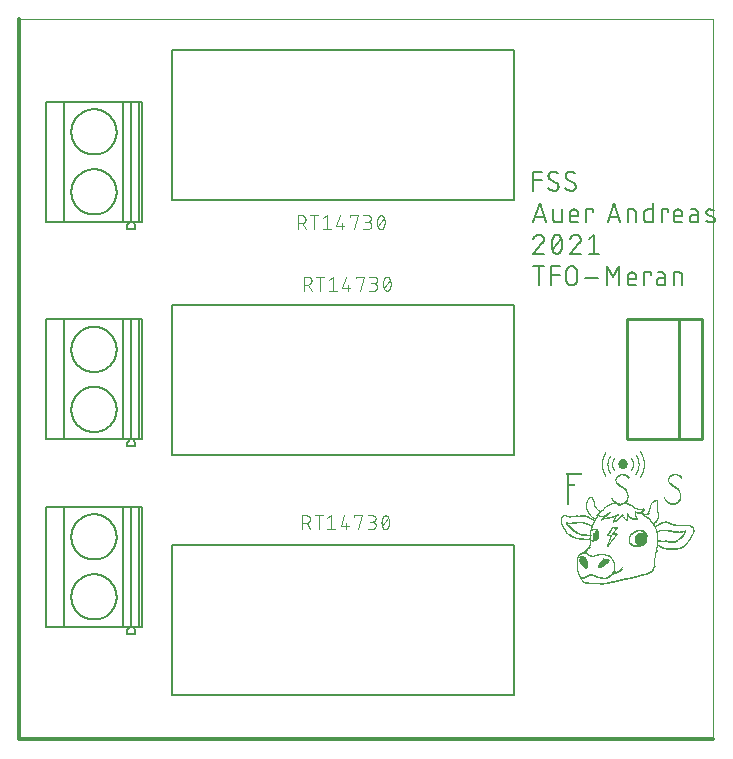
<source format=gto>
G04 EAGLE Gerber RS-274X export*
G75*
%MOMM*%
%FSLAX34Y34*%
%LPD*%
%INSilkscreen Top*%
%IPPOS*%
%AMOC8*
5,1,8,0,0,1.08239X$1,22.5*%
G01*
%ADD10C,0.304800*%
%ADD11C,0.000000*%
%ADD12C,0.152400*%
%ADD13R,0.303694X0.013800*%
%ADD14R,0.745431X0.013806*%
%ADD15R,1.049131X0.013800*%
%ADD16R,1.642719X0.013800*%
%ADD17R,1.863581X0.013806*%
%ADD18R,0.952500X0.013800*%
%ADD19R,0.386519X0.013800*%
%ADD20R,0.773044X0.013800*%
%ADD21R,0.345106X0.013800*%
%ADD22R,0.262281X0.013806*%
%ADD23R,0.317500X0.013806*%
%ADD24R,0.179456X0.013800*%
%ADD25R,0.289888X0.013800*%
%ADD26R,0.151844X0.013806*%
%ADD27R,0.276087X0.013806*%
%ADD28R,0.124238X0.013800*%
%ADD29R,0.248475X0.013800*%
%ADD30R,0.110431X0.013800*%
%ADD31R,0.262281X0.013800*%
%ADD32R,0.069019X0.013806*%
%ADD33R,0.055213X0.013800*%
%ADD34R,0.276087X0.013800*%
%ADD35R,0.041413X0.013806*%
%ADD36R,0.289888X0.013806*%
%ADD37R,0.055219X0.013800*%
%ADD38R,0.317500X0.013800*%
%ADD39R,0.331306X0.013800*%
%ADD40R,0.055219X0.013806*%
%ADD41R,0.345113X0.013806*%
%ADD42R,0.069019X0.013800*%
%ADD43R,0.345113X0.013800*%
%ADD44R,0.055213X0.013806*%
%ADD45R,0.303694X0.013806*%
%ADD46R,0.289894X0.013800*%
%ADD47R,0.041413X0.013800*%
%ADD48R,0.041406X0.013800*%
%ADD49R,0.331300X0.013800*%
%ADD50R,0.041406X0.013806*%
%ADD51R,0.358913X0.013806*%
%ADD52R,0.207063X0.013800*%
%ADD53R,0.358913X0.013800*%
%ADD54R,0.441738X0.013806*%
%ADD55R,0.593581X0.013800*%
%ADD56R,0.331300X0.013806*%
%ADD57R,0.386519X0.013806*%
%ADD58R,0.372719X0.013800*%
%ADD59R,0.220869X0.013800*%
%ADD60R,0.427931X0.013800*%
%ADD61R,0.441738X0.013800*%
%ADD62R,0.193256X0.013800*%
%ADD63R,0.455544X0.013806*%
%ADD64R,0.372719X0.013806*%
%ADD65R,0.179456X0.013806*%
%ADD66R,0.151850X0.013800*%
%ADD67R,0.138044X0.013800*%
%ADD68R,0.096631X0.013800*%
%ADD69R,0.234675X0.013800*%
%ADD70R,0.082825X0.013806*%
%ADD71R,0.138044X0.013806*%
%ADD72R,0.110431X0.013806*%
%ADD73R,0.013806X0.013800*%
%ADD74R,0.124238X0.013806*%
%ADD75R,0.096631X0.013806*%
%ADD76R,0.138038X0.013800*%
%ADD77R,0.096625X0.013800*%
%ADD78R,0.096625X0.013806*%
%ADD79R,0.248475X0.013806*%
%ADD80R,0.234669X0.013800*%
%ADD81R,0.234675X0.013806*%
%ADD82R,0.151844X0.013800*%
%ADD83R,0.082825X0.013800*%
%ADD84R,0.165650X0.013800*%
%ADD85R,0.234669X0.013806*%
%ADD86R,0.496956X0.013800*%
%ADD87R,0.303700X0.013800*%
%ADD88R,0.082819X0.013806*%
%ADD89R,0.276081X0.013806*%
%ADD90R,0.220863X0.013800*%
%ADD91R,0.207063X0.013806*%
%ADD92R,0.179450X0.013806*%
%ADD93R,0.165650X0.013806*%
%ADD94R,0.193263X0.013800*%
%ADD95R,0.193263X0.013806*%
%ADD96R,0.193256X0.013806*%
%ADD97R,0.110438X0.013800*%
%ADD98R,0.151850X0.013806*%
%ADD99R,0.165656X0.013800*%
%ADD100R,0.027606X0.013800*%
%ADD101R,0.124244X0.013806*%
%ADD102R,0.069025X0.013806*%
%ADD103R,0.082819X0.013800*%
%ADD104R,0.027613X0.013800*%
%ADD105R,0.220869X0.013806*%
%ADD106R,0.027606X0.013806*%
%ADD107R,0.013800X0.013800*%
%ADD108R,0.276081X0.013800*%
%ADD109R,0.289894X0.013806*%
%ADD110R,0.331306X0.013806*%
%ADD111R,0.372713X0.013800*%
%ADD112R,0.400325X0.013806*%
%ADD113R,0.427938X0.013800*%
%ADD114R,0.414131X0.013800*%
%ADD115R,0.469350X0.013800*%
%ADD116R,0.469344X0.013800*%
%ADD117R,0.483150X0.013806*%
%ADD118R,0.455544X0.013800*%
%ADD119R,0.496950X0.013800*%
%ADD120R,0.496956X0.013806*%
%ADD121R,0.510763X0.013800*%
%ADD122R,0.510756X0.013806*%
%ADD123R,0.483150X0.013800*%
%ADD124R,0.510756X0.013800*%
%ADD125R,0.524569X0.013806*%
%ADD126R,0.524563X0.013800*%
%ADD127R,0.538369X0.013800*%
%ADD128R,0.538369X0.013806*%
%ADD129R,0.565975X0.013806*%
%ADD130R,0.552175X0.013800*%
%ADD131R,0.565975X0.013800*%
%ADD132R,0.552175X0.013806*%
%ADD133R,0.579781X0.013806*%
%ADD134R,0.579781X0.013800*%
%ADD135R,0.607388X0.013800*%
%ADD136R,0.607394X0.013806*%
%ADD137R,0.593588X0.013800*%
%ADD138R,0.621194X0.013800*%
%ADD139R,0.593588X0.013806*%
%ADD140R,0.621194X0.013806*%
%ADD141R,0.607394X0.013800*%
%ADD142R,0.635000X0.013800*%
%ADD143R,0.648806X0.013800*%
%ADD144R,0.662606X0.013806*%
%ADD145R,0.676406X0.013800*%
%ADD146R,0.690219X0.013800*%
%ADD147R,0.648800X0.013806*%
%ADD148R,0.690213X0.013806*%
%ADD149R,0.648800X0.013800*%
%ADD150R,0.690219X0.013806*%
%ADD151R,0.690213X0.013800*%
%ADD152R,0.648806X0.013806*%
%ADD153R,0.676413X0.013806*%
%ADD154R,0.662613X0.013800*%
%ADD155R,0.662606X0.013800*%
%ADD156R,0.635000X0.013806*%
%ADD157R,0.621200X0.013806*%
%ADD158R,0.510763X0.013806*%
%ADD159R,0.069025X0.013800*%
%ADD160R,0.427931X0.013806*%
%ADD161R,0.400325X0.013800*%
%ADD162R,0.220863X0.013806*%
%ADD163R,0.911088X0.013800*%
%ADD164R,1.076738X0.013806*%
%ADD165R,1.200975X0.013800*%
%ADD166R,1.311406X0.013806*%
%ADD167R,0.124244X0.013800*%
%ADD168R,0.110438X0.013806*%
%ADD169R,0.165656X0.013806*%
%ADD170R,0.717825X0.013800*%
%ADD171R,0.745438X0.013800*%
%ADD172R,0.786844X0.013806*%
%ADD173R,0.800650X0.013800*%
%ADD174R,0.828256X0.013800*%
%ADD175R,0.855869X0.013806*%
%ADD176R,0.869669X0.013800*%
%ADD177R,0.897281X0.013806*%
%ADD178R,0.924888X0.013806*%
%ADD179R,0.938694X0.013800*%
%ADD180R,0.966306X0.013806*%
%ADD181R,0.607388X0.013806*%
%ADD182R,0.966306X0.013800*%
%ADD183R,0.704019X0.013800*%
%ADD184R,0.980106X0.013800*%
%ADD185R,0.993906X0.013806*%
%ADD186R,0.993906X0.013800*%
%ADD187R,0.842063X0.013800*%
%ADD188R,1.007713X0.013806*%
%ADD189R,0.883475X0.013806*%
%ADD190R,1.007713X0.013800*%
%ADD191R,0.786844X0.013800*%
%ADD192R,1.021519X0.013806*%
%ADD193R,1.035325X0.013800*%
%ADD194R,1.035325X0.013806*%
%ADD195R,0.524563X0.013806*%
%ADD196R,0.345106X0.013806*%
%ADD197R,0.745431X0.013800*%
%ADD198R,0.842063X0.013806*%
%ADD199R,0.386525X0.013806*%
%ADD200R,1.021519X0.013800*%
%ADD201R,0.372713X0.013806*%
%ADD202R,0.469350X0.013806*%
%ADD203R,1.007719X0.013806*%
%ADD204R,1.007719X0.013800*%
%ADD205R,0.013800X0.013806*%
%ADD206R,0.980106X0.013806*%
%ADD207R,0.013806X0.013806*%
%ADD208R,0.538363X0.013806*%
%ADD209R,0.938694X0.013806*%
%ADD210R,0.538363X0.013800*%
%ADD211R,0.924888X0.013800*%
%ADD212R,0.704019X0.013806*%
%ADD213R,0.138038X0.013806*%
%ADD214R,0.911088X0.013806*%
%ADD215R,0.786850X0.013800*%
%ADD216R,0.897281X0.013800*%
%ADD217R,0.842069X0.013806*%
%ADD218R,0.869675X0.013800*%
%ADD219R,0.731631X0.013800*%
%ADD220R,0.179450X0.013800*%
%ADD221R,0.469344X0.013806*%
%ADD222R,0.455538X0.013800*%
%ADD223R,0.455538X0.013806*%
%ADD224R,0.414131X0.013806*%
%ADD225R,0.414125X0.013800*%
%ADD226R,0.869675X0.013806*%
%ADD227R,0.027613X0.013806*%
%ADD228R,0.717819X0.013806*%
%ADD229R,1.228588X0.013806*%
%ADD230R,1.270000X0.013800*%
%ADD231R,1.283800X0.013800*%
%ADD232R,1.242394X0.013806*%
%ADD233R,0.207069X0.013800*%
%ADD234R,0.828256X0.013806*%
%ADD235R,0.676413X0.013800*%
%ADD236R,1.131956X0.013800*%
%ADD237R,0.980113X0.013806*%
%ADD238R,1.214781X0.013800*%
%ADD239R,0.427938X0.013806*%
%ADD240R,0.759244X0.013800*%
%ADD241R,0.759244X0.013806*%
%ADD242R,0.552169X0.013800*%
%ADD243R,1.311413X0.013800*%
%ADD244R,1.311413X0.013806*%
%ADD245R,0.593581X0.013806*%
%ADD246R,0.731625X0.013806*%
%ADD247R,0.731625X0.013800*%
%ADD248R,0.759238X0.013800*%
%ADD249R,0.759238X0.013806*%
%ADD250R,0.773044X0.013806*%
%ADD251R,0.786850X0.013806*%
%ADD252R,0.717819X0.013800*%
%ADD253C,0.200000*%
%ADD254C,0.101600*%
%ADD255C,0.254000*%
%ADD256C,0.203200*%


D10*
X0Y0D02*
X587250Y0D01*
D11*
X587250Y609500D01*
X0Y609500D01*
D10*
X0Y0D01*
D12*
X435102Y464312D02*
X435102Y480568D01*
X442327Y480568D01*
X442327Y473343D02*
X435102Y473343D01*
X452996Y464312D02*
X453114Y464314D01*
X453232Y464320D01*
X453350Y464329D01*
X453467Y464343D01*
X453584Y464360D01*
X453701Y464381D01*
X453816Y464406D01*
X453931Y464435D01*
X454045Y464468D01*
X454157Y464504D01*
X454268Y464544D01*
X454378Y464587D01*
X454487Y464634D01*
X454594Y464684D01*
X454699Y464739D01*
X454802Y464796D01*
X454903Y464857D01*
X455003Y464921D01*
X455100Y464988D01*
X455195Y465058D01*
X455287Y465132D01*
X455378Y465208D01*
X455465Y465288D01*
X455550Y465370D01*
X455632Y465455D01*
X455712Y465542D01*
X455788Y465633D01*
X455862Y465725D01*
X455932Y465820D01*
X455999Y465917D01*
X456063Y466017D01*
X456124Y466118D01*
X456181Y466221D01*
X456236Y466326D01*
X456286Y466433D01*
X456333Y466542D01*
X456376Y466652D01*
X456416Y466763D01*
X456452Y466875D01*
X456485Y466989D01*
X456514Y467104D01*
X456539Y467219D01*
X456560Y467336D01*
X456577Y467453D01*
X456591Y467570D01*
X456600Y467688D01*
X456606Y467806D01*
X456608Y467924D01*
X452996Y464312D02*
X452813Y464314D01*
X452631Y464321D01*
X452449Y464332D01*
X452267Y464347D01*
X452085Y464367D01*
X451904Y464390D01*
X451724Y464419D01*
X451544Y464451D01*
X451365Y464488D01*
X451188Y464529D01*
X451011Y464575D01*
X450835Y464624D01*
X450661Y464678D01*
X450487Y464736D01*
X450316Y464798D01*
X450146Y464864D01*
X449977Y464935D01*
X449810Y465009D01*
X449645Y465087D01*
X449482Y465169D01*
X449321Y465255D01*
X449162Y465345D01*
X449005Y465439D01*
X448851Y465536D01*
X448699Y465637D01*
X448549Y465742D01*
X448402Y465850D01*
X448258Y465961D01*
X448116Y466076D01*
X447977Y466195D01*
X447841Y466317D01*
X447708Y466442D01*
X447578Y466570D01*
X448029Y476956D02*
X448031Y477074D01*
X448037Y477192D01*
X448046Y477310D01*
X448060Y477427D01*
X448077Y477544D01*
X448098Y477661D01*
X448123Y477776D01*
X448152Y477891D01*
X448185Y478005D01*
X448221Y478117D01*
X448261Y478228D01*
X448304Y478338D01*
X448351Y478447D01*
X448401Y478554D01*
X448456Y478659D01*
X448513Y478762D01*
X448574Y478863D01*
X448638Y478963D01*
X448705Y479060D01*
X448775Y479155D01*
X448849Y479247D01*
X448925Y479338D01*
X449005Y479425D01*
X449087Y479510D01*
X449172Y479592D01*
X449259Y479672D01*
X449350Y479748D01*
X449442Y479822D01*
X449537Y479892D01*
X449634Y479959D01*
X449734Y480023D01*
X449835Y480084D01*
X449938Y480142D01*
X450043Y480196D01*
X450150Y480246D01*
X450259Y480293D01*
X450369Y480337D01*
X450480Y480376D01*
X450593Y480412D01*
X450706Y480445D01*
X450821Y480474D01*
X450936Y480499D01*
X451053Y480520D01*
X451170Y480537D01*
X451287Y480551D01*
X451405Y480560D01*
X451523Y480566D01*
X451641Y480568D01*
X451802Y480566D01*
X451964Y480560D01*
X452125Y480551D01*
X452286Y480537D01*
X452446Y480520D01*
X452606Y480499D01*
X452766Y480474D01*
X452925Y480445D01*
X453083Y480413D01*
X453240Y480377D01*
X453396Y480337D01*
X453552Y480293D01*
X453706Y480245D01*
X453859Y480194D01*
X454011Y480140D01*
X454162Y480081D01*
X454311Y480020D01*
X454458Y479954D01*
X454604Y479885D01*
X454749Y479813D01*
X454891Y479737D01*
X455032Y479658D01*
X455171Y479576D01*
X455307Y479490D01*
X455442Y479401D01*
X455575Y479309D01*
X455705Y479213D01*
X449835Y473795D02*
X449734Y473857D01*
X449634Y473922D01*
X449537Y473991D01*
X449442Y474063D01*
X449349Y474137D01*
X449259Y474215D01*
X449171Y474296D01*
X449086Y474379D01*
X449004Y474465D01*
X448925Y474554D01*
X448848Y474645D01*
X448775Y474739D01*
X448704Y474835D01*
X448637Y474933D01*
X448573Y475033D01*
X448512Y475136D01*
X448455Y475240D01*
X448401Y475346D01*
X448351Y475454D01*
X448304Y475563D01*
X448260Y475674D01*
X448220Y475786D01*
X448184Y475900D01*
X448152Y476014D01*
X448123Y476130D01*
X448098Y476246D01*
X448077Y476363D01*
X448060Y476481D01*
X448046Y476599D01*
X448037Y476718D01*
X448031Y476837D01*
X448029Y476956D01*
X454802Y471085D02*
X454903Y471023D01*
X455003Y470958D01*
X455100Y470889D01*
X455195Y470817D01*
X455288Y470743D01*
X455378Y470665D01*
X455466Y470584D01*
X455551Y470501D01*
X455633Y470415D01*
X455712Y470326D01*
X455789Y470235D01*
X455862Y470141D01*
X455933Y470045D01*
X456000Y469947D01*
X456064Y469847D01*
X456125Y469744D01*
X456182Y469640D01*
X456236Y469534D01*
X456286Y469426D01*
X456333Y469317D01*
X456377Y469206D01*
X456417Y469094D01*
X456453Y468980D01*
X456485Y468866D01*
X456514Y468750D01*
X456539Y468634D01*
X456560Y468517D01*
X456577Y468399D01*
X456591Y468281D01*
X456600Y468162D01*
X456606Y468043D01*
X456608Y467924D01*
X454802Y471085D02*
X449835Y473795D01*
X467585Y464312D02*
X467703Y464314D01*
X467821Y464320D01*
X467939Y464329D01*
X468056Y464343D01*
X468173Y464360D01*
X468290Y464381D01*
X468405Y464406D01*
X468520Y464435D01*
X468634Y464468D01*
X468746Y464504D01*
X468857Y464544D01*
X468967Y464587D01*
X469076Y464634D01*
X469183Y464684D01*
X469288Y464739D01*
X469391Y464796D01*
X469492Y464857D01*
X469592Y464921D01*
X469689Y464988D01*
X469784Y465058D01*
X469876Y465132D01*
X469967Y465208D01*
X470054Y465288D01*
X470139Y465370D01*
X470221Y465455D01*
X470301Y465542D01*
X470377Y465633D01*
X470451Y465725D01*
X470521Y465820D01*
X470588Y465917D01*
X470652Y466017D01*
X470713Y466118D01*
X470770Y466221D01*
X470825Y466326D01*
X470875Y466433D01*
X470922Y466542D01*
X470965Y466652D01*
X471005Y466763D01*
X471041Y466875D01*
X471074Y466989D01*
X471103Y467104D01*
X471128Y467219D01*
X471149Y467336D01*
X471166Y467453D01*
X471180Y467570D01*
X471189Y467688D01*
X471195Y467806D01*
X471197Y467924D01*
X467585Y464312D02*
X467402Y464314D01*
X467220Y464321D01*
X467038Y464332D01*
X466856Y464347D01*
X466674Y464367D01*
X466493Y464390D01*
X466313Y464419D01*
X466133Y464451D01*
X465954Y464488D01*
X465777Y464529D01*
X465600Y464575D01*
X465424Y464624D01*
X465250Y464678D01*
X465076Y464736D01*
X464905Y464798D01*
X464735Y464864D01*
X464566Y464935D01*
X464399Y465009D01*
X464234Y465087D01*
X464071Y465169D01*
X463910Y465255D01*
X463751Y465345D01*
X463594Y465439D01*
X463440Y465536D01*
X463288Y465637D01*
X463138Y465742D01*
X462991Y465850D01*
X462847Y465961D01*
X462705Y466076D01*
X462566Y466195D01*
X462430Y466317D01*
X462297Y466442D01*
X462167Y466570D01*
X462618Y476956D02*
X462620Y477074D01*
X462626Y477192D01*
X462635Y477310D01*
X462649Y477427D01*
X462666Y477544D01*
X462687Y477661D01*
X462712Y477776D01*
X462741Y477891D01*
X462774Y478005D01*
X462810Y478117D01*
X462850Y478228D01*
X462893Y478338D01*
X462940Y478447D01*
X462990Y478554D01*
X463045Y478659D01*
X463102Y478762D01*
X463163Y478863D01*
X463227Y478963D01*
X463294Y479060D01*
X463364Y479155D01*
X463438Y479247D01*
X463514Y479338D01*
X463594Y479425D01*
X463676Y479510D01*
X463761Y479592D01*
X463848Y479672D01*
X463939Y479748D01*
X464031Y479822D01*
X464126Y479892D01*
X464223Y479959D01*
X464323Y480023D01*
X464424Y480084D01*
X464527Y480142D01*
X464632Y480196D01*
X464739Y480246D01*
X464848Y480293D01*
X464958Y480337D01*
X465069Y480376D01*
X465182Y480412D01*
X465295Y480445D01*
X465410Y480474D01*
X465525Y480499D01*
X465642Y480520D01*
X465759Y480537D01*
X465876Y480551D01*
X465994Y480560D01*
X466112Y480566D01*
X466230Y480568D01*
X466391Y480566D01*
X466553Y480560D01*
X466714Y480551D01*
X466875Y480537D01*
X467035Y480520D01*
X467195Y480499D01*
X467355Y480474D01*
X467514Y480445D01*
X467672Y480413D01*
X467829Y480377D01*
X467985Y480337D01*
X468141Y480293D01*
X468295Y480245D01*
X468448Y480194D01*
X468600Y480140D01*
X468751Y480081D01*
X468900Y480020D01*
X469047Y479954D01*
X469193Y479885D01*
X469338Y479813D01*
X469480Y479737D01*
X469621Y479658D01*
X469760Y479576D01*
X469896Y479490D01*
X470031Y479401D01*
X470164Y479309D01*
X470294Y479213D01*
X464424Y473795D02*
X464323Y473857D01*
X464223Y473922D01*
X464126Y473991D01*
X464031Y474063D01*
X463938Y474137D01*
X463848Y474215D01*
X463760Y474296D01*
X463675Y474379D01*
X463593Y474465D01*
X463514Y474554D01*
X463437Y474645D01*
X463364Y474739D01*
X463293Y474835D01*
X463226Y474933D01*
X463162Y475033D01*
X463101Y475136D01*
X463044Y475240D01*
X462990Y475346D01*
X462940Y475454D01*
X462893Y475563D01*
X462849Y475674D01*
X462809Y475786D01*
X462773Y475900D01*
X462741Y476014D01*
X462712Y476130D01*
X462687Y476246D01*
X462666Y476363D01*
X462649Y476481D01*
X462635Y476599D01*
X462626Y476718D01*
X462620Y476837D01*
X462618Y476956D01*
X469392Y471085D02*
X469493Y471023D01*
X469593Y470958D01*
X469690Y470889D01*
X469785Y470817D01*
X469878Y470743D01*
X469968Y470665D01*
X470056Y470584D01*
X470141Y470501D01*
X470223Y470415D01*
X470302Y470326D01*
X470379Y470235D01*
X470452Y470141D01*
X470523Y470045D01*
X470590Y469947D01*
X470654Y469847D01*
X470715Y469744D01*
X470772Y469640D01*
X470826Y469534D01*
X470876Y469426D01*
X470923Y469317D01*
X470967Y469206D01*
X471007Y469094D01*
X471043Y468980D01*
X471075Y468866D01*
X471104Y468750D01*
X471129Y468634D01*
X471150Y468517D01*
X471167Y468399D01*
X471181Y468281D01*
X471190Y468162D01*
X471196Y468043D01*
X471198Y467924D01*
X469391Y471085D02*
X464424Y473795D01*
X440521Y453898D02*
X435102Y437642D01*
X445939Y437642D02*
X440521Y453898D01*
X444585Y441706D02*
X436457Y441706D01*
X452018Y440351D02*
X452018Y448479D01*
X452019Y440351D02*
X452021Y440250D01*
X452027Y440149D01*
X452036Y440048D01*
X452049Y439947D01*
X452066Y439847D01*
X452087Y439748D01*
X452111Y439650D01*
X452139Y439553D01*
X452171Y439456D01*
X452206Y439361D01*
X452245Y439268D01*
X452287Y439176D01*
X452333Y439085D01*
X452382Y438997D01*
X452434Y438910D01*
X452490Y438825D01*
X452548Y438742D01*
X452610Y438662D01*
X452675Y438584D01*
X452742Y438508D01*
X452812Y438435D01*
X452885Y438365D01*
X452961Y438298D01*
X453039Y438233D01*
X453119Y438171D01*
X453202Y438113D01*
X453287Y438057D01*
X453374Y438005D01*
X453462Y437956D01*
X453553Y437910D01*
X453645Y437868D01*
X453738Y437829D01*
X453833Y437794D01*
X453930Y437762D01*
X454027Y437734D01*
X454125Y437710D01*
X454224Y437689D01*
X454324Y437672D01*
X454425Y437659D01*
X454526Y437650D01*
X454627Y437644D01*
X454728Y437642D01*
X459243Y437642D01*
X459243Y448479D01*
X468796Y437642D02*
X473311Y437642D01*
X468796Y437642D02*
X468695Y437644D01*
X468594Y437650D01*
X468493Y437659D01*
X468392Y437672D01*
X468292Y437689D01*
X468193Y437710D01*
X468095Y437734D01*
X467998Y437762D01*
X467901Y437794D01*
X467806Y437829D01*
X467713Y437868D01*
X467621Y437910D01*
X467530Y437956D01*
X467442Y438005D01*
X467355Y438057D01*
X467270Y438113D01*
X467187Y438171D01*
X467107Y438233D01*
X467029Y438298D01*
X466953Y438365D01*
X466880Y438435D01*
X466810Y438508D01*
X466743Y438584D01*
X466678Y438662D01*
X466616Y438742D01*
X466558Y438825D01*
X466502Y438910D01*
X466450Y438997D01*
X466401Y439085D01*
X466355Y439176D01*
X466313Y439268D01*
X466274Y439361D01*
X466239Y439456D01*
X466207Y439553D01*
X466179Y439650D01*
X466155Y439748D01*
X466134Y439847D01*
X466117Y439947D01*
X466104Y440048D01*
X466095Y440149D01*
X466089Y440250D01*
X466087Y440351D01*
X466087Y444867D01*
X466089Y444986D01*
X466095Y445106D01*
X466105Y445225D01*
X466119Y445343D01*
X466136Y445462D01*
X466158Y445579D01*
X466183Y445696D01*
X466213Y445811D01*
X466246Y445926D01*
X466283Y446040D01*
X466323Y446152D01*
X466368Y446263D01*
X466416Y446372D01*
X466467Y446480D01*
X466522Y446586D01*
X466581Y446690D01*
X466643Y446792D01*
X466708Y446892D01*
X466777Y446990D01*
X466849Y447086D01*
X466924Y447179D01*
X467001Y447269D01*
X467082Y447357D01*
X467166Y447442D01*
X467253Y447524D01*
X467342Y447604D01*
X467434Y447680D01*
X467528Y447754D01*
X467625Y447824D01*
X467723Y447891D01*
X467824Y447955D01*
X467928Y448015D01*
X468033Y448072D01*
X468140Y448125D01*
X468248Y448175D01*
X468358Y448221D01*
X468470Y448263D01*
X468583Y448302D01*
X468697Y448337D01*
X468812Y448368D01*
X468929Y448396D01*
X469046Y448419D01*
X469163Y448439D01*
X469282Y448455D01*
X469401Y448467D01*
X469520Y448475D01*
X469639Y448479D01*
X469759Y448479D01*
X469878Y448475D01*
X469997Y448467D01*
X470116Y448455D01*
X470235Y448439D01*
X470352Y448419D01*
X470469Y448396D01*
X470586Y448368D01*
X470701Y448337D01*
X470815Y448302D01*
X470928Y448263D01*
X471040Y448221D01*
X471150Y448175D01*
X471258Y448125D01*
X471365Y448072D01*
X471470Y448015D01*
X471574Y447955D01*
X471675Y447891D01*
X471773Y447824D01*
X471870Y447754D01*
X471964Y447680D01*
X472056Y447604D01*
X472145Y447524D01*
X472232Y447442D01*
X472316Y447357D01*
X472397Y447269D01*
X472474Y447179D01*
X472549Y447086D01*
X472621Y446990D01*
X472690Y446892D01*
X472755Y446792D01*
X472817Y446690D01*
X472876Y446586D01*
X472931Y446480D01*
X472982Y446372D01*
X473030Y446263D01*
X473075Y446152D01*
X473115Y446040D01*
X473152Y445926D01*
X473185Y445811D01*
X473215Y445696D01*
X473240Y445579D01*
X473262Y445462D01*
X473279Y445343D01*
X473293Y445225D01*
X473303Y445106D01*
X473309Y444986D01*
X473311Y444867D01*
X473311Y443061D01*
X466087Y443061D01*
X480239Y448479D02*
X480239Y437642D01*
X480239Y448479D02*
X485658Y448479D01*
X485658Y446673D01*
X498148Y437642D02*
X503567Y453898D01*
X508985Y437642D01*
X507631Y441706D02*
X499503Y441706D01*
X515064Y437642D02*
X515064Y448479D01*
X519580Y448479D01*
X519684Y448477D01*
X519787Y448471D01*
X519891Y448461D01*
X519994Y448447D01*
X520096Y448429D01*
X520197Y448408D01*
X520298Y448382D01*
X520397Y448353D01*
X520496Y448320D01*
X520593Y448283D01*
X520688Y448242D01*
X520782Y448198D01*
X520874Y448150D01*
X520964Y448099D01*
X521053Y448044D01*
X521139Y447986D01*
X521222Y447924D01*
X521304Y447860D01*
X521382Y447792D01*
X521458Y447722D01*
X521532Y447649D01*
X521602Y447572D01*
X521670Y447494D01*
X521734Y447412D01*
X521796Y447329D01*
X521854Y447243D01*
X521909Y447154D01*
X521960Y447064D01*
X522008Y446972D01*
X522052Y446878D01*
X522093Y446783D01*
X522130Y446686D01*
X522163Y446587D01*
X522192Y446488D01*
X522218Y446387D01*
X522239Y446286D01*
X522257Y446184D01*
X522271Y446081D01*
X522281Y445977D01*
X522287Y445874D01*
X522289Y445770D01*
X522289Y437642D01*
X536284Y437642D02*
X536284Y453898D01*
X536284Y437642D02*
X531768Y437642D01*
X531667Y437644D01*
X531566Y437650D01*
X531465Y437659D01*
X531364Y437672D01*
X531264Y437689D01*
X531165Y437710D01*
X531067Y437734D01*
X530970Y437762D01*
X530873Y437794D01*
X530778Y437829D01*
X530685Y437868D01*
X530593Y437910D01*
X530502Y437956D01*
X530414Y438005D01*
X530327Y438057D01*
X530242Y438113D01*
X530159Y438171D01*
X530079Y438233D01*
X530001Y438298D01*
X529925Y438365D01*
X529852Y438435D01*
X529782Y438508D01*
X529715Y438584D01*
X529650Y438662D01*
X529588Y438742D01*
X529530Y438825D01*
X529474Y438910D01*
X529422Y438997D01*
X529373Y439085D01*
X529327Y439176D01*
X529285Y439268D01*
X529246Y439361D01*
X529211Y439456D01*
X529179Y439553D01*
X529151Y439650D01*
X529127Y439748D01*
X529106Y439847D01*
X529089Y439947D01*
X529076Y440048D01*
X529067Y440149D01*
X529061Y440250D01*
X529059Y440351D01*
X529059Y445770D01*
X529061Y445871D01*
X529067Y445972D01*
X529076Y446073D01*
X529089Y446174D01*
X529106Y446274D01*
X529127Y446373D01*
X529151Y446471D01*
X529179Y446568D01*
X529211Y446665D01*
X529246Y446760D01*
X529285Y446853D01*
X529327Y446945D01*
X529373Y447036D01*
X529422Y447125D01*
X529474Y447211D01*
X529530Y447296D01*
X529588Y447379D01*
X529650Y447459D01*
X529715Y447537D01*
X529782Y447613D01*
X529852Y447686D01*
X529925Y447756D01*
X530001Y447823D01*
X530079Y447888D01*
X530159Y447950D01*
X530242Y448008D01*
X530327Y448064D01*
X530414Y448116D01*
X530502Y448165D01*
X530593Y448211D01*
X530685Y448253D01*
X530778Y448292D01*
X530873Y448327D01*
X530970Y448359D01*
X531067Y448387D01*
X531165Y448411D01*
X531264Y448432D01*
X531364Y448449D01*
X531465Y448462D01*
X531566Y448471D01*
X531667Y448477D01*
X531768Y448479D01*
X536284Y448479D01*
X543806Y448479D02*
X543806Y437642D01*
X543806Y448479D02*
X549225Y448479D01*
X549225Y446673D01*
X556852Y437642D02*
X561367Y437642D01*
X556852Y437642D02*
X556751Y437644D01*
X556650Y437650D01*
X556549Y437659D01*
X556448Y437672D01*
X556348Y437689D01*
X556249Y437710D01*
X556151Y437734D01*
X556054Y437762D01*
X555957Y437794D01*
X555862Y437829D01*
X555769Y437868D01*
X555677Y437910D01*
X555586Y437956D01*
X555498Y438005D01*
X555411Y438057D01*
X555326Y438113D01*
X555243Y438171D01*
X555163Y438233D01*
X555085Y438298D01*
X555009Y438365D01*
X554936Y438435D01*
X554866Y438508D01*
X554799Y438584D01*
X554734Y438662D01*
X554672Y438742D01*
X554614Y438825D01*
X554558Y438910D01*
X554506Y438997D01*
X554457Y439085D01*
X554411Y439176D01*
X554369Y439268D01*
X554330Y439361D01*
X554295Y439456D01*
X554263Y439553D01*
X554235Y439650D01*
X554211Y439748D01*
X554190Y439847D01*
X554173Y439947D01*
X554160Y440048D01*
X554151Y440149D01*
X554145Y440250D01*
X554143Y440351D01*
X554142Y440351D02*
X554142Y444867D01*
X554143Y444867D02*
X554145Y444986D01*
X554151Y445106D01*
X554161Y445225D01*
X554175Y445343D01*
X554192Y445462D01*
X554214Y445579D01*
X554239Y445696D01*
X554269Y445811D01*
X554302Y445926D01*
X554339Y446040D01*
X554379Y446152D01*
X554424Y446263D01*
X554472Y446372D01*
X554523Y446480D01*
X554578Y446586D01*
X554637Y446690D01*
X554699Y446792D01*
X554764Y446892D01*
X554833Y446990D01*
X554905Y447086D01*
X554980Y447179D01*
X555057Y447269D01*
X555138Y447357D01*
X555222Y447442D01*
X555309Y447524D01*
X555398Y447604D01*
X555490Y447680D01*
X555584Y447754D01*
X555681Y447824D01*
X555779Y447891D01*
X555880Y447955D01*
X555984Y448015D01*
X556089Y448072D01*
X556196Y448125D01*
X556304Y448175D01*
X556414Y448221D01*
X556526Y448263D01*
X556639Y448302D01*
X556753Y448337D01*
X556868Y448368D01*
X556985Y448396D01*
X557102Y448419D01*
X557219Y448439D01*
X557338Y448455D01*
X557457Y448467D01*
X557576Y448475D01*
X557695Y448479D01*
X557815Y448479D01*
X557934Y448475D01*
X558053Y448467D01*
X558172Y448455D01*
X558291Y448439D01*
X558408Y448419D01*
X558525Y448396D01*
X558642Y448368D01*
X558757Y448337D01*
X558871Y448302D01*
X558984Y448263D01*
X559096Y448221D01*
X559206Y448175D01*
X559314Y448125D01*
X559421Y448072D01*
X559526Y448015D01*
X559630Y447955D01*
X559731Y447891D01*
X559829Y447824D01*
X559926Y447754D01*
X560020Y447680D01*
X560112Y447604D01*
X560201Y447524D01*
X560288Y447442D01*
X560372Y447357D01*
X560453Y447269D01*
X560530Y447179D01*
X560605Y447086D01*
X560677Y446990D01*
X560746Y446892D01*
X560811Y446792D01*
X560873Y446690D01*
X560932Y446586D01*
X560987Y446480D01*
X561038Y446372D01*
X561086Y446263D01*
X561131Y446152D01*
X561171Y446040D01*
X561208Y445926D01*
X561241Y445811D01*
X561271Y445696D01*
X561296Y445579D01*
X561318Y445462D01*
X561335Y445343D01*
X561349Y445225D01*
X561359Y445106D01*
X561365Y444986D01*
X561367Y444867D01*
X561367Y443061D01*
X554142Y443061D01*
X570777Y443964D02*
X574841Y443964D01*
X570777Y443964D02*
X570665Y443962D01*
X570554Y443956D01*
X570443Y443946D01*
X570332Y443933D01*
X570222Y443915D01*
X570113Y443893D01*
X570004Y443868D01*
X569896Y443839D01*
X569790Y443806D01*
X569684Y443769D01*
X569580Y443729D01*
X569478Y443685D01*
X569377Y443637D01*
X569278Y443586D01*
X569180Y443531D01*
X569085Y443473D01*
X568992Y443412D01*
X568901Y443347D01*
X568812Y443279D01*
X568726Y443208D01*
X568643Y443135D01*
X568562Y443058D01*
X568483Y442978D01*
X568408Y442896D01*
X568336Y442811D01*
X568266Y442724D01*
X568200Y442634D01*
X568137Y442542D01*
X568077Y442447D01*
X568021Y442351D01*
X567968Y442253D01*
X567919Y442153D01*
X567873Y442051D01*
X567831Y441948D01*
X567792Y441843D01*
X567757Y441737D01*
X567726Y441630D01*
X567699Y441522D01*
X567675Y441413D01*
X567656Y441303D01*
X567640Y441193D01*
X567628Y441082D01*
X567620Y440970D01*
X567616Y440859D01*
X567616Y440747D01*
X567620Y440636D01*
X567628Y440524D01*
X567640Y440413D01*
X567656Y440303D01*
X567675Y440193D01*
X567699Y440084D01*
X567726Y439976D01*
X567757Y439869D01*
X567792Y439763D01*
X567831Y439658D01*
X567873Y439555D01*
X567919Y439453D01*
X567968Y439353D01*
X568021Y439255D01*
X568077Y439159D01*
X568137Y439064D01*
X568200Y438972D01*
X568266Y438882D01*
X568336Y438795D01*
X568408Y438710D01*
X568483Y438628D01*
X568562Y438548D01*
X568643Y438471D01*
X568726Y438398D01*
X568812Y438327D01*
X568901Y438259D01*
X568992Y438194D01*
X569085Y438133D01*
X569180Y438075D01*
X569278Y438020D01*
X569377Y437969D01*
X569478Y437921D01*
X569580Y437877D01*
X569684Y437837D01*
X569790Y437800D01*
X569896Y437767D01*
X570004Y437738D01*
X570113Y437713D01*
X570222Y437691D01*
X570332Y437673D01*
X570443Y437660D01*
X570554Y437650D01*
X570665Y437644D01*
X570777Y437642D01*
X574841Y437642D01*
X574841Y445770D01*
X574839Y445871D01*
X574833Y445972D01*
X574824Y446073D01*
X574811Y446174D01*
X574794Y446274D01*
X574773Y446373D01*
X574749Y446471D01*
X574721Y446568D01*
X574689Y446665D01*
X574654Y446760D01*
X574615Y446853D01*
X574573Y446945D01*
X574527Y447036D01*
X574478Y447125D01*
X574426Y447211D01*
X574370Y447296D01*
X574312Y447379D01*
X574250Y447459D01*
X574185Y447537D01*
X574118Y447613D01*
X574048Y447686D01*
X573975Y447756D01*
X573899Y447823D01*
X573821Y447888D01*
X573741Y447950D01*
X573658Y448008D01*
X573573Y448064D01*
X573487Y448116D01*
X573398Y448165D01*
X573307Y448211D01*
X573215Y448253D01*
X573122Y448292D01*
X573027Y448327D01*
X572930Y448359D01*
X572833Y448387D01*
X572735Y448411D01*
X572636Y448432D01*
X572536Y448449D01*
X572435Y448462D01*
X572334Y448471D01*
X572233Y448477D01*
X572132Y448479D01*
X568519Y448479D01*
X583112Y443964D02*
X587628Y442158D01*
X583112Y443964D02*
X583024Y444001D01*
X582938Y444042D01*
X582853Y444086D01*
X582770Y444134D01*
X582690Y444185D01*
X582611Y444239D01*
X582535Y444297D01*
X582461Y444357D01*
X582389Y444421D01*
X582321Y444487D01*
X582255Y444557D01*
X582192Y444628D01*
X582131Y444703D01*
X582074Y444779D01*
X582021Y444858D01*
X581970Y444939D01*
X581923Y445022D01*
X581879Y445107D01*
X581839Y445194D01*
X581802Y445282D01*
X581769Y445372D01*
X581739Y445463D01*
X581714Y445555D01*
X581692Y445648D01*
X581674Y445742D01*
X581659Y445836D01*
X581649Y445931D01*
X581643Y446027D01*
X581640Y446122D01*
X581641Y446218D01*
X581647Y446313D01*
X581656Y446409D01*
X581669Y446503D01*
X581685Y446597D01*
X581706Y446691D01*
X581731Y446783D01*
X581759Y446874D01*
X581791Y446964D01*
X581826Y447053D01*
X581865Y447140D01*
X581908Y447226D01*
X581954Y447310D01*
X582004Y447391D01*
X582056Y447471D01*
X582112Y447549D01*
X582172Y447624D01*
X582234Y447696D01*
X582299Y447766D01*
X582367Y447834D01*
X582437Y447898D01*
X582510Y447960D01*
X582586Y448018D01*
X582664Y448074D01*
X582744Y448126D01*
X582826Y448175D01*
X582910Y448220D01*
X582996Y448262D01*
X583083Y448301D01*
X583172Y448336D01*
X583263Y448367D01*
X583354Y448394D01*
X583447Y448418D01*
X583540Y448438D01*
X583634Y448454D01*
X583729Y448466D01*
X583824Y448475D01*
X583920Y448479D01*
X584015Y448480D01*
X584262Y448473D01*
X584508Y448461D01*
X584754Y448443D01*
X585000Y448418D01*
X585244Y448388D01*
X585488Y448352D01*
X585731Y448311D01*
X585973Y448263D01*
X586214Y448209D01*
X586453Y448150D01*
X586691Y448085D01*
X586927Y448014D01*
X587162Y447938D01*
X587395Y447856D01*
X587625Y447768D01*
X587853Y447675D01*
X588080Y447577D01*
X587628Y442157D02*
X587716Y442120D01*
X587802Y442079D01*
X587887Y442035D01*
X587970Y441987D01*
X588050Y441936D01*
X588129Y441882D01*
X588205Y441824D01*
X588279Y441764D01*
X588351Y441700D01*
X588419Y441634D01*
X588485Y441564D01*
X588548Y441493D01*
X588609Y441418D01*
X588666Y441342D01*
X588719Y441263D01*
X588770Y441182D01*
X588817Y441099D01*
X588861Y441014D01*
X588901Y440927D01*
X588938Y440839D01*
X588971Y440749D01*
X589001Y440658D01*
X589026Y440566D01*
X589048Y440473D01*
X589066Y440379D01*
X589081Y440285D01*
X589091Y440190D01*
X589097Y440094D01*
X589100Y439999D01*
X589099Y439903D01*
X589093Y439808D01*
X589084Y439712D01*
X589071Y439618D01*
X589055Y439524D01*
X589034Y439430D01*
X589009Y439338D01*
X588981Y439247D01*
X588949Y439157D01*
X588914Y439068D01*
X588875Y438981D01*
X588832Y438895D01*
X588786Y438811D01*
X588736Y438730D01*
X588684Y438650D01*
X588628Y438572D01*
X588568Y438497D01*
X588506Y438425D01*
X588441Y438355D01*
X588373Y438287D01*
X588303Y438223D01*
X588230Y438161D01*
X588154Y438103D01*
X588076Y438047D01*
X587996Y437995D01*
X587914Y437946D01*
X587830Y437901D01*
X587744Y437859D01*
X587657Y437820D01*
X587568Y437785D01*
X587477Y437754D01*
X587386Y437727D01*
X587293Y437703D01*
X587200Y437683D01*
X587106Y437667D01*
X587011Y437655D01*
X586916Y437646D01*
X586820Y437642D01*
X586725Y437641D01*
X586724Y437642D02*
X586362Y437651D01*
X586000Y437669D01*
X585639Y437696D01*
X585279Y437731D01*
X584919Y437774D01*
X584560Y437826D01*
X584203Y437887D01*
X583848Y437956D01*
X583494Y438033D01*
X583142Y438119D01*
X582792Y438213D01*
X582444Y438316D01*
X582099Y438426D01*
X581757Y438545D01*
X444133Y423164D02*
X444131Y423289D01*
X444125Y423414D01*
X444116Y423539D01*
X444102Y423663D01*
X444085Y423787D01*
X444064Y423911D01*
X444039Y424033D01*
X444010Y424155D01*
X443978Y424276D01*
X443942Y424396D01*
X443902Y424515D01*
X443859Y424632D01*
X443812Y424748D01*
X443761Y424863D01*
X443707Y424975D01*
X443649Y425087D01*
X443589Y425196D01*
X443524Y425303D01*
X443457Y425409D01*
X443386Y425512D01*
X443312Y425613D01*
X443235Y425712D01*
X443155Y425808D01*
X443072Y425902D01*
X442987Y425993D01*
X442898Y426082D01*
X442807Y426167D01*
X442713Y426250D01*
X442617Y426330D01*
X442518Y426407D01*
X442417Y426481D01*
X442314Y426552D01*
X442208Y426619D01*
X442101Y426684D01*
X441992Y426744D01*
X441880Y426802D01*
X441768Y426856D01*
X441653Y426907D01*
X441537Y426954D01*
X441420Y426997D01*
X441301Y427037D01*
X441181Y427073D01*
X441060Y427105D01*
X440938Y427134D01*
X440816Y427159D01*
X440692Y427180D01*
X440568Y427197D01*
X440444Y427211D01*
X440319Y427220D01*
X440194Y427226D01*
X440069Y427228D01*
X439926Y427226D01*
X439784Y427220D01*
X439641Y427210D01*
X439499Y427197D01*
X439358Y427179D01*
X439216Y427158D01*
X439076Y427133D01*
X438936Y427104D01*
X438797Y427071D01*
X438659Y427034D01*
X438522Y426994D01*
X438387Y426950D01*
X438252Y426902D01*
X438119Y426850D01*
X437987Y426795D01*
X437857Y426736D01*
X437729Y426674D01*
X437602Y426608D01*
X437477Y426539D01*
X437354Y426467D01*
X437234Y426391D01*
X437115Y426312D01*
X436998Y426229D01*
X436884Y426144D01*
X436772Y426055D01*
X436663Y425964D01*
X436556Y425869D01*
X436451Y425772D01*
X436350Y425671D01*
X436251Y425568D01*
X436155Y425463D01*
X436062Y425354D01*
X435972Y425243D01*
X435885Y425130D01*
X435801Y425015D01*
X435721Y424897D01*
X435643Y424777D01*
X435569Y424655D01*
X435499Y424531D01*
X435431Y424405D01*
X435368Y424277D01*
X435307Y424148D01*
X435250Y424017D01*
X435197Y423885D01*
X435148Y423751D01*
X435102Y423616D01*
X442778Y420003D02*
X442872Y420095D01*
X442962Y420189D01*
X443050Y420286D01*
X443135Y420386D01*
X443217Y420488D01*
X443296Y420593D01*
X443371Y420700D01*
X443443Y420809D01*
X443512Y420920D01*
X443578Y421034D01*
X443640Y421149D01*
X443699Y421266D01*
X443754Y421385D01*
X443805Y421505D01*
X443853Y421627D01*
X443898Y421750D01*
X443938Y421874D01*
X443975Y422000D01*
X444008Y422127D01*
X444037Y422254D01*
X444063Y422383D01*
X444084Y422512D01*
X444102Y422642D01*
X444115Y422772D01*
X444125Y422902D01*
X444131Y423033D01*
X444133Y423164D01*
X442778Y420003D02*
X435102Y410972D01*
X444133Y410972D01*
X450733Y419100D02*
X450737Y419420D01*
X450748Y419739D01*
X450767Y420059D01*
X450794Y420377D01*
X450828Y420695D01*
X450870Y421012D01*
X450920Y421328D01*
X450977Y421643D01*
X451041Y421956D01*
X451113Y422268D01*
X451192Y422578D01*
X451279Y422885D01*
X451373Y423191D01*
X451474Y423494D01*
X451583Y423795D01*
X451698Y424093D01*
X451821Y424389D01*
X451951Y424681D01*
X452088Y424970D01*
X452088Y424971D02*
X452127Y425079D01*
X452170Y425186D01*
X452216Y425291D01*
X452267Y425395D01*
X452320Y425497D01*
X452377Y425597D01*
X452438Y425695D01*
X452502Y425790D01*
X452569Y425884D01*
X452640Y425975D01*
X452713Y426064D01*
X452790Y426150D01*
X452869Y426233D01*
X452951Y426314D01*
X453036Y426392D01*
X453124Y426466D01*
X453214Y426538D01*
X453306Y426606D01*
X453401Y426672D01*
X453498Y426734D01*
X453597Y426792D01*
X453699Y426848D01*
X453801Y426899D01*
X453906Y426947D01*
X454012Y426992D01*
X454120Y427033D01*
X454229Y427070D01*
X454339Y427103D01*
X454451Y427132D01*
X454563Y427158D01*
X454676Y427180D01*
X454790Y427197D01*
X454904Y427211D01*
X455019Y427221D01*
X455134Y427227D01*
X455249Y427229D01*
X455249Y427228D02*
X455364Y427226D01*
X455479Y427220D01*
X455594Y427210D01*
X455708Y427196D01*
X455822Y427179D01*
X455935Y427157D01*
X456047Y427131D01*
X456159Y427102D01*
X456269Y427069D01*
X456378Y427032D01*
X456486Y426991D01*
X456592Y426946D01*
X456697Y426898D01*
X456799Y426847D01*
X456900Y426791D01*
X457000Y426733D01*
X457097Y426671D01*
X457191Y426606D01*
X457284Y426537D01*
X457374Y426465D01*
X457462Y426391D01*
X457547Y426313D01*
X457629Y426232D01*
X457708Y426149D01*
X457785Y426063D01*
X457858Y425974D01*
X457929Y425883D01*
X457996Y425789D01*
X458060Y425694D01*
X458121Y425596D01*
X458178Y425496D01*
X458231Y425394D01*
X458282Y425290D01*
X458328Y425185D01*
X458371Y425078D01*
X458410Y424970D01*
X458409Y424970D02*
X458546Y424681D01*
X458676Y424389D01*
X458799Y424093D01*
X458914Y423795D01*
X459023Y423494D01*
X459124Y423191D01*
X459218Y422885D01*
X459305Y422578D01*
X459384Y422268D01*
X459456Y421956D01*
X459520Y421643D01*
X459577Y421328D01*
X459627Y421012D01*
X459669Y420695D01*
X459703Y420377D01*
X459730Y420059D01*
X459749Y419739D01*
X459760Y419420D01*
X459764Y419100D01*
X450734Y419100D02*
X450738Y418780D01*
X450749Y418461D01*
X450768Y418141D01*
X450795Y417823D01*
X450829Y417505D01*
X450871Y417188D01*
X450921Y416872D01*
X450978Y416557D01*
X451042Y416244D01*
X451114Y415932D01*
X451193Y415622D01*
X451280Y415315D01*
X451374Y415009D01*
X451475Y414706D01*
X451584Y414405D01*
X451699Y414107D01*
X451822Y413811D01*
X451952Y413519D01*
X452089Y413230D01*
X452088Y413230D02*
X452127Y413122D01*
X452170Y413015D01*
X452216Y412910D01*
X452267Y412806D01*
X452320Y412704D01*
X452377Y412604D01*
X452438Y412506D01*
X452502Y412411D01*
X452569Y412317D01*
X452640Y412226D01*
X452713Y412137D01*
X452790Y412051D01*
X452869Y411968D01*
X452951Y411887D01*
X453036Y411809D01*
X453124Y411735D01*
X453214Y411663D01*
X453307Y411594D01*
X453401Y411529D01*
X453498Y411467D01*
X453598Y411409D01*
X453699Y411353D01*
X453801Y411302D01*
X453906Y411254D01*
X454012Y411209D01*
X454120Y411168D01*
X454229Y411131D01*
X454339Y411098D01*
X454451Y411069D01*
X454563Y411043D01*
X454676Y411021D01*
X454790Y411004D01*
X454904Y410990D01*
X455019Y410980D01*
X455134Y410974D01*
X455249Y410972D01*
X458409Y413230D02*
X458546Y413519D01*
X458676Y413811D01*
X458799Y414107D01*
X458914Y414405D01*
X459023Y414706D01*
X459124Y415009D01*
X459218Y415315D01*
X459305Y415622D01*
X459384Y415932D01*
X459456Y416244D01*
X459520Y416557D01*
X459577Y416872D01*
X459627Y417188D01*
X459669Y417505D01*
X459703Y417823D01*
X459730Y418141D01*
X459749Y418461D01*
X459760Y418780D01*
X459764Y419100D01*
X458410Y413230D02*
X458371Y413122D01*
X458328Y413015D01*
X458282Y412910D01*
X458231Y412806D01*
X458178Y412704D01*
X458121Y412604D01*
X458060Y412506D01*
X457996Y412411D01*
X457929Y412317D01*
X457858Y412226D01*
X457785Y412137D01*
X457708Y412051D01*
X457629Y411968D01*
X457547Y411887D01*
X457462Y411809D01*
X457374Y411735D01*
X457284Y411663D01*
X457191Y411594D01*
X457097Y411529D01*
X457000Y411467D01*
X456900Y411409D01*
X456799Y411353D01*
X456696Y411302D01*
X456592Y411254D01*
X456486Y411209D01*
X456378Y411168D01*
X456269Y411131D01*
X456159Y411098D01*
X456047Y411069D01*
X455935Y411043D01*
X455822Y411021D01*
X455708Y411004D01*
X455594Y410990D01*
X455479Y410980D01*
X455364Y410974D01*
X455249Y410972D01*
X451636Y414584D02*
X458861Y423616D01*
X471332Y427228D02*
X471457Y427226D01*
X471582Y427220D01*
X471707Y427211D01*
X471831Y427197D01*
X471955Y427180D01*
X472079Y427159D01*
X472201Y427134D01*
X472323Y427105D01*
X472444Y427073D01*
X472564Y427037D01*
X472683Y426997D01*
X472800Y426954D01*
X472916Y426907D01*
X473031Y426856D01*
X473143Y426802D01*
X473255Y426744D01*
X473364Y426684D01*
X473471Y426619D01*
X473577Y426552D01*
X473680Y426481D01*
X473781Y426407D01*
X473880Y426330D01*
X473976Y426250D01*
X474070Y426167D01*
X474161Y426082D01*
X474250Y425993D01*
X474335Y425902D01*
X474418Y425808D01*
X474498Y425712D01*
X474575Y425613D01*
X474649Y425512D01*
X474720Y425409D01*
X474787Y425303D01*
X474852Y425196D01*
X474912Y425087D01*
X474970Y424975D01*
X475024Y424863D01*
X475075Y424748D01*
X475122Y424632D01*
X475165Y424515D01*
X475205Y424396D01*
X475241Y424276D01*
X475273Y424155D01*
X475302Y424033D01*
X475327Y423911D01*
X475348Y423787D01*
X475365Y423663D01*
X475379Y423539D01*
X475388Y423414D01*
X475394Y423289D01*
X475396Y423164D01*
X471332Y427228D02*
X471189Y427226D01*
X471047Y427220D01*
X470904Y427210D01*
X470762Y427197D01*
X470621Y427179D01*
X470479Y427158D01*
X470339Y427133D01*
X470199Y427104D01*
X470060Y427071D01*
X469922Y427034D01*
X469785Y426994D01*
X469650Y426950D01*
X469515Y426902D01*
X469382Y426850D01*
X469250Y426795D01*
X469120Y426736D01*
X468992Y426674D01*
X468865Y426608D01*
X468740Y426539D01*
X468617Y426467D01*
X468497Y426391D01*
X468378Y426312D01*
X468261Y426229D01*
X468147Y426144D01*
X468035Y426055D01*
X467926Y425964D01*
X467819Y425869D01*
X467714Y425772D01*
X467613Y425671D01*
X467514Y425568D01*
X467418Y425463D01*
X467325Y425354D01*
X467235Y425243D01*
X467148Y425130D01*
X467064Y425015D01*
X466984Y424897D01*
X466906Y424777D01*
X466832Y424655D01*
X466762Y424531D01*
X466694Y424405D01*
X466631Y424277D01*
X466570Y424148D01*
X466513Y424017D01*
X466460Y423885D01*
X466411Y423751D01*
X466365Y423616D01*
X474040Y420003D02*
X474134Y420095D01*
X474224Y420189D01*
X474312Y420286D01*
X474397Y420386D01*
X474479Y420488D01*
X474558Y420593D01*
X474633Y420700D01*
X474705Y420809D01*
X474774Y420920D01*
X474840Y421034D01*
X474902Y421149D01*
X474961Y421266D01*
X475016Y421385D01*
X475067Y421505D01*
X475115Y421627D01*
X475160Y421750D01*
X475200Y421874D01*
X475237Y422000D01*
X475270Y422127D01*
X475299Y422254D01*
X475325Y422383D01*
X475346Y422512D01*
X475364Y422642D01*
X475377Y422772D01*
X475387Y422902D01*
X475393Y423033D01*
X475395Y423164D01*
X474041Y420003D02*
X466364Y410972D01*
X475396Y410972D01*
X481996Y423616D02*
X486511Y427228D01*
X486511Y410972D01*
X481996Y410972D02*
X491027Y410972D01*
X439618Y400558D02*
X439618Y384302D01*
X435102Y400558D02*
X444133Y400558D01*
X450242Y400558D02*
X450242Y384302D01*
X450242Y400558D02*
X457467Y400558D01*
X457467Y393333D02*
X450242Y393333D01*
X463238Y396042D02*
X463238Y388818D01*
X463238Y396042D02*
X463240Y396175D01*
X463246Y396307D01*
X463256Y396439D01*
X463269Y396571D01*
X463287Y396703D01*
X463308Y396833D01*
X463333Y396964D01*
X463362Y397093D01*
X463395Y397221D01*
X463431Y397349D01*
X463471Y397475D01*
X463515Y397600D01*
X463563Y397724D01*
X463614Y397846D01*
X463669Y397967D01*
X463727Y398086D01*
X463789Y398204D01*
X463854Y398319D01*
X463923Y398433D01*
X463994Y398544D01*
X464070Y398653D01*
X464148Y398760D01*
X464229Y398865D01*
X464314Y398967D01*
X464401Y399067D01*
X464491Y399164D01*
X464584Y399259D01*
X464680Y399350D01*
X464778Y399439D01*
X464879Y399525D01*
X464983Y399608D01*
X465089Y399688D01*
X465197Y399764D01*
X465307Y399838D01*
X465420Y399908D01*
X465534Y399975D01*
X465651Y400038D01*
X465769Y400098D01*
X465889Y400155D01*
X466011Y400208D01*
X466134Y400257D01*
X466258Y400303D01*
X466384Y400345D01*
X466511Y400383D01*
X466639Y400418D01*
X466768Y400449D01*
X466897Y400476D01*
X467028Y400499D01*
X467159Y400519D01*
X467291Y400534D01*
X467423Y400546D01*
X467555Y400554D01*
X467688Y400558D01*
X467820Y400558D01*
X467953Y400554D01*
X468085Y400546D01*
X468217Y400534D01*
X468349Y400519D01*
X468480Y400499D01*
X468611Y400476D01*
X468740Y400449D01*
X468869Y400418D01*
X468997Y400383D01*
X469124Y400345D01*
X469250Y400303D01*
X469374Y400257D01*
X469497Y400208D01*
X469619Y400155D01*
X469739Y400098D01*
X469857Y400038D01*
X469974Y399975D01*
X470088Y399908D01*
X470201Y399838D01*
X470311Y399764D01*
X470419Y399688D01*
X470525Y399608D01*
X470629Y399525D01*
X470730Y399439D01*
X470828Y399350D01*
X470924Y399259D01*
X471017Y399164D01*
X471107Y399067D01*
X471194Y398967D01*
X471279Y398865D01*
X471360Y398760D01*
X471438Y398653D01*
X471514Y398544D01*
X471585Y398433D01*
X471654Y398319D01*
X471719Y398204D01*
X471781Y398086D01*
X471839Y397967D01*
X471894Y397846D01*
X471945Y397724D01*
X471993Y397600D01*
X472037Y397475D01*
X472077Y397349D01*
X472113Y397221D01*
X472146Y397093D01*
X472175Y396964D01*
X472200Y396833D01*
X472221Y396703D01*
X472239Y396571D01*
X472252Y396439D01*
X472262Y396307D01*
X472268Y396175D01*
X472270Y396042D01*
X472269Y396042D02*
X472269Y388818D01*
X472270Y388818D02*
X472268Y388685D01*
X472262Y388553D01*
X472252Y388421D01*
X472239Y388289D01*
X472221Y388157D01*
X472200Y388027D01*
X472175Y387896D01*
X472146Y387767D01*
X472113Y387639D01*
X472077Y387511D01*
X472037Y387385D01*
X471993Y387260D01*
X471945Y387136D01*
X471894Y387014D01*
X471839Y386893D01*
X471781Y386774D01*
X471719Y386656D01*
X471654Y386541D01*
X471585Y386427D01*
X471514Y386316D01*
X471438Y386207D01*
X471360Y386100D01*
X471279Y385995D01*
X471194Y385893D01*
X471107Y385793D01*
X471017Y385696D01*
X470924Y385601D01*
X470828Y385510D01*
X470730Y385421D01*
X470629Y385335D01*
X470525Y385252D01*
X470419Y385172D01*
X470311Y385096D01*
X470201Y385022D01*
X470088Y384952D01*
X469974Y384885D01*
X469857Y384822D01*
X469739Y384762D01*
X469619Y384705D01*
X469497Y384652D01*
X469374Y384603D01*
X469250Y384557D01*
X469124Y384515D01*
X468997Y384477D01*
X468869Y384442D01*
X468740Y384411D01*
X468611Y384384D01*
X468480Y384361D01*
X468349Y384341D01*
X468217Y384326D01*
X468085Y384314D01*
X467953Y384306D01*
X467820Y384302D01*
X467688Y384302D01*
X467555Y384306D01*
X467423Y384314D01*
X467291Y384326D01*
X467159Y384341D01*
X467028Y384361D01*
X466897Y384384D01*
X466768Y384411D01*
X466639Y384442D01*
X466511Y384477D01*
X466384Y384515D01*
X466258Y384557D01*
X466134Y384603D01*
X466011Y384652D01*
X465889Y384705D01*
X465769Y384762D01*
X465651Y384822D01*
X465534Y384885D01*
X465420Y384952D01*
X465307Y385022D01*
X465197Y385096D01*
X465089Y385172D01*
X464983Y385252D01*
X464879Y385335D01*
X464778Y385421D01*
X464680Y385510D01*
X464584Y385601D01*
X464491Y385696D01*
X464401Y385793D01*
X464314Y385893D01*
X464229Y385995D01*
X464148Y386100D01*
X464070Y386207D01*
X463994Y386316D01*
X463923Y386427D01*
X463854Y386541D01*
X463789Y386656D01*
X463727Y386774D01*
X463669Y386893D01*
X463614Y387014D01*
X463563Y387136D01*
X463515Y387260D01*
X463471Y387385D01*
X463431Y387511D01*
X463395Y387639D01*
X463362Y387767D01*
X463333Y387896D01*
X463308Y388027D01*
X463287Y388157D01*
X463269Y388289D01*
X463256Y388421D01*
X463246Y388553D01*
X463240Y388685D01*
X463238Y388818D01*
X479008Y390624D02*
X489846Y390624D01*
X497245Y384302D02*
X497245Y400558D01*
X502664Y391527D01*
X508082Y400558D01*
X508082Y384302D01*
X517913Y384302D02*
X522428Y384302D01*
X517913Y384302D02*
X517812Y384304D01*
X517711Y384310D01*
X517610Y384319D01*
X517509Y384332D01*
X517409Y384349D01*
X517310Y384370D01*
X517212Y384394D01*
X517115Y384422D01*
X517018Y384454D01*
X516923Y384489D01*
X516830Y384528D01*
X516738Y384570D01*
X516647Y384616D01*
X516559Y384665D01*
X516472Y384717D01*
X516387Y384773D01*
X516304Y384831D01*
X516224Y384893D01*
X516146Y384958D01*
X516070Y385025D01*
X515997Y385095D01*
X515927Y385168D01*
X515860Y385244D01*
X515795Y385322D01*
X515733Y385402D01*
X515675Y385485D01*
X515619Y385570D01*
X515567Y385657D01*
X515518Y385745D01*
X515472Y385836D01*
X515430Y385928D01*
X515391Y386021D01*
X515356Y386116D01*
X515324Y386213D01*
X515296Y386310D01*
X515272Y386408D01*
X515251Y386507D01*
X515234Y386607D01*
X515221Y386708D01*
X515212Y386809D01*
X515206Y386910D01*
X515204Y387011D01*
X515203Y387011D02*
X515203Y391527D01*
X515204Y391527D02*
X515206Y391646D01*
X515212Y391766D01*
X515222Y391885D01*
X515236Y392003D01*
X515253Y392122D01*
X515275Y392239D01*
X515300Y392356D01*
X515330Y392471D01*
X515363Y392586D01*
X515400Y392700D01*
X515440Y392812D01*
X515485Y392923D01*
X515533Y393032D01*
X515584Y393140D01*
X515639Y393246D01*
X515698Y393350D01*
X515760Y393452D01*
X515825Y393552D01*
X515894Y393650D01*
X515966Y393746D01*
X516041Y393839D01*
X516118Y393929D01*
X516199Y394017D01*
X516283Y394102D01*
X516370Y394184D01*
X516459Y394264D01*
X516551Y394340D01*
X516645Y394414D01*
X516742Y394484D01*
X516840Y394551D01*
X516941Y394615D01*
X517045Y394675D01*
X517150Y394732D01*
X517257Y394785D01*
X517365Y394835D01*
X517475Y394881D01*
X517587Y394923D01*
X517700Y394962D01*
X517814Y394997D01*
X517929Y395028D01*
X518046Y395056D01*
X518163Y395079D01*
X518280Y395099D01*
X518399Y395115D01*
X518518Y395127D01*
X518637Y395135D01*
X518756Y395139D01*
X518876Y395139D01*
X518995Y395135D01*
X519114Y395127D01*
X519233Y395115D01*
X519352Y395099D01*
X519469Y395079D01*
X519586Y395056D01*
X519703Y395028D01*
X519818Y394997D01*
X519932Y394962D01*
X520045Y394923D01*
X520157Y394881D01*
X520267Y394835D01*
X520375Y394785D01*
X520482Y394732D01*
X520587Y394675D01*
X520691Y394615D01*
X520792Y394551D01*
X520890Y394484D01*
X520987Y394414D01*
X521081Y394340D01*
X521173Y394264D01*
X521262Y394184D01*
X521349Y394102D01*
X521433Y394017D01*
X521514Y393929D01*
X521591Y393839D01*
X521666Y393746D01*
X521738Y393650D01*
X521807Y393552D01*
X521872Y393452D01*
X521934Y393350D01*
X521993Y393246D01*
X522048Y393140D01*
X522099Y393032D01*
X522147Y392923D01*
X522192Y392812D01*
X522232Y392700D01*
X522269Y392586D01*
X522302Y392471D01*
X522332Y392356D01*
X522357Y392239D01*
X522379Y392122D01*
X522396Y392003D01*
X522410Y391885D01*
X522420Y391766D01*
X522426Y391646D01*
X522428Y391527D01*
X522428Y389721D01*
X515203Y389721D01*
X529356Y384302D02*
X529356Y395139D01*
X534775Y395139D01*
X534775Y393333D01*
X542780Y390624D02*
X546844Y390624D01*
X542780Y390624D02*
X542668Y390622D01*
X542557Y390616D01*
X542446Y390606D01*
X542335Y390593D01*
X542225Y390575D01*
X542116Y390553D01*
X542007Y390528D01*
X541899Y390499D01*
X541793Y390466D01*
X541687Y390429D01*
X541583Y390389D01*
X541481Y390345D01*
X541380Y390297D01*
X541281Y390246D01*
X541183Y390191D01*
X541088Y390133D01*
X540995Y390072D01*
X540904Y390007D01*
X540815Y389939D01*
X540729Y389868D01*
X540646Y389795D01*
X540565Y389718D01*
X540486Y389638D01*
X540411Y389556D01*
X540339Y389471D01*
X540269Y389384D01*
X540203Y389294D01*
X540140Y389202D01*
X540080Y389107D01*
X540024Y389011D01*
X539971Y388913D01*
X539922Y388813D01*
X539876Y388711D01*
X539834Y388608D01*
X539795Y388503D01*
X539760Y388397D01*
X539729Y388290D01*
X539702Y388182D01*
X539678Y388073D01*
X539659Y387963D01*
X539643Y387853D01*
X539631Y387742D01*
X539623Y387630D01*
X539619Y387519D01*
X539619Y387407D01*
X539623Y387296D01*
X539631Y387184D01*
X539643Y387073D01*
X539659Y386963D01*
X539678Y386853D01*
X539702Y386744D01*
X539729Y386636D01*
X539760Y386529D01*
X539795Y386423D01*
X539834Y386318D01*
X539876Y386215D01*
X539922Y386113D01*
X539971Y386013D01*
X540024Y385915D01*
X540080Y385819D01*
X540140Y385724D01*
X540203Y385632D01*
X540269Y385542D01*
X540339Y385455D01*
X540411Y385370D01*
X540486Y385288D01*
X540565Y385208D01*
X540646Y385131D01*
X540729Y385058D01*
X540815Y384987D01*
X540904Y384919D01*
X540995Y384854D01*
X541088Y384793D01*
X541183Y384735D01*
X541281Y384680D01*
X541380Y384629D01*
X541481Y384581D01*
X541583Y384537D01*
X541687Y384497D01*
X541793Y384460D01*
X541899Y384427D01*
X542007Y384398D01*
X542116Y384373D01*
X542225Y384351D01*
X542335Y384333D01*
X542446Y384320D01*
X542557Y384310D01*
X542668Y384304D01*
X542780Y384302D01*
X546844Y384302D01*
X546844Y392430D01*
X546842Y392531D01*
X546836Y392632D01*
X546827Y392733D01*
X546814Y392834D01*
X546797Y392934D01*
X546776Y393033D01*
X546752Y393131D01*
X546724Y393228D01*
X546692Y393325D01*
X546657Y393420D01*
X546618Y393513D01*
X546576Y393605D01*
X546530Y393696D01*
X546481Y393785D01*
X546429Y393871D01*
X546373Y393956D01*
X546315Y394039D01*
X546253Y394119D01*
X546188Y394197D01*
X546121Y394273D01*
X546051Y394346D01*
X545978Y394416D01*
X545902Y394483D01*
X545824Y394548D01*
X545744Y394610D01*
X545661Y394668D01*
X545576Y394724D01*
X545490Y394776D01*
X545401Y394825D01*
X545310Y394871D01*
X545218Y394913D01*
X545125Y394952D01*
X545030Y394987D01*
X544933Y395019D01*
X544836Y395047D01*
X544738Y395071D01*
X544639Y395092D01*
X544539Y395109D01*
X544438Y395122D01*
X544337Y395131D01*
X544236Y395137D01*
X544135Y395139D01*
X540522Y395139D01*
X554281Y395139D02*
X554281Y384302D01*
X554281Y395139D02*
X558797Y395139D01*
X558901Y395137D01*
X559004Y395131D01*
X559108Y395121D01*
X559211Y395107D01*
X559313Y395089D01*
X559414Y395068D01*
X559515Y395042D01*
X559614Y395013D01*
X559713Y394980D01*
X559810Y394943D01*
X559905Y394902D01*
X559999Y394858D01*
X560091Y394810D01*
X560181Y394759D01*
X560270Y394704D01*
X560356Y394646D01*
X560439Y394584D01*
X560521Y394520D01*
X560599Y394452D01*
X560675Y394382D01*
X560749Y394309D01*
X560819Y394232D01*
X560887Y394154D01*
X560951Y394072D01*
X561013Y393989D01*
X561071Y393903D01*
X561126Y393814D01*
X561177Y393724D01*
X561225Y393632D01*
X561269Y393538D01*
X561310Y393443D01*
X561347Y393346D01*
X561380Y393247D01*
X561409Y393148D01*
X561435Y393047D01*
X561456Y392946D01*
X561474Y392844D01*
X561488Y392741D01*
X561498Y392637D01*
X561504Y392534D01*
X561506Y392430D01*
X561506Y384302D01*
D13*
X493712Y130865D03*
D14*
X493022Y131003D03*
D15*
X492470Y131141D03*
D16*
X490330Y131279D03*
D17*
X489916Y131417D03*
D18*
X484808Y131555D03*
D19*
X497992Y131555D03*
D20*
X483497Y131693D03*
D21*
X498751Y131693D03*
D22*
X480529Y131831D03*
D23*
X499441Y131831D03*
D24*
X479701Y131970D03*
D25*
X500131Y131970D03*
D26*
X479287Y132108D03*
D27*
X500753Y132108D03*
D28*
X479011Y132246D03*
D29*
X501305Y132246D03*
D30*
X478528Y132384D03*
D31*
X501788Y132384D03*
D32*
X478320Y132522D03*
D22*
X502340Y132522D03*
D33*
X478113Y132660D03*
D34*
X502961Y132660D03*
D35*
X477906Y132798D03*
D36*
X503582Y132798D03*
D37*
X477837Y132936D03*
D38*
X504135Y132936D03*
D33*
X477699Y133074D03*
D39*
X504756Y133074D03*
D40*
X477561Y133212D03*
D41*
X505377Y133212D03*
D42*
X477492Y133350D03*
D43*
X506067Y133350D03*
D33*
X477423Y133488D03*
D39*
X506688Y133488D03*
D44*
X477285Y133626D03*
D23*
X507310Y133626D03*
D37*
X477147Y133764D03*
D38*
X508000Y133764D03*
D32*
X477078Y133902D03*
D45*
X508621Y133902D03*
D33*
X477009Y134040D03*
D25*
X509242Y134040D03*
D40*
X476871Y134178D03*
D36*
X509794Y134178D03*
D37*
X476733Y134316D03*
D25*
X510347Y134316D03*
D37*
X476733Y134454D03*
D46*
X510899Y134454D03*
D44*
X476595Y134592D03*
D27*
X511520Y134592D03*
D47*
X476526Y134730D03*
D46*
X512141Y134730D03*
D37*
X476457Y134868D03*
D13*
X512762Y134868D03*
D35*
X476388Y135006D03*
D23*
X513383Y135006D03*
D48*
X476250Y135145D03*
D49*
X514005Y135145D03*
D50*
X476250Y135283D03*
X495300Y135283D03*
D51*
X514695Y135283D03*
D47*
X476112Y135421D03*
D52*
X495300Y135421D03*
D53*
X515385Y135421D03*
D37*
X476043Y135559D03*
D38*
X495300Y135559D03*
D53*
X516075Y135559D03*
D44*
X475905Y135697D03*
D54*
X495093Y135697D03*
D51*
X516766Y135697D03*
D42*
X475836Y135835D03*
D24*
X477492Y135835D03*
D55*
X494886Y135835D03*
D43*
X517387Y135835D03*
D56*
X477147Y135973D03*
D57*
X493160Y135973D03*
D22*
X496956Y135973D03*
D23*
X518077Y135973D03*
D58*
X477354Y136111D03*
D42*
X490192Y136111D03*
D53*
X492608Y136111D03*
D59*
X497439Y136111D03*
D13*
X518698Y136111D03*
D60*
X477354Y136249D03*
D61*
X491642Y136249D03*
D62*
X497854Y136249D03*
D25*
X519319Y136249D03*
D63*
X477492Y136387D03*
D64*
X491020Y136387D03*
D65*
X498199Y136387D03*
D36*
X520010Y136387D03*
D66*
X475836Y136525D03*
D67*
X479218Y136525D03*
D31*
X490054Y136525D03*
D66*
X498613Y136525D03*
D25*
X520562Y136525D03*
D68*
X475560Y136663D03*
D67*
X479494Y136663D03*
D69*
X489640Y136663D03*
D28*
X498889Y136663D03*
D34*
X521045Y136663D03*
D70*
X475353Y136801D03*
D71*
X479770Y136801D03*
D65*
X489088Y136801D03*
D72*
X499234Y136801D03*
D27*
X521597Y136801D03*
D42*
X475283Y136939D03*
D67*
X480046Y136939D03*
D66*
X488674Y136939D03*
D73*
X489640Y136939D03*
D30*
X499372Y136939D03*
D31*
X522080Y136939D03*
D32*
X475283Y137077D03*
D74*
X480253Y137077D03*
D26*
X488398Y137077D03*
D75*
X499579Y137077D03*
D22*
X522632Y137077D03*
D47*
X475283Y137215D03*
D28*
X480529Y137215D03*
D76*
X488191Y137215D03*
D77*
X499855Y137215D03*
D29*
X523116Y137215D03*
D40*
X475214Y137353D03*
D71*
X480736Y137353D03*
X487914Y137353D03*
D78*
X499993Y137353D03*
D79*
X523668Y137353D03*
D47*
X475145Y137491D03*
D28*
X480943Y137491D03*
D76*
X487638Y137491D03*
D77*
X500131Y137491D03*
D80*
X524151Y137491D03*
D37*
X475076Y137629D03*
D28*
X481219Y137629D03*
D67*
X487362Y137629D03*
D68*
X500407Y137629D03*
D69*
X524565Y137629D03*
D40*
X475076Y137767D03*
D71*
X481426Y137767D03*
X487086Y137767D03*
D78*
X500545Y137767D03*
D81*
X524979Y137767D03*
D47*
X475007Y137905D03*
D82*
X481772Y137905D03*
X486879Y137905D03*
D83*
X500753Y137905D03*
D80*
X525531Y137905D03*
D33*
X474938Y138043D03*
D84*
X482117Y138043D03*
D24*
X486465Y138043D03*
D83*
X500891Y138043D03*
D80*
X525945Y138043D03*
D50*
X474869Y138181D03*
D85*
X482738Y138181D03*
X485913Y138181D03*
D78*
X501098Y138181D03*
D79*
X526429Y138181D03*
D33*
X474800Y138320D03*
D86*
X484325Y138320D03*
D83*
X501305Y138320D03*
D31*
X526912Y138320D03*
D35*
X474731Y138458D03*
D54*
X484325Y138458D03*
D70*
X501443Y138458D03*
D22*
X527464Y138458D03*
D37*
X474662Y138596D03*
D53*
X484325Y138596D03*
D83*
X501581Y138596D03*
D46*
X528016Y138596D03*
D47*
X474593Y138734D03*
D29*
X484325Y138734D03*
D83*
X501719Y138734D03*
D87*
X528499Y138734D03*
D44*
X474524Y138872D03*
D88*
X501857Y138872D03*
D45*
X529051Y138872D03*
D47*
X474455Y139010D03*
D83*
X502133Y139010D03*
D13*
X529604Y139010D03*
D40*
X474386Y139148D03*
D70*
X502271Y139148D03*
D89*
X530156Y139148D03*
D47*
X474317Y139286D03*
D83*
X502409Y139286D03*
D37*
X503651Y139286D03*
D31*
X530639Y139286D03*
D33*
X474248Y139424D03*
D29*
X503375Y139424D03*
D90*
X531122Y139424D03*
D44*
X474248Y139562D03*
D22*
X503720Y139562D03*
D91*
X531605Y139562D03*
D48*
X474179Y139700D03*
D34*
X503928Y139700D03*
D52*
X532019Y139700D03*
D33*
X474110Y139838D03*
D38*
X504135Y139838D03*
D62*
X532364Y139838D03*
D35*
X474041Y139976D03*
D44*
X502823Y139976D03*
D91*
X504963Y139976D03*
D92*
X532710Y139976D03*
D47*
X474041Y140114D03*
D42*
X502892Y140114D03*
D59*
X505170Y140114D03*
D24*
X532986Y140114D03*
D40*
X473972Y140252D03*
X502961Y140252D03*
D91*
X505515Y140252D03*
D93*
X533331Y140252D03*
D47*
X473903Y140390D03*
D42*
X503030Y140390D03*
D52*
X505791Y140390D03*
D94*
X533883Y140390D03*
D44*
X473834Y140528D03*
D78*
X503306Y140528D03*
D95*
X506136Y140528D03*
D91*
X534228Y140528D03*
D47*
X473765Y140666D03*
D68*
X503444Y140666D03*
D94*
X506412Y140666D03*
D62*
X534435Y140666D03*
D47*
X473765Y140804D03*
D68*
X503582Y140804D03*
D62*
X506688Y140804D03*
D24*
X534642Y140804D03*
D40*
X473696Y140942D03*
D72*
X503651Y140942D03*
D96*
X506964Y140942D03*
D65*
X534918Y140942D03*
D47*
X473627Y141080D03*
D77*
X503720Y141080D03*
D24*
X507172Y141080D03*
D84*
X535125Y141080D03*
D47*
X473627Y141218D03*
D30*
X503789Y141218D03*
D24*
X507448Y141218D03*
D28*
X535470Y141218D03*
D40*
X473558Y141356D03*
D78*
X503858Y141356D03*
D65*
X507724Y141356D03*
D74*
X535609Y141356D03*
D47*
X473489Y141495D03*
D68*
X503997Y141495D03*
D84*
X507931Y141495D03*
D97*
X535816Y141495D03*
D35*
X473489Y141633D03*
D75*
X503997Y141633D03*
D98*
X508138Y141633D03*
D72*
X535954Y141633D03*
D33*
X473420Y141771D03*
D83*
X504066Y141771D03*
D99*
X508345Y141771D03*
D77*
X536023Y141771D03*
D47*
X473351Y141909D03*
D83*
X504204Y141909D03*
D30*
X508345Y141909D03*
D100*
X509173Y141909D03*
D77*
X536161Y141909D03*
D35*
X473351Y142047D03*
D70*
X504204Y142047D03*
D101*
X508552Y142047D03*
D78*
X536299Y142047D03*
D37*
X473282Y142185D03*
D42*
X504273Y142185D03*
D28*
X508690Y142185D03*
D83*
X536368Y142185D03*
D35*
X473213Y142323D03*
D32*
X504273Y142323D03*
D74*
X508966Y142323D03*
D32*
X536575Y142323D03*
D47*
X473213Y142461D03*
D42*
X504273Y142461D03*
D28*
X509104Y142461D03*
D83*
X536644Y142461D03*
D47*
X473213Y142599D03*
X504411Y142599D03*
D28*
X509242Y142599D03*
D42*
X536713Y142599D03*
D44*
X473144Y142737D03*
X504480Y142737D03*
D72*
X509449Y142737D03*
D32*
X536851Y142737D03*
D48*
X473075Y142875D03*
D33*
X504480Y142875D03*
D30*
X509587Y142875D03*
D42*
X536851Y142875D03*
D48*
X473075Y143013D03*
D33*
X504480Y143013D03*
D77*
X509656Y143013D03*
D33*
X536920Y143013D03*
D50*
X473075Y143151D03*
D44*
X504480Y143151D03*
D75*
X509794Y143151D03*
D32*
X536989Y143151D03*
D48*
X473075Y143289D03*
D47*
X504549Y143289D03*
D68*
X509932Y143289D03*
D37*
X537058Y143289D03*
D44*
X473006Y143427D03*
D40*
X504618Y143427D03*
D70*
X510001Y143427D03*
D102*
X537127Y143427D03*
D47*
X472937Y143565D03*
D37*
X504618Y143565D03*
D83*
X510139Y143565D03*
D42*
X537265Y143565D03*
D35*
X472937Y143703D03*
D40*
X504618Y143703D03*
D32*
X510208Y143703D03*
X537265Y143703D03*
D47*
X472937Y143841D03*
D37*
X504618Y143841D03*
D42*
X510347Y143841D03*
X537403Y143841D03*
D47*
X472937Y143979D03*
D37*
X504618Y143979D03*
D42*
X510347Y143979D03*
X537403Y143979D03*
D35*
X472937Y144117D03*
X479977Y144117D03*
D40*
X504618Y144117D03*
D32*
X510485Y144117D03*
D88*
X537472Y144117D03*
D37*
X472868Y144255D03*
D68*
X480115Y144255D03*
D37*
X504618Y144255D03*
D33*
X510554Y144255D03*
D103*
X537472Y144255D03*
D37*
X472868Y144393D03*
D67*
X480046Y144393D03*
D37*
X504618Y144393D03*
X510692Y144393D03*
D42*
X537541Y144393D03*
D35*
X472799Y144531D03*
D93*
X480046Y144531D03*
D40*
X504618Y144531D03*
D35*
X510761Y144531D03*
D70*
X537610Y144531D03*
D47*
X472799Y144670D03*
D94*
X480046Y144670D03*
D37*
X504618Y144670D03*
D104*
X510830Y144670D03*
D83*
X537610Y144670D03*
D35*
X472799Y144808D03*
D105*
X479908Y144808D03*
D40*
X504618Y144808D03*
D106*
X510968Y144808D03*
D70*
X537748Y144808D03*
D47*
X472799Y144946D03*
D29*
X479908Y144946D03*
D107*
X492263Y144946D03*
D37*
X504618Y144946D03*
D83*
X537748Y144946D03*
D47*
X472799Y145084D03*
D108*
X479908Y145084D03*
D69*
X491987Y145084D03*
D37*
X504618Y145084D03*
D83*
X537748Y145084D03*
D35*
X472799Y145222D03*
D109*
X479701Y145222D03*
D110*
X491918Y145222D03*
D40*
X504618Y145222D03*
D50*
X537679Y145222D03*
D106*
X538162Y145222D03*
D47*
X472799Y145360D03*
D38*
X479563Y145360D03*
D111*
X491987Y145360D03*
D47*
X504549Y145360D03*
D83*
X537886Y145360D03*
D35*
X472799Y145498D03*
D56*
X479494Y145498D03*
D112*
X492263Y145498D03*
D44*
X504480Y145498D03*
D70*
X537886Y145498D03*
D47*
X472799Y145636D03*
D53*
X479356Y145636D03*
D113*
X492401Y145636D03*
D47*
X504549Y145636D03*
D83*
X537886Y145636D03*
D47*
X472799Y145774D03*
D111*
X479287Y145774D03*
D61*
X492608Y145774D03*
D33*
X504480Y145774D03*
D77*
X537955Y145774D03*
D35*
X472799Y145912D03*
D112*
X479149Y145912D03*
D63*
X492677Y145912D03*
D44*
X504480Y145912D03*
D70*
X538024Y145912D03*
D47*
X472799Y146050D03*
D114*
X479080Y146050D03*
D115*
X492746Y146050D03*
D33*
X504480Y146050D03*
D83*
X538024Y146050D03*
D47*
X472799Y146188D03*
D113*
X479011Y146188D03*
D116*
X492884Y146188D03*
D33*
X504480Y146188D03*
D83*
X538024Y146188D03*
D35*
X472799Y146326D03*
D54*
X478942Y146326D03*
D117*
X492953Y146326D03*
D44*
X504480Y146326D03*
D32*
X537955Y146326D03*
D47*
X472799Y146464D03*
D118*
X478873Y146464D03*
D119*
X493022Y146464D03*
D33*
X504480Y146464D03*
D42*
X537955Y146464D03*
D107*
X538507Y146464D03*
D35*
X472799Y146602D03*
D63*
X478873Y146602D03*
D120*
X493160Y146602D03*
D44*
X504480Y146602D03*
D32*
X537955Y146602D03*
D47*
X472799Y146740D03*
D115*
X478804Y146740D03*
D121*
X493229Y146740D03*
D33*
X504480Y146740D03*
D42*
X537955Y146740D03*
D35*
X472799Y146878D03*
D117*
X478735Y146878D03*
D122*
X493367Y146878D03*
D44*
X504480Y146878D03*
X538024Y146878D03*
D47*
X472799Y147016D03*
D123*
X478735Y147016D03*
D124*
X493367Y147016D03*
D33*
X504480Y147016D03*
D42*
X538093Y147016D03*
D47*
X472799Y147154D03*
D86*
X478666Y147154D03*
D121*
X493505Y147154D03*
D47*
X504411Y147154D03*
D42*
X538093Y147154D03*
D35*
X472799Y147292D03*
D122*
X478597Y147292D03*
D125*
X493574Y147292D03*
D40*
X504342Y147292D03*
D32*
X538093Y147292D03*
D47*
X472799Y147430D03*
D126*
X478528Y147430D03*
D127*
X493643Y147430D03*
D37*
X504342Y147430D03*
D42*
X538093Y147430D03*
D47*
X472799Y147568D03*
D126*
X478528Y147568D03*
D127*
X493781Y147568D03*
D37*
X504342Y147568D03*
X538162Y147568D03*
D35*
X472799Y147706D03*
D128*
X478458Y147706D03*
D129*
X493919Y147706D03*
D40*
X504342Y147706D03*
X538162Y147706D03*
D47*
X472799Y147845D03*
D130*
X478389Y147845D03*
D131*
X494057Y147845D03*
D37*
X504342Y147845D03*
X538162Y147845D03*
D35*
X472799Y147983D03*
D132*
X478389Y147983D03*
D133*
X494126Y147983D03*
D35*
X504273Y147983D03*
D40*
X538162Y147983D03*
D47*
X472799Y148121D03*
D131*
X478320Y148121D03*
D134*
X494264Y148121D03*
D33*
X504204Y148121D03*
D37*
X538162Y148121D03*
D47*
X472799Y148259D03*
D131*
X478320Y148259D03*
D135*
X494403Y148259D03*
D33*
X504204Y148259D03*
D37*
X538162Y148259D03*
D35*
X472799Y148397D03*
D133*
X478251Y148397D03*
D136*
X494541Y148397D03*
D44*
X504204Y148397D03*
D40*
X538162Y148397D03*
D47*
X472799Y148535D03*
D137*
X478182Y148535D03*
D138*
X494610Y148535D03*
D33*
X504204Y148535D03*
D42*
X538231Y148535D03*
D35*
X472799Y148673D03*
D139*
X478182Y148673D03*
D140*
X494748Y148673D03*
D50*
X504135Y148673D03*
D32*
X538231Y148673D03*
D47*
X472799Y148811D03*
D141*
X478113Y148811D03*
D142*
X494955Y148811D03*
D33*
X504066Y148811D03*
D42*
X538231Y148811D03*
D47*
X472799Y148949D03*
D138*
X478044Y148949D03*
D143*
X495024Y148949D03*
D33*
X504066Y148949D03*
D42*
X538231Y148949D03*
D35*
X472799Y149087D03*
D140*
X478044Y149087D03*
D144*
X495231Y149087D03*
D44*
X504066Y149087D03*
D32*
X538231Y149087D03*
D47*
X472799Y149225D03*
D142*
X477975Y149225D03*
D145*
X495300Y149225D03*
D37*
X503928Y149225D03*
D42*
X538231Y149225D03*
D47*
X472799Y149363D03*
D142*
X477975Y149363D03*
D146*
X495507Y149363D03*
D37*
X503928Y149363D03*
D42*
X538231Y149363D03*
D35*
X472799Y149501D03*
D147*
X477906Y149501D03*
D148*
X495645Y149501D03*
D40*
X503928Y149501D03*
D32*
X538231Y149501D03*
D47*
X472799Y149639D03*
D149*
X477906Y149639D03*
D146*
X495783Y149639D03*
D37*
X503789Y149639D03*
D42*
X538231Y149639D03*
D35*
X472799Y149777D03*
D144*
X477837Y149777D03*
D150*
X495921Y149777D03*
D40*
X503789Y149777D03*
D32*
X538231Y149777D03*
D47*
X472799Y149915D03*
D143*
X477768Y149915D03*
D151*
X496059Y149915D03*
D37*
X503651Y149915D03*
D42*
X538231Y149915D03*
D40*
X472868Y150053D03*
D152*
X477768Y150053D03*
D153*
X496128Y150053D03*
D40*
X503651Y150053D03*
D32*
X538369Y150053D03*
D37*
X472868Y150191D03*
D154*
X477699Y150191D03*
D155*
X496197Y150191D03*
D42*
X503582Y150191D03*
X538369Y150191D03*
D37*
X472868Y150329D03*
D154*
X477699Y150329D03*
D155*
X496335Y150329D03*
D33*
X503513Y150329D03*
D42*
X538369Y150329D03*
D35*
X472937Y150467D03*
D152*
X477630Y150467D03*
X496404Y150467D03*
D32*
X503444Y150467D03*
X538369Y150467D03*
D47*
X472937Y150605D03*
D143*
X477630Y150605D03*
D141*
X496473Y150605D03*
D33*
X503375Y150605D03*
D42*
X538369Y150605D03*
D47*
X472937Y150743D03*
D143*
X477630Y150743D03*
D137*
X496542Y150743D03*
D42*
X503306Y150743D03*
X538369Y150743D03*
D35*
X472937Y150881D03*
D156*
X477561Y150881D03*
D129*
X496542Y150881D03*
D40*
X503237Y150881D03*
D32*
X538369Y150881D03*
D47*
X472937Y151020D03*
D142*
X477561Y151020D03*
D127*
X496680Y151020D03*
D33*
X503099Y151020D03*
D42*
X538369Y151020D03*
D44*
X473006Y151158D03*
D157*
X477492Y151158D03*
D158*
X496680Y151158D03*
D32*
X503030Y151158D03*
X538369Y151158D03*
D33*
X473006Y151296D03*
D141*
X477423Y151296D03*
D123*
X496680Y151296D03*
D37*
X502961Y151296D03*
D42*
X538369Y151296D03*
D48*
X473075Y151434D03*
D141*
X477423Y151434D03*
D118*
X496680Y151434D03*
D33*
X502823Y151434D03*
D42*
X538507Y151434D03*
D50*
X473075Y151572D03*
D139*
X477354Y151572D03*
D112*
X496680Y151572D03*
D32*
X502754Y151572D03*
X538507Y151572D03*
D48*
X473075Y151710D03*
D134*
X477285Y151710D03*
D43*
X496542Y151710D03*
D42*
X502616Y151710D03*
X538507Y151710D03*
D50*
X473075Y151848D03*
D129*
X477216Y151848D03*
D22*
X496404Y151848D03*
D32*
X502478Y151848D03*
X538507Y151848D03*
D48*
X473075Y151986D03*
D131*
X477216Y151986D03*
D24*
X496128Y151986D03*
D42*
X502340Y151986D03*
X538507Y151986D03*
D33*
X473144Y152124D03*
D130*
X477147Y152124D03*
D100*
X495369Y152124D03*
D159*
X502202Y152124D03*
D42*
X538507Y152124D03*
D35*
X473213Y152262D03*
D128*
X477078Y152262D03*
D40*
X502133Y152262D03*
X538576Y152262D03*
D47*
X473213Y152400D03*
D124*
X477078Y152400D03*
D33*
X501995Y152400D03*
D37*
X538576Y152400D03*
X473282Y152538D03*
D86*
X477009Y152538D03*
D42*
X501926Y152538D03*
D37*
X538576Y152538D03*
D40*
X473282Y152676D03*
D117*
X476940Y152676D03*
D32*
X501788Y152676D03*
X538645Y152676D03*
D42*
X473351Y152814D03*
D115*
X476871Y152814D03*
D42*
X501650Y152814D03*
X538645Y152814D03*
D44*
X473420Y152952D03*
D54*
X476871Y152952D03*
D32*
X501512Y152952D03*
D40*
X538714Y152952D03*
D42*
X473489Y153090D03*
D61*
X476871Y153090D03*
D42*
X501374Y153090D03*
D37*
X538714Y153090D03*
D35*
X473627Y153228D03*
D160*
X476802Y153228D03*
D88*
X501167Y153228D03*
D40*
X538714Y153228D03*
D47*
X473627Y153366D03*
D161*
X476802Y153366D03*
D83*
X501029Y153366D03*
D42*
X538783Y153366D03*
D37*
X473696Y153504D03*
D19*
X476733Y153504D03*
D83*
X500891Y153504D03*
D37*
X538853Y153504D03*
D35*
X473765Y153642D03*
D51*
X476733Y153642D03*
D70*
X500614Y153642D03*
D40*
X538853Y153642D03*
D33*
X473834Y153780D03*
D21*
X476664Y153780D03*
D83*
X500476Y153780D03*
D37*
X538853Y153780D03*
D47*
X473903Y153918D03*
D13*
X476595Y153918D03*
D68*
X500269Y153918D03*
D37*
X538853Y153918D03*
D40*
X473972Y154056D03*
D109*
X476526Y154056D03*
D71*
X485430Y154056D03*
D78*
X499993Y154056D03*
D40*
X538853Y154056D03*
D47*
X474041Y154195D03*
D29*
X476457Y154195D03*
X485430Y154195D03*
D30*
X499786Y154195D03*
D42*
X538922Y154195D03*
D44*
X474110Y154333D03*
D93*
X476319Y154333D03*
D23*
X485499Y154333D03*
D72*
X499510Y154333D03*
D32*
X538922Y154333D03*
D48*
X474179Y154471D03*
D82*
X484394Y154471D03*
D66*
X486603Y154471D03*
D28*
X499165Y154471D03*
D42*
X538922Y154471D03*
D48*
X474179Y154609D03*
D77*
X483980Y154609D03*
D67*
X487086Y154609D03*
D28*
X498889Y154609D03*
D33*
X538991Y154609D03*
D44*
X474248Y154747D03*
D70*
X483635Y154747D03*
D71*
X487500Y154747D03*
X498544Y154747D03*
D44*
X538991Y154747D03*
D37*
X474386Y154885D03*
D42*
X483428Y154885D03*
D66*
X487845Y154885D03*
D67*
X498130Y154885D03*
D42*
X539060Y154885D03*
D44*
X474524Y155023D03*
D32*
X483290Y155023D03*
D26*
X488260Y155023D03*
X497785Y155023D03*
D32*
X539060Y155023D03*
D33*
X474524Y155161D03*
D83*
X483083Y155161D03*
D24*
X488674Y155161D03*
D66*
X497370Y155161D03*
D42*
X539060Y155161D03*
D37*
X474662Y155299D03*
D42*
X482876Y155299D03*
D94*
X489157Y155299D03*
D67*
X497025Y155299D03*
D42*
X539060Y155299D03*
D35*
X474731Y155437D03*
D32*
X482738Y155437D03*
D96*
X489709Y155437D03*
D71*
X496611Y155437D03*
D44*
X539129Y155437D03*
D42*
X474869Y155575D03*
X482600Y155575D03*
D59*
X490261Y155575D03*
D28*
X496266Y155575D03*
D42*
X539198Y155575D03*
D83*
X475076Y155713D03*
D42*
X482462Y155713D03*
D31*
X491020Y155713D03*
D67*
X495921Y155713D03*
D42*
X539198Y155713D03*
D70*
X475214Y155851D03*
D32*
X482324Y155851D03*
D51*
X492056Y155851D03*
D98*
X495438Y155851D03*
D32*
X539198Y155851D03*
D42*
X475422Y155989D03*
X482186Y155989D03*
D86*
X493436Y155989D03*
D42*
X539198Y155989D03*
D70*
X475629Y156127D03*
D32*
X482048Y156127D03*
D57*
X493574Y156127D03*
D32*
X539336Y156127D03*
D77*
X475836Y156265D03*
D42*
X481910Y156265D03*
D59*
X493988Y156265D03*
D42*
X539336Y156265D03*
D78*
X475974Y156403D03*
D32*
X481633Y156403D03*
X539336Y156403D03*
D97*
X476181Y156541D03*
D37*
X477147Y156541D03*
D42*
X481495Y156541D03*
X539336Y156541D03*
D52*
X476940Y156679D03*
D83*
X481288Y156679D03*
D42*
X539474Y156679D03*
D79*
X477285Y156817D03*
D78*
X481081Y156817D03*
D32*
X539474Y156817D03*
D97*
X476733Y156955D03*
D99*
X478389Y156955D03*
D30*
X480736Y156955D03*
D33*
X539405Y156955D03*
D30*
X477009Y157093D03*
D13*
X479494Y157093D03*
D42*
X539474Y157093D03*
D78*
X477216Y157231D03*
D162*
X479632Y157231D03*
D32*
X539474Y157231D03*
D68*
X477492Y157370D03*
D30*
X479770Y157370D03*
D42*
X539474Y157370D03*
D78*
X477630Y157508D03*
D32*
X539474Y157508D03*
D77*
X477906Y157646D03*
D83*
X539543Y157646D03*
D97*
X478113Y157784D03*
D83*
X539543Y157784D03*
D72*
X478389Y157922D03*
D70*
X539543Y157922D03*
D68*
X478597Y158060D03*
D83*
X539543Y158060D03*
D70*
X478804Y158198D03*
D75*
X539612Y158198D03*
D103*
X478942Y158336D03*
D68*
X539612Y158336D03*
D83*
X479218Y158474D03*
D68*
X539612Y158474D03*
D75*
X479425Y158612D03*
D70*
X539681Y158612D03*
D30*
X479632Y158750D03*
D68*
X539750Y158750D03*
X479839Y158888D03*
X539750Y158888D03*
D70*
X480046Y159026D03*
X539819Y159026D03*
D83*
X480184Y159164D03*
X539819Y159164D03*
D70*
X480460Y159302D03*
D88*
X539957Y159302D03*
D83*
X480598Y159440D03*
D103*
X539957Y159440D03*
D78*
X480805Y159578D03*
D32*
X540026Y159578D03*
D103*
X481012Y159716D03*
D83*
X540095Y159716D03*
X481150Y159854D03*
X540095Y159854D03*
D32*
X481357Y159992D03*
X540164Y159992D03*
D42*
X481495Y160130D03*
X540164Y160130D03*
D83*
X481564Y160268D03*
D42*
X540164Y160268D03*
D163*
X552105Y160268D03*
D70*
X481703Y160406D03*
D40*
X540233Y160406D03*
D164*
X552243Y160406D03*
D83*
X481841Y160545D03*
D37*
X540233Y160545D03*
D165*
X552312Y160545D03*
D70*
X481979Y160683D03*
D40*
X540233Y160683D03*
D166*
X552450Y160683D03*
D83*
X481979Y160821D03*
D42*
X540164Y160821D03*
D46*
X547066Y160821D03*
D19*
X557626Y160821D03*
D103*
X482117Y160959D03*
D42*
X540164Y160959D03*
D59*
X546445Y160959D03*
D13*
X558593Y160959D03*
D70*
X482255Y161097D03*
D40*
X540233Y161097D03*
D65*
X545962Y161097D03*
D79*
X559283Y161097D03*
D83*
X482393Y161235D03*
D159*
X540302Y161235D03*
D84*
X545617Y161235D03*
D52*
X559766Y161235D03*
D75*
X482462Y161373D03*
D102*
X540302Y161373D03*
D26*
X545272Y161373D03*
D96*
X560249Y161373D03*
D68*
X482600Y161511D03*
D159*
X540302Y161511D03*
D66*
X544995Y161511D03*
D84*
X560663Y161511D03*
D83*
X482669Y161649D03*
D159*
X540302Y161649D03*
D82*
X544719Y161649D03*
D66*
X561009Y161649D03*
D78*
X482738Y161787D03*
D102*
X540302Y161787D03*
D71*
X544512Y161787D03*
X561354Y161787D03*
D77*
X482876Y161925D03*
D37*
X540371Y161925D03*
D30*
X544374Y161925D03*
D67*
X561630Y161925D03*
D83*
X482945Y162063D03*
D37*
X540371Y162063D03*
D97*
X544098Y162063D03*
D28*
X561837Y162063D03*
D75*
X483014Y162201D03*
D40*
X540371Y162201D03*
D74*
X543753Y162201D03*
X562113Y162201D03*
D83*
X483083Y162339D03*
D37*
X540371Y162339D03*
D167*
X543477Y162339D03*
D30*
X562320Y162339D03*
D70*
X483221Y162477D03*
D32*
X540440Y162477D03*
D72*
X543270Y162477D03*
D168*
X562596Y162477D03*
D83*
X483221Y162615D03*
D47*
X498613Y162615D03*
D30*
X522701Y162615D03*
D42*
X540440Y162615D03*
D28*
X543063Y162615D03*
D77*
X562803Y162615D03*
D70*
X483359Y162753D03*
D32*
X498613Y162753D03*
D51*
X522839Y162753D03*
D44*
X540509Y162753D03*
D74*
X542787Y162753D03*
D78*
X562941Y162753D03*
D83*
X483359Y162891D03*
D77*
X498613Y162891D03*
D131*
X523185Y162891D03*
D33*
X540509Y162891D03*
D28*
X542511Y162891D03*
D83*
X563148Y162891D03*
D42*
X483428Y163029D03*
D77*
X498613Y163029D03*
D135*
X522978Y163029D03*
D33*
X540509Y163029D03*
D76*
X542166Y163029D03*
D83*
X563286Y163029D03*
D88*
X483497Y163167D03*
D106*
X498406Y163167D03*
D40*
X499096Y163167D03*
D148*
X523116Y163167D03*
D32*
X540578Y163167D03*
D98*
X541820Y163167D03*
D70*
X563424Y163167D03*
D42*
X483566Y163305D03*
D48*
X498475Y163305D03*
D42*
X499165Y163305D03*
D34*
X520769Y163305D03*
D111*
X525117Y163305D03*
D52*
X541268Y163305D03*
D77*
X563631Y163305D03*
D42*
X483566Y163443D03*
D48*
X498475Y163443D03*
D47*
X499303Y163443D03*
D62*
X520079Y163443D03*
D39*
X525738Y163443D03*
D24*
X541130Y163443D03*
D83*
X563838Y163443D03*
D32*
X483704Y163581D03*
D44*
X498544Y163581D03*
D35*
X499441Y163581D03*
D169*
X519664Y163581D03*
D112*
X525807Y163581D03*
D74*
X540992Y163581D03*
D70*
X563976Y163581D03*
D42*
X483704Y163720D03*
D47*
X498613Y163720D03*
D33*
X499510Y163720D03*
D82*
X519319Y163720D03*
D61*
X525876Y163720D03*
D42*
X540716Y163720D03*
D83*
X564114Y163720D03*
D44*
X483773Y163858D03*
D35*
X498613Y163858D03*
D32*
X499579Y163858D03*
D71*
X519112Y163858D03*
D120*
X526014Y163858D03*
D40*
X540647Y163858D03*
D70*
X564253Y163858D03*
D33*
X483773Y163996D03*
D37*
X498682Y163996D03*
D33*
X499648Y163996D03*
D67*
X518836Y163996D03*
D127*
X526083Y163996D03*
D42*
X540716Y163996D03*
D83*
X564391Y163996D03*
D42*
X483842Y164134D03*
D47*
X498751Y164134D03*
D42*
X499717Y164134D03*
D28*
X518629Y164134D03*
D55*
X526083Y164134D03*
D42*
X540716Y164134D03*
D83*
X564529Y164134D03*
D40*
X483911Y164272D03*
D44*
X498820Y164272D03*
D32*
X499855Y164272D03*
D72*
X518422Y164272D03*
D140*
X526084Y164272D03*
D44*
X540785Y164272D03*
D88*
X564667Y164272D03*
D37*
X483911Y164410D03*
D33*
X498820Y164410D03*
D42*
X499993Y164410D03*
D30*
X518284Y164410D03*
D155*
X526153Y164410D03*
D33*
X540785Y164410D03*
D83*
X564805Y164410D03*
D40*
X483911Y164548D03*
X498958Y164548D03*
D32*
X500131Y164548D03*
D75*
X518077Y164548D03*
D148*
X526291Y164548D03*
D44*
X540785Y164548D03*
D70*
X564943Y164548D03*
D47*
X483980Y164686D03*
D37*
X498958Y164686D03*
D42*
X500269Y164686D03*
D68*
X517939Y164686D03*
D170*
X526291Y164686D03*
D42*
X540854Y164686D03*
D83*
X565081Y164686D03*
D33*
X484049Y164824D03*
D47*
X499027Y164824D03*
D42*
X500269Y164824D03*
D77*
X517801Y164824D03*
D171*
X526291Y164824D03*
D42*
X540854Y164824D03*
D83*
X565219Y164824D03*
D44*
X484049Y164962D03*
D35*
X499165Y164962D03*
D32*
X500407Y164962D03*
D88*
X517732Y164962D03*
D172*
X526360Y164962D03*
D32*
X540854Y164962D03*
D88*
X565357Y164962D03*
D47*
X484118Y165100D03*
X499165Y165100D03*
D42*
X500407Y165100D03*
D83*
X517594Y165100D03*
D173*
X526429Y165100D03*
D33*
X540923Y165100D03*
D42*
X565426Y165100D03*
D47*
X484118Y165238D03*
D104*
X499234Y165238D03*
D107*
X500269Y165238D03*
D47*
X500683Y165238D03*
D83*
X517456Y165238D03*
D174*
X526429Y165238D03*
D33*
X540923Y165238D03*
D42*
X565564Y165238D03*
D40*
X484187Y165376D03*
X499372Y165376D03*
D32*
X500683Y165376D03*
X517387Y165376D03*
D175*
X526429Y165376D03*
D32*
X540992Y165376D03*
D102*
X565702Y165376D03*
D37*
X484187Y165514D03*
X499372Y165514D03*
X500753Y165514D03*
D83*
X517318Y165514D03*
D176*
X526498Y165514D03*
D42*
X540992Y165514D03*
X565840Y165514D03*
D40*
X484187Y165652D03*
D35*
X499441Y165652D03*
D44*
X500891Y165652D03*
D32*
X517249Y165652D03*
D177*
X526498Y165652D03*
D40*
X541061Y165652D03*
D32*
X565978Y165652D03*
D47*
X484256Y165790D03*
X499441Y165790D03*
D33*
X501029Y165790D03*
D83*
X517180Y165790D03*
D163*
X526567Y165790D03*
D37*
X541061Y165790D03*
D103*
X566047Y165790D03*
D35*
X484256Y165928D03*
D44*
X499510Y165928D03*
X501029Y165928D03*
D32*
X517111Y165928D03*
D178*
X526498Y165928D03*
D40*
X541061Y165928D03*
D70*
X566185Y165928D03*
D47*
X484256Y166066D03*
D33*
X499510Y166066D03*
D37*
X501167Y166066D03*
D42*
X517111Y166066D03*
D179*
X526567Y166066D03*
D37*
X541061Y166066D03*
D42*
X566254Y166066D03*
D47*
X484256Y166204D03*
D33*
X499648Y166204D03*
D42*
X501236Y166204D03*
X516973Y166204D03*
D179*
X526567Y166204D03*
D37*
X541061Y166204D03*
D68*
X550517Y166204D03*
D38*
X552726Y166204D03*
D42*
X554797Y166204D03*
X566392Y166204D03*
D35*
X484256Y166342D03*
D44*
X499648Y166342D03*
X501305Y166342D03*
D32*
X516973Y166342D03*
D180*
X526567Y166342D03*
D32*
X541130Y166342D03*
D181*
X552657Y166342D03*
D32*
X566530Y166342D03*
D33*
X484325Y166480D03*
D83*
X499786Y166480D03*
D37*
X501443Y166480D03*
D42*
X516973Y166480D03*
D182*
X526567Y166480D03*
D42*
X541130Y166480D03*
D183*
X552726Y166480D03*
D42*
X566668Y166480D03*
X484394Y166618D03*
X499855Y166618D03*
X501512Y166618D03*
X516973Y166618D03*
D184*
X526636Y166618D03*
D42*
X541130Y166618D03*
D77*
X547480Y166618D03*
D29*
X550034Y166618D03*
D69*
X555349Y166618D03*
D42*
X566806Y166618D03*
D32*
X484394Y166756D03*
X499855Y166756D03*
X501650Y166756D03*
D44*
X516904Y166756D03*
D185*
X526567Y166756D03*
D32*
X541130Y166756D03*
D106*
X543132Y166756D03*
D93*
X547273Y166756D03*
D91*
X549275Y166756D03*
D93*
X555832Y166756D03*
D70*
X566875Y166756D03*
D42*
X484394Y166895D03*
D83*
X499924Y166895D03*
D42*
X501788Y166895D03*
X516835Y166895D03*
D186*
X526567Y166895D03*
D42*
X541130Y166895D03*
D187*
X545824Y166895D03*
D77*
X556453Y166895D03*
D42*
X566944Y166895D03*
D44*
X484325Y167033D03*
D32*
X499993Y167033D03*
D88*
X501857Y167033D03*
D32*
X516835Y167033D03*
D188*
X526636Y167033D03*
D189*
X545203Y167033D03*
D78*
X556591Y167033D03*
D32*
X567082Y167033D03*
D33*
X484325Y167171D03*
D24*
X486051Y167171D03*
D42*
X499993Y167171D03*
D33*
X501995Y167171D03*
D42*
X516835Y167171D03*
D190*
X526636Y167171D03*
D191*
X544581Y167171D03*
D42*
X548999Y167171D03*
D83*
X556798Y167171D03*
D42*
X567220Y167171D03*
D33*
X484325Y167309D03*
D31*
X486189Y167309D03*
D103*
X500062Y167309D03*
D42*
X502064Y167309D03*
X516835Y167309D03*
D190*
X526636Y167309D03*
D34*
X542028Y167309D03*
D82*
X547342Y167309D03*
D77*
X557005Y167309D03*
D42*
X567358Y167309D03*
D57*
X485844Y167447D03*
D32*
X500131Y167447D03*
D102*
X502202Y167447D03*
D32*
X516835Y167447D03*
D192*
X526567Y167447D03*
D74*
X541268Y167447D03*
D88*
X557212Y167447D03*
D32*
X567358Y167447D03*
D113*
X486051Y167585D03*
D83*
X500200Y167585D03*
D42*
X502340Y167585D03*
X516835Y167585D03*
D193*
X526636Y167585D03*
D42*
X541130Y167585D03*
D83*
X557350Y167585D03*
D42*
X567497Y167585D03*
D63*
X486189Y167723D03*
D32*
X500269Y167723D03*
D44*
X502409Y167723D03*
D32*
X516835Y167723D03*
D194*
X526636Y167723D03*
D32*
X541130Y167723D03*
D70*
X557488Y167723D03*
D32*
X567635Y167723D03*
D66*
X484670Y167861D03*
D69*
X487569Y167861D03*
D83*
X500338Y167861D03*
D42*
X502478Y167861D03*
X516835Y167861D03*
D193*
X526636Y167861D03*
D42*
X541130Y167861D03*
X557695Y167861D03*
X567773Y167861D03*
D28*
X484532Y167999D03*
D29*
X487638Y167999D03*
D42*
X500407Y167999D03*
X502616Y167999D03*
X516835Y167999D03*
D193*
X526636Y167999D03*
D37*
X541061Y167999D03*
D42*
X557833Y167999D03*
X567773Y167999D03*
D75*
X484394Y168137D03*
D36*
X487707Y168137D03*
D32*
X500407Y168137D03*
X502754Y168137D03*
X516835Y168137D03*
D194*
X526636Y168137D03*
D40*
X541061Y168137D03*
D32*
X557972Y168137D03*
X567911Y168137D03*
D83*
X484325Y168275D03*
D13*
X487776Y168275D03*
D83*
X500476Y168275D03*
D42*
X502892Y168275D03*
X516835Y168275D03*
D193*
X526636Y168275D03*
D37*
X541061Y168275D03*
D83*
X558179Y168275D03*
D42*
X568049Y168275D03*
D31*
X480943Y168413D03*
D103*
X484187Y168413D03*
D39*
X487776Y168413D03*
D42*
X500545Y168413D03*
D37*
X502961Y168413D03*
D42*
X516835Y168413D03*
D193*
X526636Y168413D03*
D37*
X541061Y168413D03*
D42*
X558248Y168413D03*
X568049Y168413D03*
D195*
X480736Y168551D03*
D88*
X484187Y168551D03*
D196*
X487845Y168551D03*
D32*
X500545Y168551D03*
X503030Y168551D03*
X516835Y168551D03*
D194*
X526636Y168551D03*
D40*
X541061Y168551D03*
D32*
X558386Y168551D03*
X568187Y168551D03*
D197*
X480736Y168689D03*
D53*
X487914Y168689D03*
D37*
X500614Y168689D03*
D42*
X503168Y168689D03*
X516835Y168689D03*
D193*
X526636Y168689D03*
D37*
X541061Y168689D03*
D83*
X558593Y168689D03*
D42*
X568325Y168689D03*
D198*
X480115Y168827D03*
D199*
X487914Y168827D03*
D40*
X500614Y168827D03*
D32*
X503306Y168827D03*
X516835Y168827D03*
D194*
X526636Y168827D03*
D40*
X541061Y168827D03*
D75*
X558800Y168827D03*
D32*
X568325Y168827D03*
D190*
X479287Y168965D03*
D161*
X487983Y168965D03*
D42*
X500683Y168965D03*
D33*
X503375Y168965D03*
D42*
X516835Y168965D03*
D193*
X526636Y168965D03*
D37*
X541061Y168965D03*
D77*
X558938Y168965D03*
D42*
X568463Y168965D03*
D132*
X475905Y169103D03*
D98*
X483566Y169103D03*
D112*
X487983Y169103D03*
D40*
X500753Y169103D03*
D32*
X503444Y169103D03*
X516835Y169103D03*
D194*
X526636Y169103D03*
D40*
X541061Y169103D03*
D78*
X559076Y169103D03*
D40*
X568532Y169103D03*
D126*
X474938Y169241D03*
D42*
X483842Y169241D03*
D113*
X487984Y169241D03*
D37*
X500753Y169241D03*
D42*
X503582Y169241D03*
D33*
X516904Y169241D03*
D200*
X526705Y169241D03*
D37*
X541061Y169241D03*
D97*
X559283Y169241D03*
D42*
X568601Y169241D03*
D123*
X474041Y169379D03*
D37*
X483911Y169379D03*
D113*
X487984Y169379D03*
D42*
X500822Y169379D03*
X503720Y169379D03*
D33*
X516904Y169379D03*
D200*
X526705Y169379D03*
D37*
X541061Y169379D03*
D97*
X559421Y169379D03*
D42*
X568739Y169379D03*
D201*
X472937Y169517D03*
D40*
X483911Y169517D03*
D54*
X488053Y169517D03*
D44*
X500891Y169517D03*
D32*
X503858Y169517D03*
X516973Y169517D03*
D192*
X526705Y169517D03*
D40*
X541061Y169517D03*
D72*
X559559Y169517D03*
D40*
X568808Y169517D03*
D46*
X471970Y169655D03*
D37*
X483911Y169655D03*
D118*
X487983Y169655D03*
D42*
X500960Y169655D03*
D37*
X503928Y169655D03*
D42*
X516973Y169655D03*
D200*
X526705Y169655D03*
D37*
X541061Y169655D03*
D28*
X559766Y169655D03*
D159*
X568877Y169655D03*
D29*
X471349Y169793D03*
D37*
X483911Y169793D03*
D115*
X488053Y169793D03*
D33*
X501029Y169793D03*
D42*
X503997Y169793D03*
X516973Y169793D03*
D200*
X526705Y169793D03*
D37*
X541061Y169793D03*
D28*
X559904Y169793D03*
D37*
X568946Y169793D03*
D162*
X470797Y169931D03*
D40*
X483911Y169931D03*
D202*
X488053Y169931D03*
D32*
X501098Y169931D03*
X504135Y169931D03*
X516973Y169931D03*
D192*
X526705Y169931D03*
D40*
X541061Y169931D03*
D72*
X560111Y169931D03*
D32*
X569015Y169931D03*
D24*
X470314Y170070D03*
D37*
X483911Y170070D03*
D86*
X488053Y170070D03*
D42*
X501098Y170070D03*
X504273Y170070D03*
X516973Y170070D03*
D200*
X526705Y170070D03*
D37*
X541061Y170070D03*
D28*
X560318Y170070D03*
D33*
X569084Y170070D03*
D26*
X469900Y170208D03*
D32*
X483980Y170208D03*
D120*
X488053Y170208D03*
D40*
X501167Y170208D03*
X504342Y170208D03*
D32*
X517111Y170208D03*
D203*
X526774Y170208D03*
D40*
X541061Y170208D03*
D71*
X560525Y170208D03*
D40*
X569222Y170208D03*
D67*
X469555Y170346D03*
D42*
X483980Y170346D03*
D86*
X488053Y170346D03*
D42*
X501236Y170346D03*
X504411Y170346D03*
X517111Y170346D03*
D204*
X526774Y170346D03*
D47*
X540992Y170346D03*
D73*
X560180Y170346D03*
D77*
X560870Y170346D03*
D42*
X569291Y170346D03*
D67*
X469279Y170484D03*
D42*
X483980Y170484D03*
D126*
X488053Y170484D03*
D33*
X501305Y170484D03*
D42*
X504549Y170484D03*
X517111Y170484D03*
D204*
X526774Y170484D03*
D47*
X540992Y170484D03*
D73*
X560318Y170484D03*
D77*
X561008Y170484D03*
D33*
X569360Y170484D03*
D72*
X469003Y170622D03*
D32*
X483980Y170622D03*
D195*
X488053Y170622D03*
D32*
X501374Y170622D03*
X504687Y170622D03*
X517111Y170622D03*
D203*
X526774Y170622D03*
D35*
X540992Y170622D03*
D205*
X560456Y170622D03*
D32*
X561147Y170622D03*
X569429Y170622D03*
D30*
X468726Y170760D03*
D37*
X483911Y170760D03*
D126*
X488053Y170760D03*
D42*
X501374Y170760D03*
X504825Y170760D03*
X517249Y170760D03*
D184*
X526774Y170760D03*
D33*
X540923Y170760D03*
D83*
X561354Y170760D03*
D33*
X569498Y170760D03*
D72*
X468450Y170898D03*
D40*
X483911Y170898D03*
D195*
X488053Y170898D03*
D40*
X501443Y170898D03*
D44*
X504894Y170898D03*
D32*
X517249Y170898D03*
D206*
X526774Y170898D03*
D44*
X540923Y170898D03*
D207*
X560870Y170898D03*
D88*
X561492Y170898D03*
D32*
X569567Y170898D03*
D28*
X468243Y171036D03*
D37*
X483911Y171036D03*
D127*
X488122Y171036D03*
D42*
X501512Y171036D03*
X504963Y171036D03*
D83*
X517318Y171036D03*
D184*
X526774Y171036D03*
D33*
X540923Y171036D03*
D83*
X561630Y171036D03*
D37*
X569636Y171036D03*
D30*
X468036Y171174D03*
D37*
X483911Y171174D03*
D127*
X488122Y171174D03*
D83*
X501443Y171174D03*
D42*
X505101Y171174D03*
X517387Y171174D03*
D182*
X526843Y171174D03*
D33*
X540923Y171174D03*
D77*
X561699Y171174D03*
D42*
X569705Y171174D03*
D72*
X467760Y171312D03*
D40*
X483911Y171312D03*
D195*
X488191Y171312D03*
D93*
X501167Y171312D03*
D32*
X505239Y171312D03*
X517387Y171312D03*
D180*
X526843Y171312D03*
D44*
X540923Y171312D03*
D205*
X561423Y171312D03*
D32*
X561975Y171312D03*
D44*
X569774Y171312D03*
D30*
X467484Y171450D03*
D37*
X483911Y171450D03*
D126*
X488191Y171450D03*
D80*
X500822Y171450D03*
D42*
X505239Y171450D03*
X517525Y171450D03*
D18*
X526774Y171450D03*
D33*
X540923Y171450D03*
D68*
X561975Y171450D03*
D37*
X569912Y171450D03*
D97*
X467346Y171588D03*
D37*
X483911Y171588D03*
D126*
X488191Y171588D03*
D58*
X500269Y171588D03*
D159*
X505377Y171588D03*
D83*
X517594Y171588D03*
D179*
X526843Y171588D03*
D33*
X540923Y171588D03*
D103*
X562182Y171588D03*
D42*
X569981Y171588D03*
D72*
X467070Y171726D03*
D27*
X482807Y171726D03*
D208*
X488260Y171726D03*
D112*
X499717Y171726D03*
D207*
X501926Y171726D03*
D32*
X505515Y171726D03*
X517663Y171726D03*
D209*
X526843Y171726D03*
D44*
X540923Y171726D03*
D70*
X562320Y171726D03*
D44*
X570050Y171726D03*
D77*
X466863Y171864D03*
D115*
X481841Y171864D03*
D210*
X488260Y171864D03*
D49*
X499372Y171864D03*
D83*
X505584Y171864D03*
D103*
X517732Y171864D03*
D211*
X526912Y171864D03*
D33*
X540923Y171864D03*
D83*
X562458Y171864D03*
D42*
X570119Y171864D03*
D75*
X466587Y172002D03*
D212*
X480667Y172002D03*
D208*
X488260Y172002D03*
D213*
X498406Y172002D03*
D88*
X505722Y172002D03*
D70*
X517870Y172002D03*
D214*
X526843Y172002D03*
D50*
X540854Y172002D03*
D70*
X562596Y172002D03*
D44*
X570188Y172002D03*
D77*
X466449Y172140D03*
D215*
X480253Y172140D03*
D210*
X488260Y172140D03*
D83*
X498268Y172140D03*
D42*
X505791Y172140D03*
D83*
X517870Y172140D03*
D216*
X526912Y172140D03*
D48*
X540854Y172140D03*
D42*
X562665Y172140D03*
X570257Y172140D03*
D78*
X466173Y172278D03*
D217*
X479977Y172278D03*
D195*
X488329Y172278D03*
D70*
X498268Y172278D03*
D32*
X505929Y172278D03*
D70*
X518008Y172278D03*
D177*
X526912Y172278D03*
D44*
X540785Y172278D03*
D70*
X562734Y172278D03*
D40*
X570326Y172278D03*
D68*
X466035Y172416D03*
D134*
X478251Y172416D03*
D37*
X483911Y172416D03*
D126*
X488329Y172416D03*
D83*
X498406Y172416D03*
X505998Y172416D03*
X518146Y172416D03*
D218*
X526912Y172416D03*
D33*
X540785Y172416D03*
D103*
X562872Y172416D03*
D37*
X570464Y172416D03*
D77*
X465758Y172554D03*
D161*
X476940Y172554D03*
D37*
X483911Y172554D03*
D124*
X488398Y172554D03*
D83*
X498544Y172554D03*
X506136Y172554D03*
X518284Y172554D03*
D219*
X526360Y172554D03*
D68*
X530777Y172554D03*
D33*
X540785Y172554D03*
D83*
X563010Y172554D03*
D37*
X570464Y172554D03*
D70*
X465551Y172692D03*
D79*
X475767Y172692D03*
D35*
X483980Y172692D03*
D122*
X488398Y172692D03*
D78*
X498613Y172692D03*
D213*
X505998Y172692D03*
D78*
X518353Y172692D03*
D148*
X526291Y172692D03*
D75*
X530639Y172692D03*
D44*
X540785Y172692D03*
D32*
X563079Y172692D03*
D40*
X570603Y172692D03*
D83*
X465413Y172830D03*
D52*
X475284Y172830D03*
D47*
X483980Y172830D03*
D86*
X488467Y172830D03*
D103*
X498682Y172830D03*
D59*
X505584Y172830D03*
D77*
X518491Y172830D03*
D149*
X526222Y172830D03*
D68*
X530639Y172830D03*
D47*
X540716Y172830D03*
D42*
X563217Y172830D03*
X570672Y172830D03*
D83*
X465275Y172968D03*
D220*
X474869Y172968D03*
D47*
X483980Y172968D03*
D86*
X488467Y172968D03*
D83*
X498820Y172968D03*
D48*
X502754Y172968D03*
D21*
X504825Y172968D03*
D68*
X518629Y172968D03*
D135*
X526153Y172968D03*
D77*
X530501Y172968D03*
D37*
X540647Y172968D03*
D42*
X563355Y172968D03*
D33*
X570741Y172968D03*
D32*
X465068Y173106D03*
D169*
X474524Y173106D03*
D35*
X483980Y173106D03*
D221*
X488467Y173106D03*
D70*
X498958Y173106D03*
D112*
X504411Y173106D03*
D75*
X518767Y173106D03*
D128*
X526083Y173106D03*
D78*
X530501Y173106D03*
D40*
X540647Y173106D03*
D44*
X563424Y173106D03*
D32*
X570810Y173106D03*
D83*
X464861Y173245D03*
D82*
X474179Y173245D03*
D47*
X483980Y173245D03*
D222*
X488536Y173245D03*
D68*
X499027Y173245D03*
D21*
X504273Y173245D03*
D30*
X518974Y173245D03*
D123*
X526084Y173245D03*
D77*
X530363Y173245D03*
D37*
X540647Y173245D03*
X563562Y173245D03*
D33*
X570879Y173245D03*
D70*
X464723Y173383D03*
D98*
X473903Y173383D03*
D35*
X483980Y173383D03*
D223*
X488536Y173383D03*
D70*
X499096Y173383D03*
D22*
X503859Y173383D03*
D78*
X519043Y173383D03*
D224*
X526014Y173383D03*
D72*
X530294Y173383D03*
D40*
X540647Y173383D03*
X563562Y173383D03*
D32*
X570948Y173383D03*
D42*
X464654Y173521D03*
D82*
X473627Y173521D03*
D47*
X483980Y173521D03*
D61*
X488605Y173521D03*
D83*
X499234Y173521D03*
D24*
X503582Y173521D03*
D68*
X519319Y173521D03*
D38*
X525945Y173521D03*
D68*
X530225Y173521D03*
D47*
X540578Y173521D03*
D33*
X563700Y173521D03*
D37*
X571017Y173521D03*
D42*
X464516Y173659D03*
D66*
X473351Y173659D03*
D33*
X484049Y173659D03*
D60*
X488674Y173659D03*
D103*
X499372Y173659D03*
D42*
X503168Y173659D03*
D68*
X519457Y173659D03*
D52*
X525807Y173659D03*
D97*
X530156Y173659D03*
D33*
X540509Y173659D03*
D48*
X563769Y173659D03*
D42*
X571086Y173659D03*
D32*
X464378Y173797D03*
D26*
X473075Y173797D03*
D44*
X484049Y173797D03*
D160*
X488674Y173797D03*
D78*
X499441Y173797D03*
D40*
X503237Y173797D03*
D78*
X519595Y173797D03*
D72*
X530018Y173797D03*
D44*
X540509Y173797D03*
X563838Y173797D03*
X571155Y173797D03*
D42*
X464240Y173935D03*
D67*
X472868Y173935D03*
D37*
X484187Y173935D03*
D225*
X488743Y173935D03*
D68*
X499579Y173935D03*
D33*
X503375Y173935D03*
D83*
X519803Y173935D03*
D30*
X529880Y173935D03*
D33*
X540509Y173935D03*
D47*
X563907Y173935D03*
D33*
X571155Y173935D03*
D102*
X464102Y174073D03*
D71*
X472592Y174073D03*
D40*
X484187Y174073D03*
D112*
X488812Y174073D03*
D70*
X499648Y174073D03*
D32*
X503444Y174073D03*
D70*
X519941Y174073D03*
D72*
X529742Y174073D03*
D44*
X540509Y174073D03*
D40*
X563976Y174073D03*
X571293Y174073D03*
D37*
X464033Y174211D03*
D28*
X472385Y174211D03*
D37*
X484187Y174211D03*
D111*
X488812Y174211D03*
D83*
X499786Y174211D03*
D42*
X503582Y174211D03*
D77*
X520148Y174211D03*
D28*
X529673Y174211D03*
D47*
X540440Y174211D03*
X564045Y174211D03*
D37*
X571293Y174211D03*
D42*
X463964Y174349D03*
D28*
X472109Y174349D03*
D37*
X484187Y174349D03*
D53*
X488881Y174349D03*
D83*
X499924Y174349D03*
D42*
X503720Y174349D03*
D77*
X520286Y174349D03*
D28*
X529535Y174349D03*
D47*
X540440Y174349D03*
X564045Y174349D03*
D33*
X571431Y174349D03*
D44*
X463895Y174487D03*
D71*
X471901Y174487D03*
D35*
X484256Y174487D03*
D196*
X488950Y174487D03*
D88*
X500062Y174487D03*
D40*
X503789Y174487D03*
D78*
X520424Y174487D03*
D74*
X529397Y174487D03*
D40*
X540371Y174487D03*
D35*
X555487Y174487D03*
D207*
X556453Y174487D03*
D40*
X564114Y174487D03*
D44*
X571431Y174487D03*
D37*
X463757Y174625D03*
D28*
X471694Y174625D03*
D47*
X484256Y174625D03*
D49*
X489019Y174625D03*
D77*
X500131Y174625D03*
D42*
X503858Y174625D03*
D97*
X520631Y174625D03*
D28*
X529259Y174625D03*
D37*
X540371Y174625D03*
D67*
X555418Y174625D03*
D87*
X557764Y174625D03*
D47*
X564183Y174625D03*
D33*
X571431Y174625D03*
D42*
X463688Y174763D03*
D28*
X471418Y174763D03*
D47*
X484256Y174763D03*
D13*
X489019Y174763D03*
D68*
X500269Y174763D03*
D42*
X503997Y174763D03*
D30*
X520769Y174763D03*
D28*
X529120Y174763D03*
D47*
X540302Y174763D03*
D141*
X557350Y174763D03*
D47*
X561699Y174763D03*
X564183Y174763D03*
D33*
X571569Y174763D03*
D44*
X463619Y174901D03*
D74*
X471280Y174901D03*
D35*
X484256Y174901D03*
D27*
X489157Y174901D03*
D70*
X500338Y174901D03*
D32*
X504135Y174901D03*
D74*
X520976Y174901D03*
D213*
X528913Y174901D03*
D35*
X540302Y174901D03*
D226*
X558110Y174901D03*
D35*
X564183Y174901D03*
D44*
X571569Y174901D03*
D33*
X463481Y175039D03*
D28*
X471004Y175039D03*
D33*
X484325Y175039D03*
D31*
X489226Y175039D03*
D83*
X500476Y175039D03*
D33*
X504204Y175039D03*
D167*
X521252Y175039D03*
D67*
X528775Y175039D03*
D159*
X540302Y175039D03*
D61*
X555556Y175039D03*
D107*
X557972Y175039D03*
X558248Y175039D03*
D58*
X561009Y175039D03*
D47*
X564183Y175039D03*
D33*
X571569Y175039D03*
D32*
X463412Y175177D03*
D74*
X470866Y175177D03*
D44*
X484325Y175177D03*
D91*
X489364Y175177D03*
D70*
X500614Y175177D03*
D40*
X504342Y175177D03*
D74*
X521390Y175177D03*
D98*
X528568Y175177D03*
D75*
X540440Y175177D03*
D93*
X553623Y175177D03*
D227*
X556384Y175177D03*
D56*
X561630Y175177D03*
D35*
X564322Y175177D03*
D44*
X571569Y175177D03*
D37*
X463343Y175315D03*
D30*
X470659Y175315D03*
D33*
X484325Y175315D03*
D24*
X489502Y175315D03*
D83*
X500614Y175315D03*
D42*
X504411Y175315D03*
D66*
X521666Y175315D03*
D84*
X528361Y175315D03*
D28*
X540578Y175315D03*
D82*
X553002Y175315D03*
D31*
X562389Y175315D03*
D47*
X564322Y175315D03*
X571638Y175315D03*
D32*
X463274Y175453D03*
D101*
X470452Y175453D03*
D44*
X484325Y175453D03*
X489985Y175453D03*
D70*
X500753Y175453D03*
D32*
X504549Y175453D03*
D93*
X522011Y175453D03*
X528085Y175453D03*
X540647Y175453D03*
D65*
X552588Y175453D03*
D96*
X563010Y175453D03*
D35*
X564322Y175453D03*
X571638Y175453D03*
D33*
X463205Y175591D03*
D30*
X470245Y175591D03*
D48*
X484394Y175591D03*
D42*
X489916Y175591D03*
D83*
X500891Y175591D03*
D42*
X504687Y175591D03*
D82*
X522356Y175591D03*
D62*
X527809Y175591D03*
D33*
X540095Y175591D03*
D67*
X541337Y175591D03*
D52*
X551898Y175591D03*
D77*
X564045Y175591D03*
D47*
X571638Y175591D03*
D37*
X463067Y175729D03*
D28*
X470038Y175729D03*
D48*
X484394Y175729D03*
D42*
X489778Y175729D03*
X500960Y175729D03*
D33*
X504756Y175729D03*
D24*
X522770Y175729D03*
D59*
X527395Y175729D03*
D33*
X540095Y175729D03*
D84*
X541751Y175729D03*
D38*
X551207Y175729D03*
D100*
X564253Y175729D03*
D37*
X571707Y175729D03*
D32*
X462998Y175867D03*
D168*
X469831Y175867D03*
D44*
X484463Y175867D03*
X489709Y175867D03*
D70*
X501029Y175867D03*
D44*
X504894Y175867D03*
D139*
X525255Y175867D03*
D35*
X540026Y175867D03*
D96*
X542166Y175867D03*
D23*
X550931Y175867D03*
D106*
X564253Y175867D03*
D40*
X571707Y175867D03*
D33*
X462929Y176005D03*
D30*
X469693Y176005D03*
D33*
X484463Y176005D03*
D42*
X489640Y176005D03*
D103*
X501167Y176005D03*
D42*
X504963Y176005D03*
D121*
X525393Y176005D03*
D37*
X539957Y176005D03*
D24*
X542649Y176005D03*
D67*
X546169Y176005D03*
D38*
X549689Y176005D03*
D47*
X564183Y176005D03*
D37*
X571707Y176005D03*
D42*
X462860Y176143D03*
D30*
X469417Y176143D03*
D83*
X484601Y176143D03*
D159*
X489502Y176143D03*
D42*
X501236Y176143D03*
X505101Y176143D03*
D113*
X525393Y176143D03*
D37*
X539957Y176143D03*
D187*
X546514Y176143D03*
D47*
X571638Y176143D03*
D44*
X462791Y176281D03*
D72*
X469279Y176281D03*
D78*
X484808Y176281D03*
D32*
X489364Y176281D03*
D70*
X501305Y176281D03*
D44*
X505170Y176281D03*
D196*
X525393Y176281D03*
D40*
X539957Y176281D03*
D228*
X546307Y176281D03*
D35*
X571638Y176281D03*
D37*
X462653Y176420D03*
D97*
X469141Y176420D03*
D77*
X484808Y176420D03*
X489226Y176420D03*
D42*
X501374Y176420D03*
D37*
X505308Y176420D03*
D80*
X525393Y176420D03*
D47*
X539888Y176420D03*
D118*
X546100Y176420D03*
D47*
X571638Y176420D03*
D32*
X462583Y176558D03*
D72*
X468864Y176558D03*
D213*
X485016Y176558D03*
D72*
X489019Y176558D03*
D32*
X501512Y176558D03*
D102*
X505377Y176558D03*
D44*
X539819Y176558D03*
X571569Y176558D03*
D37*
X462514Y176696D03*
D30*
X468726Y176696D03*
D82*
X485085Y176696D03*
D67*
X488743Y176696D03*
D83*
X501581Y176696D03*
D42*
X505515Y176696D03*
D33*
X539819Y176696D03*
X571569Y176696D03*
D42*
X462445Y176834D03*
D97*
X468588Y176834D03*
D94*
X485292Y176834D03*
D82*
X488398Y176834D03*
D42*
X501650Y176834D03*
X505653Y176834D03*
D48*
X539750Y176834D03*
D33*
X571569Y176834D03*
D40*
X462376Y176972D03*
D78*
X468381Y176972D03*
D35*
X484670Y176972D03*
D51*
X487086Y176972D03*
D70*
X501719Y176972D03*
D44*
X505860Y176972D03*
X539681Y176972D03*
D50*
X571500Y176972D03*
D33*
X462238Y177110D03*
D77*
X468243Y177110D03*
D37*
X484739Y177110D03*
D25*
X487017Y177110D03*
D103*
X501857Y177110D03*
D42*
X505929Y177110D03*
D47*
X539612Y177110D03*
D33*
X571431Y177110D03*
D32*
X462169Y177248D03*
D78*
X468105Y177248D03*
D40*
X484739Y177248D03*
D81*
X487017Y177248D03*
D32*
X501926Y177248D03*
X506067Y177248D03*
D40*
X539543Y177248D03*
D44*
X571431Y177248D03*
D33*
X462100Y177386D03*
D97*
X467898Y177386D03*
D37*
X484739Y177386D03*
D76*
X486948Y177386D03*
D42*
X502064Y177386D03*
X506205Y177386D03*
D37*
X539543Y177386D03*
D33*
X571431Y177386D03*
D37*
X461962Y177524D03*
D30*
X467760Y177524D03*
D47*
X484808Y177524D03*
D83*
X502133Y177524D03*
X506274Y177524D03*
D33*
X539405Y177524D03*
D37*
X571293Y177524D03*
D40*
X461962Y177662D03*
D78*
X467553Y177662D03*
D40*
X484878Y177662D03*
D70*
X502271Y177662D03*
D32*
X506343Y177662D03*
D44*
X539405Y177662D03*
D40*
X571293Y177662D03*
D33*
X461824Y177800D03*
D68*
X467415Y177800D03*
D37*
X484878Y177800D03*
D83*
X502409Y177800D03*
D42*
X506481Y177800D03*
D37*
X539267Y177800D03*
D47*
X571224Y177800D03*
D42*
X461755Y177938D03*
D68*
X467277Y177938D03*
D47*
X484947Y177938D03*
D42*
X502478Y177938D03*
X506619Y177938D03*
D47*
X539198Y177938D03*
D33*
X571155Y177938D03*
D40*
X461686Y178076D03*
D75*
X467139Y178076D03*
D44*
X485016Y178076D03*
D32*
X502616Y178076D03*
D109*
X505653Y178076D03*
D44*
X539129Y178076D03*
X571155Y178076D03*
D33*
X461548Y178214D03*
D77*
X467001Y178214D03*
D33*
X485016Y178214D03*
D83*
X502685Y178214D03*
D58*
X505239Y178214D03*
D33*
X538991Y178214D03*
D37*
X571017Y178214D03*
D44*
X461548Y178352D03*
D78*
X466863Y178352D03*
D44*
X485016Y178352D03*
D202*
X504756Y178352D03*
D44*
X538991Y178352D03*
D40*
X571017Y178352D03*
D33*
X461410Y178490D03*
D68*
X466725Y178490D03*
D33*
X485154Y178490D03*
D61*
X504756Y178490D03*
D37*
X538853Y178490D03*
D33*
X570879Y178490D03*
D44*
X461410Y178628D03*
D75*
X466587Y178628D03*
D44*
X485154Y178628D03*
D93*
X503513Y178628D03*
D35*
X538783Y178628D03*
D50*
X570810Y178628D03*
D37*
X461272Y178766D03*
D77*
X466449Y178766D03*
D33*
X485154Y178766D03*
X503099Y178766D03*
D37*
X538714Y178766D03*
D33*
X570741Y178766D03*
D37*
X461272Y178904D03*
D77*
X466311Y178904D03*
D37*
X485292Y178904D03*
D42*
X538783Y178904D03*
D107*
X569567Y178904D03*
D47*
X570672Y178904D03*
D44*
X461134Y179042D03*
D78*
X466173Y179042D03*
D32*
X485361Y179042D03*
D70*
X538853Y179042D03*
D44*
X569774Y179042D03*
D40*
X570603Y179042D03*
D33*
X461134Y179180D03*
D68*
X466035Y179180D03*
D33*
X485430Y179180D03*
D30*
X538853Y179180D03*
D107*
X570119Y179180D03*
D47*
X570533Y179180D03*
D37*
X460996Y179318D03*
D68*
X465897Y179318D03*
D42*
X485361Y179318D03*
D82*
X538922Y179318D03*
D37*
X570326Y179318D03*
D102*
X460927Y179456D03*
D78*
X465758Y179456D03*
D72*
X485292Y179456D03*
D44*
X538300Y179456D03*
D70*
X539405Y179456D03*
D169*
X569774Y179456D03*
D37*
X460858Y179595D03*
D77*
X465620Y179595D03*
D28*
X485085Y179595D03*
D42*
X538231Y179595D03*
D83*
X539543Y179595D03*
D52*
X569429Y179595D03*
D44*
X460720Y179733D03*
D75*
X465482Y179733D03*
D93*
X485016Y179733D03*
D40*
X538162Y179733D03*
D70*
X539681Y179733D03*
D81*
X569015Y179733D03*
D33*
X460720Y179871D03*
D68*
X465344Y179871D03*
D28*
X484532Y179871D03*
D37*
X485568Y179871D03*
D33*
X538024Y179871D03*
D103*
X539957Y179871D03*
D29*
X568532Y179871D03*
D37*
X460582Y180009D03*
D77*
X465206Y180009D03*
D67*
X484325Y180009D03*
D47*
X485637Y180009D03*
D33*
X538024Y180009D03*
D83*
X540095Y180009D03*
D29*
X567980Y180009D03*
D40*
X460582Y180147D03*
D78*
X465068Y180147D03*
D74*
X484118Y180147D03*
D44*
X485706Y180147D03*
D32*
X537955Y180147D03*
D70*
X540233Y180147D03*
D79*
X567428Y180147D03*
D33*
X460444Y180285D03*
D77*
X464930Y180285D03*
X483980Y180285D03*
D33*
X485706Y180285D03*
D83*
X537886Y180285D03*
D68*
X540440Y180285D03*
D87*
X566599Y180285D03*
D44*
X460444Y180423D03*
D75*
X464792Y180423D03*
X483704Y180423D03*
D44*
X485844Y180423D03*
D75*
X537817Y180423D03*
D88*
X540647Y180423D03*
D229*
X561423Y180423D03*
D33*
X460306Y180561D03*
D83*
X464723Y180561D03*
D77*
X483566Y180561D03*
D33*
X485844Y180561D03*
D83*
X537748Y180561D03*
X540785Y180561D03*
D230*
X560663Y180561D03*
D33*
X460306Y180699D03*
D83*
X464585Y180699D03*
D30*
X483359Y180699D03*
D47*
X485913Y180699D03*
D68*
X537679Y180699D03*
X540992Y180699D03*
D231*
X560042Y180699D03*
D40*
X460168Y180837D03*
D88*
X464447Y180837D03*
D98*
X482876Y180837D03*
D40*
X485982Y180837D03*
D78*
X537541Y180837D03*
D70*
X541199Y180837D03*
D232*
X559283Y180837D03*
D37*
X460168Y180975D03*
D83*
X464309Y180975D03*
D24*
X482600Y180975D03*
D37*
X485982Y180975D03*
D77*
X537541Y180975D03*
X541406Y180975D03*
D34*
X554037Y180975D03*
D47*
X460099Y181113D03*
D42*
X464240Y181113D03*
D24*
X482324Y181113D03*
D47*
X486051Y181113D03*
D30*
X537472Y181113D03*
D68*
X541544Y181113D03*
D52*
X553278Y181113D03*
D44*
X460030Y181251D03*
D102*
X464102Y181251D03*
D91*
X481910Y181251D03*
D44*
X486120Y181251D03*
D72*
X537334Y181251D03*
D78*
X541820Y181251D03*
D169*
X552795Y181251D03*
D33*
X460030Y181389D03*
D42*
X463964Y181389D03*
D62*
X481564Y181389D03*
D33*
X486120Y181389D03*
D30*
X537334Y181389D03*
D77*
X541958Y181389D03*
D82*
X552312Y181389D03*
D35*
X459961Y181527D03*
X463826Y181527D03*
D95*
X481012Y181527D03*
D40*
X486258Y181527D03*
D168*
X537196Y181527D03*
D75*
X542235Y181527D03*
D71*
X551967Y181527D03*
D37*
X459892Y181665D03*
X463757Y181665D03*
D233*
X480667Y181665D03*
D37*
X486258Y181665D03*
D97*
X537058Y181665D03*
D30*
X542442Y181665D03*
D76*
X551691Y181665D03*
D40*
X459892Y181803D03*
D44*
X463619Y181803D03*
D75*
X465897Y181803D03*
D95*
X480322Y181803D03*
D40*
X486396Y181803D03*
D75*
X536989Y181803D03*
D72*
X542718Y181803D03*
X551414Y181803D03*
D47*
X459823Y181941D03*
D42*
X463550Y181941D03*
D25*
X466173Y181941D03*
D24*
X479839Y181941D03*
D37*
X486396Y181941D03*
D77*
X536851Y181941D03*
D30*
X542994Y181941D03*
D97*
X551138Y181941D03*
D33*
X459754Y182079D03*
X463481Y182079D03*
D118*
X466449Y182079D03*
D69*
X479287Y182079D03*
D47*
X486465Y182079D03*
D103*
X536782Y182079D03*
D30*
X543270Y182079D03*
X550862Y182079D03*
D44*
X459754Y182217D03*
D32*
X463412Y182217D03*
D129*
X466725Y182217D03*
D96*
X478804Y182217D03*
D44*
X486534Y182217D03*
D74*
X536989Y182217D03*
D101*
X543477Y182217D03*
D72*
X550586Y182217D03*
D48*
X459685Y182355D03*
D219*
X466725Y182355D03*
D52*
X478459Y182355D03*
D33*
X486534Y182355D03*
D24*
X537127Y182355D03*
D28*
X543753Y182355D03*
D68*
X550379Y182355D03*
D48*
X459685Y182493D03*
D24*
X463964Y182493D03*
D126*
X469279Y182493D03*
D29*
X477837Y182493D03*
D37*
X486672Y182493D03*
X536368Y182493D03*
D66*
X537541Y182493D03*
D28*
X544029Y182493D03*
D30*
X550172Y182493D03*
D44*
X459616Y182631D03*
D74*
X463688Y182631D03*
D122*
X470728Y182631D03*
D22*
X477354Y182631D03*
D40*
X486672Y182631D03*
D70*
X536368Y182631D03*
D74*
X537955Y182631D03*
D71*
X544374Y182631D03*
D168*
X549896Y182631D03*
D33*
X459616Y182770D03*
D83*
X463481Y182770D03*
D179*
X473558Y182770D03*
D33*
X486810Y182770D03*
D103*
X536092Y182770D03*
D77*
X538231Y182770D03*
D82*
X544719Y182770D03*
D28*
X549551Y182770D03*
D35*
X459547Y182908D03*
D44*
X463481Y182908D03*
D234*
X473834Y182908D03*
D44*
X486810Y182908D03*
D40*
X536092Y182908D03*
D75*
X538507Y182908D03*
D93*
X545203Y182908D03*
D26*
X549275Y182908D03*
D47*
X459547Y183046D03*
D235*
X474041Y183046D03*
D33*
X486948Y183046D03*
D42*
X536023Y183046D03*
D77*
X538645Y183046D03*
D86*
X547135Y183046D03*
D47*
X459547Y183184D03*
D61*
X474386Y183184D03*
D33*
X486948Y183184D03*
D47*
X503582Y183184D03*
D42*
X535885Y183184D03*
D68*
X538922Y183184D03*
D60*
X547204Y183184D03*
D35*
X459547Y183322D03*
D22*
X474731Y183322D03*
D40*
X487086Y183322D03*
D70*
X503651Y183322D03*
X535816Y183322D03*
X539129Y183322D03*
D51*
X547273Y183322D03*
D47*
X459547Y183460D03*
D37*
X487086Y183460D03*
D30*
X503789Y183460D03*
D42*
X535747Y183460D03*
D77*
X539336Y183460D03*
D69*
X547342Y183460D03*
D35*
X459547Y183598D03*
D44*
X487224Y183598D03*
D71*
X503928Y183598D03*
D32*
X535608Y183598D03*
D70*
X539543Y183598D03*
D47*
X459547Y183736D03*
D33*
X487224Y183736D03*
D82*
X504135Y183736D03*
D83*
X535539Y183736D03*
X539681Y183736D03*
D47*
X459547Y183874D03*
D37*
X487362Y183874D03*
D84*
X504204Y183874D03*
D83*
X535401Y183874D03*
D42*
X539888Y183874D03*
D35*
X459547Y184012D03*
D32*
X487431Y184012D03*
D40*
X503789Y184012D03*
D168*
X504756Y184012D03*
D32*
X535332Y184012D03*
D70*
X540095Y184012D03*
D47*
X459547Y184150D03*
D42*
X487569Y184150D03*
D37*
X503789Y184150D03*
D30*
X505032Y184150D03*
D42*
X535194Y184150D03*
X540164Y184150D03*
D47*
X459547Y184288D03*
D30*
X487500Y184288D03*
D37*
X503928Y184288D03*
D68*
X505239Y184288D03*
D83*
X535125Y184288D03*
D159*
X540302Y184288D03*
D35*
X459547Y184426D03*
D74*
X487293Y184426D03*
D40*
X503928Y184426D03*
D75*
X505515Y184426D03*
D35*
X514902Y184426D03*
D88*
X534987Y184426D03*
D32*
X540440Y184426D03*
D47*
X459547Y184564D03*
D67*
X487224Y184564D03*
D33*
X504066Y184564D03*
D30*
X505722Y184564D03*
D83*
X514833Y184564D03*
X534849Y184564D03*
D42*
X540578Y184564D03*
D35*
X459547Y184702D03*
D72*
X486810Y184702D03*
D40*
X487776Y184702D03*
D44*
X504066Y184702D03*
D75*
X505929Y184702D03*
D72*
X514695Y184702D03*
D32*
X534780Y184702D03*
X540716Y184702D03*
D33*
X459616Y184840D03*
D30*
X486534Y184840D03*
D37*
X487776Y184840D03*
D42*
X504135Y184840D03*
D77*
X506205Y184840D03*
D67*
X514695Y184840D03*
D42*
X534642Y184840D03*
D33*
X540785Y184840D03*
D44*
X459616Y184978D03*
D101*
X486327Y184978D03*
D40*
X487914Y184978D03*
D35*
X493091Y184978D03*
D44*
X504204Y184978D03*
D78*
X506343Y184978D03*
D93*
X514557Y184978D03*
D70*
X534573Y184978D03*
D44*
X540923Y184978D03*
D33*
X459616Y185116D03*
D30*
X486120Y185116D03*
D37*
X488053Y185116D03*
D68*
X493229Y185116D03*
D33*
X504204Y185116D03*
D83*
X506550Y185116D03*
D77*
X514074Y185116D03*
D33*
X515109Y185116D03*
D83*
X534435Y185116D03*
D33*
X540923Y185116D03*
X459616Y185254D03*
D28*
X485775Y185254D03*
D37*
X488053Y185254D03*
D67*
X493436Y185254D03*
D37*
X504342Y185254D03*
D68*
X506757Y185254D03*
D77*
X513936Y185254D03*
D33*
X515109Y185254D03*
D103*
X534297Y185254D03*
D37*
X541061Y185254D03*
D50*
X459685Y185392D03*
D74*
X485637Y185392D03*
D44*
X488191Y185392D03*
D65*
X493643Y185392D03*
D40*
X504342Y185392D03*
D70*
X506964Y185392D03*
X513729Y185392D03*
D32*
X515178Y185392D03*
D75*
X534090Y185392D03*
D40*
X541061Y185392D03*
D48*
X459685Y185530D03*
D67*
X485292Y185530D03*
D33*
X488191Y185530D03*
D62*
X493988Y185530D03*
D42*
X504411Y185530D03*
D83*
X507103Y185530D03*
X513591Y185530D03*
D37*
X515247Y185530D03*
D46*
X522080Y185530D03*
D68*
X533952Y185530D03*
D37*
X541061Y185530D03*
D48*
X459685Y185668D03*
D76*
X485016Y185668D03*
D33*
X488329Y185668D03*
D59*
X494264Y185668D03*
D33*
X504480Y185668D03*
D83*
X507241Y185668D03*
D42*
X513522Y185668D03*
D37*
X515247Y185668D03*
D19*
X521597Y185668D03*
D68*
X533814Y185668D03*
D47*
X541130Y185668D03*
D44*
X459754Y185806D03*
D71*
X484739Y185806D03*
D70*
X488191Y185806D03*
D79*
X494541Y185806D03*
D32*
X504549Y185806D03*
D88*
X507517Y185806D03*
D32*
X513383Y185806D03*
D40*
X515247Y185806D03*
D54*
X521459Y185806D03*
D78*
X533676Y185806D03*
D44*
X541199Y185806D03*
D33*
X459754Y185945D03*
D28*
X484394Y185945D03*
D97*
X488191Y185945D03*
D83*
X493988Y185945D03*
D84*
X495369Y185945D03*
D37*
X504618Y185945D03*
D83*
X507655Y185945D03*
D42*
X513245Y185945D03*
D37*
X515247Y185945D03*
D118*
X521252Y185945D03*
D68*
X533400Y185945D03*
D33*
X541199Y185945D03*
D44*
X459754Y186083D03*
D74*
X484118Y186083D03*
D26*
X488122Y186083D03*
D70*
X494126Y186083D03*
D93*
X495783Y186083D03*
D40*
X504618Y186083D03*
D70*
X507793Y186083D03*
D32*
X513107Y186083D03*
D40*
X515247Y186083D03*
D85*
X519872Y186083D03*
D32*
X523185Y186083D03*
D75*
X533262Y186083D03*
D44*
X541199Y186083D03*
D47*
X459823Y186221D03*
D28*
X483842Y186221D03*
X487569Y186221D03*
D33*
X488605Y186221D03*
D83*
X494264Y186221D03*
D84*
X496197Y186221D03*
D33*
X504756Y186221D03*
D83*
X507931Y186221D03*
D42*
X512969Y186221D03*
X515316Y186221D03*
D82*
X519181Y186221D03*
D42*
X523185Y186221D03*
D77*
X533124Y186221D03*
D47*
X541268Y186221D03*
X459823Y186359D03*
D28*
X483566Y186359D03*
X487293Y186359D03*
D37*
X488743Y186359D03*
D83*
X494403Y186359D03*
D84*
X496611Y186359D03*
D33*
X504756Y186359D03*
D83*
X508069Y186359D03*
X512900Y186359D03*
D42*
X515316Y186359D03*
D28*
X518905Y186359D03*
D42*
X523047Y186359D03*
D30*
X532917Y186359D03*
D47*
X541268Y186359D03*
D35*
X459823Y186497D03*
D72*
X483359Y186497D03*
D75*
X487017Y186497D03*
D32*
X488812Y186497D03*
D70*
X494679Y186497D03*
D96*
X497163Y186497D03*
D32*
X504825Y186497D03*
X508276Y186497D03*
D88*
X512762Y186497D03*
D44*
X515385Y186497D03*
D72*
X518560Y186497D03*
D32*
X523047Y186497D03*
D75*
X532710Y186497D03*
D35*
X541268Y186497D03*
D37*
X459892Y186635D03*
D97*
X483083Y186635D03*
D103*
X486672Y186635D03*
D33*
X488881Y186635D03*
D103*
X494817Y186635D03*
D59*
X497716Y186635D03*
D33*
X504894Y186635D03*
D42*
X508414Y186635D03*
D83*
X512624Y186635D03*
D33*
X515385Y186635D03*
D77*
X518353Y186635D03*
D42*
X523047Y186635D03*
D30*
X532503Y186635D03*
D37*
X541337Y186635D03*
D40*
X459892Y186773D03*
D78*
X482876Y186773D03*
D32*
X486465Y186773D03*
D44*
X489019Y186773D03*
D70*
X494955Y186773D03*
D22*
X498337Y186773D03*
D32*
X504963Y186773D03*
D102*
X508552Y186773D03*
D32*
X512555Y186773D03*
D44*
X515385Y186773D03*
D75*
X518215Y186773D03*
D40*
X522978Y186773D03*
D78*
X532295Y186773D03*
D40*
X541337Y186773D03*
D37*
X459892Y186911D03*
D30*
X482669Y186911D03*
D37*
X486258Y186911D03*
X489157Y186911D03*
D83*
X495093Y186911D03*
D25*
X499027Y186911D03*
D37*
X505032Y186911D03*
D42*
X508690Y186911D03*
X512417Y186911D03*
D33*
X515385Y186911D03*
D68*
X517939Y186911D03*
D42*
X522908Y186911D03*
D97*
X532088Y186911D03*
D37*
X541337Y186911D03*
X459892Y187049D03*
D68*
X482462Y187049D03*
D42*
X486051Y187049D03*
D37*
X489157Y187049D03*
D83*
X495231Y187049D03*
D13*
X499648Y187049D03*
D42*
X505101Y187049D03*
X508828Y187049D03*
D83*
X512210Y187049D03*
D33*
X515385Y187049D03*
D77*
X517801Y187049D03*
D42*
X522908Y187049D03*
D77*
X531881Y187049D03*
D37*
X541337Y187049D03*
D32*
X459961Y187187D03*
D78*
X482186Y187187D03*
D32*
X485913Y187187D03*
D44*
X489295Y187187D03*
D32*
X495438Y187187D03*
D36*
X500407Y187187D03*
D32*
X505239Y187187D03*
D70*
X509035Y187187D03*
D88*
X512072Y187187D03*
D44*
X515385Y187187D03*
D78*
X517663Y187187D03*
D32*
X522908Y187187D03*
D78*
X531743Y187187D03*
D40*
X541337Y187187D03*
D33*
X460030Y187325D03*
D30*
X481979Y187325D03*
D42*
X485775Y187325D03*
D37*
X489433Y187325D03*
D42*
X495576Y187325D03*
D31*
X501098Y187325D03*
D37*
X505308Y187325D03*
D83*
X509173Y187325D03*
X511934Y187325D03*
D33*
X515385Y187325D03*
D83*
X517456Y187325D03*
D42*
X522770Y187325D03*
D68*
X531467Y187325D03*
D37*
X541337Y187325D03*
D33*
X460030Y187463D03*
D30*
X481703Y187463D03*
D37*
X485568Y187463D03*
X489433Y187463D03*
D42*
X495714Y187463D03*
D29*
X501719Y187463D03*
D159*
X505377Y187463D03*
D83*
X509311Y187463D03*
D68*
X511727Y187463D03*
D33*
X515385Y187463D03*
D83*
X517318Y187463D03*
D42*
X522770Y187463D03*
D68*
X531329Y187463D03*
D37*
X541337Y187463D03*
D44*
X460030Y187601D03*
D72*
X466380Y187601D03*
D74*
X481495Y187601D03*
D44*
X485430Y187601D03*
D40*
X489571Y187601D03*
D102*
X495852Y187601D03*
D81*
X502340Y187601D03*
D32*
X505515Y187601D03*
D70*
X509449Y187601D03*
X511658Y187601D03*
D32*
X515454Y187601D03*
D70*
X517180Y187601D03*
D32*
X522770Y187601D03*
D88*
X531122Y187601D03*
D40*
X541337Y187601D03*
D47*
X460099Y187739D03*
D46*
X466449Y187739D03*
D82*
X469348Y187739D03*
D28*
X481219Y187739D03*
D37*
X485292Y187739D03*
D33*
X489709Y187739D03*
D42*
X495990Y187739D03*
D233*
X502892Y187739D03*
D33*
X505584Y187739D03*
D103*
X509587Y187739D03*
D83*
X511520Y187739D03*
D42*
X515454Y187739D03*
D103*
X517042Y187739D03*
D37*
X522701Y187739D03*
D68*
X530915Y187739D03*
D37*
X541337Y187739D03*
D32*
X460237Y187877D03*
D148*
X467760Y187877D03*
D74*
X480943Y187877D03*
D44*
X485154Y187877D03*
D40*
X489847Y187877D03*
D32*
X496128Y187877D03*
D96*
X503375Y187877D03*
D32*
X505653Y187877D03*
D70*
X509725Y187877D03*
D40*
X511382Y187877D03*
D32*
X515454Y187877D03*
D70*
X516904Y187877D03*
D32*
X522632Y187877D03*
D75*
X530777Y187877D03*
D40*
X541337Y187877D03*
D83*
X460306Y188015D03*
D236*
X469279Y188015D03*
D82*
X480529Y188015D03*
D33*
X485016Y188015D03*
D37*
X489847Y188015D03*
D47*
X494057Y188015D03*
D100*
X494541Y188015D03*
D103*
X496197Y188015D03*
D99*
X503789Y188015D03*
D42*
X505791Y188015D03*
D83*
X509863Y188015D03*
D42*
X511313Y188015D03*
X515454Y188015D03*
X516697Y188015D03*
X522632Y188015D03*
D83*
X530570Y188015D03*
D37*
X541337Y188015D03*
D70*
X460444Y188153D03*
D105*
X464585Y188153D03*
D237*
X471832Y188153D03*
D81*
X479839Y188153D03*
D40*
X484878Y188153D03*
D44*
X489985Y188153D03*
D64*
X493919Y188153D03*
D32*
X496266Y188153D03*
D26*
X504273Y188153D03*
D32*
X505929Y188153D03*
D70*
X510001Y188153D03*
D32*
X511313Y188153D03*
X515454Y188153D03*
X516558Y188153D03*
X522632Y188153D03*
D88*
X530432Y188153D03*
D40*
X541337Y188153D03*
D77*
X460513Y188291D03*
D84*
X464033Y188291D03*
D238*
X474662Y188291D03*
D37*
X484739Y188291D03*
D33*
X490123Y188291D03*
D130*
X494126Y188291D03*
D67*
X504618Y188291D03*
D42*
X505929Y188291D03*
D83*
X510139Y188291D03*
D42*
X511175Y188291D03*
X515454Y188291D03*
D83*
X516489Y188291D03*
D33*
X522563Y188291D03*
D68*
X530225Y188291D03*
D37*
X541337Y188291D03*
D77*
X460651Y188429D03*
D28*
X463550Y188429D03*
D18*
X475560Y188429D03*
D37*
X484601Y188429D03*
X490261Y188429D03*
D137*
X493919Y188429D03*
D67*
X504894Y188429D03*
D42*
X506067Y188429D03*
D83*
X510278Y188429D03*
D42*
X511175Y188429D03*
X515454Y188429D03*
X516420Y188429D03*
X522494Y188429D03*
D83*
X530018Y188429D03*
D37*
X541337Y188429D03*
D196*
X462031Y188567D03*
D72*
X471901Y188567D03*
D63*
X477492Y188567D03*
D44*
X484463Y188567D03*
D162*
X491228Y188567D03*
D65*
X496128Y188567D03*
D96*
X505584Y188567D03*
D71*
X510692Y188567D03*
D32*
X515454Y188567D03*
X516282Y188567D03*
X522494Y188567D03*
X529811Y188567D03*
D40*
X541337Y188567D03*
D13*
X461962Y188705D03*
D24*
X477768Y188705D03*
D33*
X484325Y188705D03*
D82*
X490882Y188705D03*
D28*
X496542Y188705D03*
D24*
X505791Y188705D03*
D28*
X510761Y188705D03*
D33*
X515385Y188705D03*
D42*
X516144Y188705D03*
X522494Y188705D03*
X529673Y188705D03*
D37*
X541337Y188705D03*
D31*
X461893Y188843D03*
D37*
X484187Y188843D03*
D28*
X490468Y188843D03*
X496818Y188843D03*
D84*
X505998Y188843D03*
D77*
X510761Y188843D03*
D33*
X515385Y188843D03*
D42*
X516144Y188843D03*
X522494Y188843D03*
X529535Y188843D03*
D37*
X541337Y188843D03*
D88*
X461272Y188981D03*
D50*
X462860Y188981D03*
D44*
X484049Y188981D03*
D75*
X490054Y188981D03*
D72*
X497025Y188981D03*
D71*
X506274Y188981D03*
D70*
X510830Y188981D03*
D74*
X515730Y188981D03*
D32*
X522494Y188981D03*
D70*
X529466Y188981D03*
D40*
X541337Y188981D03*
D37*
X483911Y189120D03*
D77*
X489778Y189120D03*
D68*
X497232Y189120D03*
D67*
X506412Y189120D03*
D42*
X510761Y189120D03*
D30*
X515661Y189120D03*
D33*
X522425Y189120D03*
D42*
X529258Y189120D03*
D37*
X541337Y189120D03*
D35*
X483842Y189258D03*
D40*
X489433Y189258D03*
D70*
X497439Y189258D03*
D74*
X506619Y189258D03*
D32*
X510761Y189258D03*
D72*
X515661Y189258D03*
D32*
X522356Y189258D03*
D78*
X529120Y189258D03*
D40*
X541337Y189258D03*
D48*
X483704Y189396D03*
D83*
X489571Y189396D03*
X497578Y189396D03*
D30*
X506826Y189396D03*
D47*
X510761Y189396D03*
D68*
X515592Y189396D03*
D42*
X522356Y189396D03*
D34*
X529880Y189396D03*
D37*
X541337Y189396D03*
D33*
X483635Y189534D03*
D28*
X489640Y189534D03*
D68*
X497785Y189534D03*
D83*
X506964Y189534D03*
D73*
X510761Y189534D03*
D68*
X515592Y189534D03*
D42*
X522356Y189534D03*
D39*
X530018Y189534D03*
D37*
X541337Y189534D03*
D40*
X483497Y189672D03*
D71*
X489847Y189672D03*
D78*
X498061Y189672D03*
D35*
X507033Y189672D03*
D70*
X515523Y189672D03*
D32*
X522356Y189672D03*
D112*
X530087Y189672D03*
D40*
X541337Y189672D03*
D47*
X483428Y189810D03*
D28*
X490054Y189810D03*
D77*
X498199Y189810D03*
D83*
X515385Y189810D03*
D42*
X522356Y189810D03*
D61*
X530156Y189810D03*
D37*
X541337Y189810D03*
D35*
X483290Y189948D03*
D78*
X490330Y189948D03*
D168*
X498406Y189948D03*
D70*
X515385Y189948D03*
D32*
X522356Y189948D03*
D120*
X530018Y189948D03*
D40*
X541337Y189948D03*
D37*
X483221Y190086D03*
D42*
X490606Y190086D03*
D28*
X498613Y190086D03*
D42*
X515316Y190086D03*
X522356Y190086D03*
D233*
X528292Y190086D03*
D28*
X532019Y190086D03*
D37*
X541337Y190086D03*
X483083Y190224D03*
D33*
X490813Y190224D03*
D67*
X498820Y190224D03*
D42*
X515316Y190224D03*
X522356Y190224D03*
D24*
X527878Y190224D03*
D77*
X532295Y190224D03*
D37*
X541337Y190224D03*
D35*
X483014Y190362D03*
D40*
X490951Y190362D03*
D101*
X499027Y190362D03*
D40*
X515247Y190362D03*
D32*
X522356Y190362D03*
D93*
X527671Y190362D03*
D78*
X532433Y190362D03*
D35*
X541268Y190362D03*
D47*
X482876Y190500D03*
D37*
X491089Y190500D03*
D67*
X499234Y190500D03*
D37*
X515247Y190500D03*
D42*
X522356Y190500D03*
D28*
X527326Y190500D03*
D68*
X532572Y190500D03*
D47*
X541268Y190500D03*
D37*
X482807Y190638D03*
X491228Y190638D03*
D67*
X499372Y190638D03*
D37*
X515247Y190638D03*
D42*
X522356Y190638D03*
D24*
X524565Y190638D03*
D83*
X527119Y190638D03*
D68*
X532710Y190638D03*
D47*
X541268Y190638D03*
D35*
X482738Y190776D03*
D44*
X491366Y190776D03*
D74*
X499579Y190776D03*
D32*
X522356Y190776D03*
D22*
X524565Y190776D03*
D70*
X526981Y190776D03*
D78*
X532848Y190776D03*
D35*
X541268Y190776D03*
D33*
X482669Y190914D03*
X491504Y190914D03*
D97*
X499648Y190914D03*
D42*
X522356Y190914D03*
D39*
X524496Y190914D03*
D42*
X526912Y190914D03*
D103*
X532917Y190914D03*
D47*
X541268Y190914D03*
D50*
X482600Y191052D03*
D35*
X491711Y191052D03*
D78*
X499855Y191052D03*
D239*
X524151Y191052D03*
D70*
X526843Y191052D03*
X533055Y191052D03*
D35*
X541268Y191052D03*
D47*
X482462Y191190D03*
X491849Y191190D03*
D33*
X499924Y191190D03*
D52*
X523047Y191190D03*
D90*
X526153Y191190D03*
D83*
X533193Y191190D03*
D33*
X541199Y191190D03*
D40*
X482393Y191328D03*
D35*
X491987Y191328D03*
D98*
X522770Y191328D03*
D65*
X526498Y191328D03*
D32*
X533262Y191328D03*
D44*
X541199Y191328D03*
D47*
X482324Y191466D03*
D48*
X492125Y191466D03*
D97*
X522563Y191466D03*
D66*
X526774Y191466D03*
D83*
X533331Y191466D03*
D33*
X541199Y191466D03*
X482255Y191604D03*
D47*
X492263Y191604D03*
D83*
X522425Y191604D03*
D28*
X526912Y191604D03*
D42*
X533400Y191604D03*
D33*
X541199Y191604D03*
D35*
X482186Y191742D03*
X492401Y191742D03*
D32*
X522356Y191742D03*
D168*
X526981Y191742D03*
D32*
X533538Y191742D03*
D44*
X541199Y191742D03*
D47*
X482048Y191880D03*
D37*
X492608Y191880D03*
D107*
X522356Y191880D03*
D30*
X527119Y191880D03*
D42*
X533538Y191880D03*
D33*
X541199Y191880D03*
X481979Y192018D03*
X492884Y192018D03*
D30*
X527395Y192018D03*
D37*
X533607Y192018D03*
D47*
X541130Y192018D03*
D50*
X481910Y192156D03*
D70*
X492746Y192156D03*
D168*
X527533Y192156D03*
D32*
X533676Y192156D03*
D35*
X541130Y192156D03*
D47*
X481772Y192295D03*
D42*
X492401Y192295D03*
D100*
X493160Y192295D03*
D77*
X527878Y192295D03*
D42*
X533676Y192295D03*
D47*
X541130Y192295D03*
D40*
X481703Y192433D03*
D32*
X492125Y192433D03*
D106*
X493298Y192433D03*
D78*
X528016Y192433D03*
D44*
X533745Y192433D03*
D35*
X541130Y192433D03*
D47*
X481633Y192571D03*
D83*
X491918Y192571D03*
D47*
X493505Y192571D03*
D68*
X528154Y192571D03*
D42*
X533814Y192571D03*
D37*
X541061Y192571D03*
X481564Y192709D03*
D103*
X491642Y192709D03*
D42*
X493781Y192709D03*
D77*
X528430Y192709D03*
D42*
X533814Y192709D03*
D37*
X541061Y192709D03*
D35*
X481495Y192847D03*
D70*
X491504Y192847D03*
D32*
X493919Y192847D03*
D78*
X528568Y192847D03*
D40*
X533883Y192847D03*
X541061Y192847D03*
D47*
X481495Y192985D03*
D83*
X491228Y192985D03*
D42*
X494057Y192985D03*
D77*
X528706Y192985D03*
D159*
X533952Y192985D03*
D37*
X541061Y192985D03*
D35*
X481357Y193123D03*
D70*
X491089Y193123D03*
D32*
X494057Y193123D03*
D72*
X528775Y193123D03*
D102*
X533952Y193123D03*
D35*
X540992Y193123D03*
D47*
X481357Y193261D03*
D42*
X490882Y193261D03*
D37*
X494264Y193261D03*
D97*
X528913Y193261D03*
D83*
X534021Y193261D03*
D47*
X540992Y193261D03*
D48*
X481219Y193399D03*
D83*
X490675Y193399D03*
D37*
X494403Y193399D03*
D68*
X528982Y193399D03*
D42*
X534090Y193399D03*
D47*
X540992Y193399D03*
D50*
X481219Y193537D03*
D32*
X490468Y193537D03*
D44*
X494679Y193537D03*
D78*
X529120Y193537D03*
D32*
X534090Y193537D03*
D44*
X540923Y193537D03*
D48*
X481219Y193675D03*
D42*
X490330Y193675D03*
D37*
X494817Y193675D03*
D52*
X526636Y193675D03*
D77*
X529120Y193675D03*
D83*
X534159Y193675D03*
D33*
X540923Y193675D03*
D47*
X481081Y193813D03*
D42*
X490192Y193813D03*
D33*
X494955Y193813D03*
D21*
X526498Y193813D03*
D77*
X529258Y193813D03*
D42*
X534228Y193813D03*
D33*
X540923Y193813D03*
D35*
X481081Y193951D03*
D32*
X490054Y193951D03*
D40*
X495093Y193951D03*
D63*
X526222Y193951D03*
D78*
X529258Y193951D03*
D32*
X534228Y193951D03*
D44*
X540923Y193951D03*
D47*
X481081Y194089D03*
D42*
X489916Y194089D03*
D33*
X495231Y194089D03*
D80*
X524703Y194089D03*
X528568Y194089D03*
D42*
X534228Y194089D03*
D48*
X540854Y194089D03*
D35*
X481081Y194227D03*
D32*
X489778Y194227D03*
D50*
X495300Y194227D03*
D65*
X524013Y194227D03*
D92*
X528844Y194227D03*
D88*
X534297Y194227D03*
D50*
X540854Y194227D03*
D47*
X481081Y194365D03*
D37*
X489571Y194365D03*
D47*
X495438Y194365D03*
D28*
X523461Y194365D03*
X528844Y194365D03*
D42*
X534366Y194365D03*
D48*
X540854Y194365D03*
D35*
X480943Y194503D03*
D40*
X489433Y194503D03*
D35*
X495576Y194503D03*
D168*
X523116Y194503D03*
D44*
X528913Y194503D03*
D32*
X534366Y194503D03*
D44*
X540785Y194503D03*
D47*
X480943Y194641D03*
D33*
X489295Y194641D03*
D47*
X495714Y194641D03*
D77*
X522770Y194641D03*
D42*
X534504Y194641D03*
D33*
X540785Y194641D03*
D47*
X480943Y194779D03*
D37*
X489157Y194779D03*
X495783Y194779D03*
D68*
X522494Y194779D03*
D42*
X534504Y194779D03*
D33*
X540785Y194779D03*
D35*
X480943Y194917D03*
D32*
X489088Y194917D03*
D40*
X495921Y194917D03*
D70*
X522149Y194917D03*
D32*
X534504Y194917D03*
D44*
X540785Y194917D03*
D47*
X480943Y195055D03*
D42*
X488950Y195055D03*
D33*
X496059Y195055D03*
D42*
X521942Y195055D03*
X534642Y195055D03*
D47*
X540716Y195055D03*
X480943Y195193D03*
D33*
X488881Y195193D03*
D37*
X496197Y195193D03*
D83*
X521735Y195193D03*
D42*
X534642Y195193D03*
D47*
X540716Y195193D03*
D35*
X480805Y195331D03*
D40*
X488743Y195331D03*
D44*
X496335Y195331D03*
D32*
X521528Y195331D03*
X534642Y195331D03*
D35*
X540716Y195331D03*
D47*
X480805Y195470D03*
D33*
X488605Y195470D03*
X496473Y195470D03*
D159*
X521252Y195470D03*
D42*
X534642Y195470D03*
D47*
X540716Y195470D03*
D35*
X480805Y195608D03*
X488536Y195608D03*
D40*
X496611Y195608D03*
D32*
X521114Y195608D03*
D40*
X534711Y195608D03*
X540647Y195608D03*
D47*
X480805Y195746D03*
D37*
X488467Y195746D03*
D33*
X496749Y195746D03*
D42*
X520976Y195746D03*
D37*
X534711Y195746D03*
X540647Y195746D03*
D47*
X480805Y195884D03*
X488398Y195884D03*
D37*
X496887Y195884D03*
D33*
X520769Y195884D03*
D37*
X534711Y195884D03*
X540647Y195884D03*
D35*
X480805Y196022D03*
D44*
X488329Y196022D03*
X497163Y196022D03*
D32*
X520562Y196022D03*
D40*
X534711Y196022D03*
X540647Y196022D03*
D47*
X480805Y196160D03*
D48*
X488260Y196160D03*
D37*
X497301Y196160D03*
D42*
X520424Y196160D03*
D33*
X534849Y196160D03*
D37*
X540647Y196160D03*
D35*
X480805Y196298D03*
D44*
X488191Y196298D03*
D32*
X497508Y196298D03*
D40*
X520217Y196298D03*
D44*
X534849Y196298D03*
D40*
X540647Y196298D03*
D47*
X480805Y196436D03*
X488122Y196436D03*
D33*
X497716Y196436D03*
D42*
X520010Y196436D03*
D33*
X534849Y196436D03*
D37*
X540647Y196436D03*
D100*
X480736Y196574D03*
D37*
X488053Y196574D03*
D42*
X497923Y196574D03*
X519872Y196574D03*
D37*
X534987Y196574D03*
X540647Y196574D03*
D106*
X480736Y196712D03*
D40*
X487914Y196712D03*
D32*
X498199Y196712D03*
X519595Y196712D03*
D40*
X534987Y196712D03*
D35*
X540578Y196712D03*
D100*
X480736Y196850D03*
D47*
X487845Y196850D03*
D42*
X498337Y196850D03*
D83*
X519388Y196850D03*
D37*
X534987Y196850D03*
D47*
X540578Y196850D03*
D100*
X480736Y196988D03*
D37*
X487776Y196988D03*
D42*
X498613Y196988D03*
D103*
X519112Y196988D03*
D47*
X535056Y196988D03*
X540578Y196988D03*
D35*
X480805Y197126D03*
X487707Y197126D03*
D70*
X498820Y197126D03*
D44*
X508759Y197126D03*
D70*
X518836Y197126D03*
D44*
X535125Y197126D03*
D35*
X540578Y197126D03*
D47*
X480805Y197264D03*
X487707Y197264D03*
D159*
X499027Y197264D03*
D67*
X508759Y197264D03*
D77*
X518491Y197264D03*
D48*
X535194Y197264D03*
D47*
X540578Y197264D03*
D35*
X480805Y197402D03*
D44*
X487500Y197402D03*
D32*
X499303Y197402D03*
D65*
X508828Y197402D03*
D168*
X518146Y197402D03*
D50*
X535194Y197402D03*
D35*
X540578Y197402D03*
D47*
X480805Y197540D03*
D33*
X487500Y197540D03*
D42*
X499579Y197540D03*
X508000Y197540D03*
X509518Y197540D03*
D30*
X517870Y197540D03*
D33*
X535263Y197540D03*
D47*
X540578Y197540D03*
D35*
X480805Y197678D03*
D44*
X487500Y197678D03*
D70*
X499786Y197678D03*
D32*
X507862Y197678D03*
X509794Y197678D03*
D168*
X517456Y197678D03*
D44*
X535263Y197678D03*
D35*
X540578Y197678D03*
D47*
X480805Y197816D03*
X487431Y197816D03*
D103*
X500062Y197816D03*
D42*
X507586Y197816D03*
X509932Y197816D03*
D30*
X517042Y197816D03*
D37*
X535401Y197816D03*
D47*
X540578Y197816D03*
X480805Y197954D03*
X487431Y197954D03*
D83*
X500338Y197954D03*
D31*
X508414Y197954D03*
D37*
X510139Y197954D03*
D68*
X516697Y197954D03*
D37*
X535401Y197954D03*
D47*
X540578Y197954D03*
D35*
X480805Y198092D03*
X487431Y198092D03*
D70*
X500614Y198092D03*
D57*
X508759Y198092D03*
D78*
X516420Y198092D03*
D40*
X535401Y198092D03*
D35*
X540578Y198092D03*
D105*
X553209Y198092D03*
D47*
X480805Y198230D03*
D37*
X487362Y198230D03*
D83*
X500891Y198230D03*
D61*
X508759Y198230D03*
D77*
X516006Y198230D03*
D47*
X535470Y198230D03*
X540578Y198230D03*
D49*
X553209Y198230D03*
D67*
X464171Y198368D03*
D47*
X480805Y198368D03*
D37*
X487362Y198368D03*
D103*
X501167Y198368D03*
D123*
X508690Y198368D03*
D77*
X515730Y198368D03*
D37*
X535539Y198368D03*
D47*
X540578Y198368D03*
D114*
X553209Y198368D03*
D71*
X464171Y198506D03*
D227*
X480874Y198506D03*
D40*
X487362Y198506D03*
D70*
X501443Y198506D03*
D129*
X508690Y198506D03*
D72*
X515385Y198506D03*
D40*
X535539Y198506D03*
D35*
X540578Y198506D03*
D117*
X553278Y198506D03*
D67*
X464171Y198645D03*
D47*
X480943Y198645D03*
D37*
X487362Y198645D03*
D77*
X501788Y198645D03*
D31*
X506757Y198645D03*
D29*
X510554Y198645D03*
D97*
X514971Y198645D03*
D37*
X535678Y198645D03*
D47*
X540578Y198645D03*
D130*
X553347Y198645D03*
D71*
X464171Y198783D03*
D35*
X480943Y198783D03*
D40*
X487362Y198783D03*
D101*
X502202Y198783D03*
D79*
X506136Y198783D03*
D105*
X511106Y198783D03*
D98*
X514488Y198783D03*
D32*
X535747Y198783D03*
D35*
X540578Y198783D03*
D85*
X551483Y198783D03*
D79*
X555142Y198783D03*
D67*
X464171Y198921D03*
D47*
X480943Y198921D03*
D37*
X487362Y198921D03*
D86*
X504480Y198921D03*
D61*
X512624Y198921D03*
D42*
X535747Y198921D03*
D47*
X540578Y198921D03*
D62*
X551000Y198921D03*
D52*
X555625Y198921D03*
D67*
X464171Y199059D03*
D47*
X480943Y199059D03*
D37*
X487362Y199059D03*
D60*
X504549Y199059D03*
D21*
X512555Y199059D03*
D42*
X535885Y199059D03*
D47*
X540578Y199059D03*
D24*
X550655Y199059D03*
D62*
X555970Y199059D03*
D71*
X464171Y199197D03*
D35*
X480943Y199197D03*
D40*
X487362Y199197D03*
D98*
X503859Y199197D03*
X505653Y199197D03*
D81*
X512417Y199197D03*
D32*
X535885Y199197D03*
D35*
X540578Y199197D03*
D93*
X550448Y199197D03*
D65*
X556315Y199197D03*
D67*
X464171Y199335D03*
D47*
X481081Y199335D03*
D37*
X487362Y199335D03*
D82*
X505377Y199335D03*
X512279Y199335D03*
D42*
X536023Y199335D03*
D47*
X540578Y199335D03*
D66*
X550241Y199335D03*
X556591Y199335D03*
D71*
X464171Y199473D03*
D35*
X481081Y199473D03*
D40*
X487362Y199473D03*
D71*
X505170Y199473D03*
X512486Y199473D03*
D32*
X536023Y199473D03*
D44*
X540509Y199473D03*
D98*
X549965Y199473D03*
D26*
X556867Y199473D03*
D67*
X464171Y199611D03*
D47*
X481081Y199611D03*
X487431Y199611D03*
D28*
X504963Y199611D03*
D67*
X512762Y199611D03*
D42*
X536161Y199611D03*
D33*
X540509Y199611D03*
D67*
X549758Y199611D03*
X557074Y199611D03*
X464171Y199749D03*
D47*
X481081Y199749D03*
X487431Y199749D03*
D28*
X504825Y199749D03*
X512969Y199749D03*
D42*
X536299Y199749D03*
D33*
X540509Y199749D03*
D28*
X549551Y199749D03*
D67*
X557350Y199749D03*
D71*
X464171Y199887D03*
D50*
X481219Y199887D03*
D35*
X487431Y199887D03*
D74*
X504687Y199887D03*
D72*
X513176Y199887D03*
D70*
X536368Y199887D03*
D44*
X540509Y199887D03*
D74*
X549413Y199887D03*
X557557Y199887D03*
D67*
X464171Y200025D03*
D48*
X481219Y200025D03*
D47*
X487431Y200025D03*
D30*
X504480Y200025D03*
X513314Y200025D03*
D83*
X536506Y200025D03*
D33*
X540509Y200025D03*
D28*
X549275Y200025D03*
D30*
X557764Y200025D03*
D67*
X464171Y200163D03*
D48*
X481219Y200163D03*
D47*
X487293Y200163D03*
D30*
X504342Y200163D03*
X513453Y200163D03*
D83*
X536644Y200163D03*
D33*
X540509Y200163D03*
D30*
X549068Y200163D03*
X557903Y200163D03*
D71*
X464171Y200301D03*
D50*
X481219Y200301D03*
D35*
X487293Y200301D03*
D72*
X504204Y200301D03*
D75*
X513660Y200301D03*
D78*
X536851Y200301D03*
D35*
X540440Y200301D03*
D72*
X548930Y200301D03*
D168*
X558041Y200301D03*
D67*
X464171Y200439D03*
D47*
X481357Y200439D03*
X487293Y200439D03*
D97*
X504066Y200439D03*
D77*
X513798Y200439D03*
D83*
X537058Y200439D03*
D47*
X540440Y200439D03*
D30*
X548792Y200439D03*
D77*
X558248Y200439D03*
D71*
X464171Y200577D03*
D35*
X481357Y200577D03*
X487293Y200577D03*
D72*
X503928Y200577D03*
D78*
X513936Y200577D03*
D75*
X537265Y200577D03*
D35*
X540440Y200577D03*
D72*
X548654Y200577D03*
D78*
X558386Y200577D03*
D67*
X464171Y200715D03*
D47*
X481357Y200715D03*
X487155Y200715D03*
D77*
X503858Y200715D03*
X514074Y200715D03*
D103*
X537472Y200715D03*
D37*
X540371Y200715D03*
D97*
X548516Y200715D03*
D77*
X558524Y200715D03*
D71*
X464171Y200853D03*
D35*
X481495Y200853D03*
X487155Y200853D03*
D78*
X503720Y200853D03*
D70*
X514143Y200853D03*
D75*
X537679Y200853D03*
D40*
X540371Y200853D03*
D75*
X548447Y200853D03*
X558662Y200853D03*
D67*
X464171Y200991D03*
D47*
X481495Y200991D03*
X487155Y200991D03*
D68*
X503582Y200991D03*
D83*
X514281Y200991D03*
D77*
X537955Y200991D03*
D37*
X540371Y200991D03*
D77*
X548308Y200991D03*
D83*
X558731Y200991D03*
D67*
X464171Y201129D03*
D37*
X481564Y201129D03*
D47*
X487017Y201129D03*
D83*
X503513Y201129D03*
D68*
X514350Y201129D03*
D30*
X538162Y201129D03*
D37*
X540371Y201129D03*
D77*
X548170Y201129D03*
D83*
X558869Y201129D03*
D71*
X464171Y201267D03*
D35*
X481633Y201267D03*
X487017Y201267D03*
D70*
X503375Y201267D03*
D78*
X514488Y201267D03*
D168*
X538438Y201267D03*
D35*
X540302Y201267D03*
D70*
X548101Y201267D03*
D78*
X558938Y201267D03*
D67*
X464171Y201405D03*
D47*
X481633Y201405D03*
D33*
X486948Y201405D03*
D42*
X503306Y201405D03*
D77*
X514626Y201405D03*
D30*
X538714Y201405D03*
D37*
X540233Y201405D03*
D83*
X547963Y201405D03*
D77*
X559076Y201405D03*
D67*
X464171Y201543D03*
D47*
X481772Y201543D03*
D48*
X486879Y201543D03*
D103*
X503237Y201543D03*
D83*
X514695Y201543D03*
D52*
X539474Y201543D03*
D42*
X547894Y201543D03*
D68*
X559214Y201543D03*
D71*
X464171Y201681D03*
D35*
X481772Y201681D03*
D44*
X486810Y201681D03*
D32*
X503168Y201681D03*
D70*
X514833Y201681D03*
D65*
X539612Y201681D03*
D70*
X547825Y201681D03*
X559283Y201681D03*
D67*
X464171Y201820D03*
D48*
X481910Y201820D03*
D47*
X486741Y201820D03*
D42*
X503030Y201820D03*
D68*
X514902Y201820D03*
D82*
X539612Y201820D03*
D42*
X547756Y201820D03*
D83*
X559421Y201820D03*
D71*
X464171Y201958D03*
D50*
X481910Y201958D03*
D40*
X486672Y201958D03*
X502961Y201958D03*
D70*
X514971Y201958D03*
D75*
X539750Y201958D03*
D32*
X547618Y201958D03*
D75*
X559490Y201958D03*
D67*
X464171Y202096D03*
D47*
X482048Y202096D03*
X486603Y202096D03*
D42*
X502892Y202096D03*
D83*
X515109Y202096D03*
D33*
X547549Y202096D03*
D83*
X559559Y202096D03*
D67*
X464171Y202234D03*
D37*
X482117Y202234D03*
D33*
X486534Y202234D03*
X502823Y202234D03*
D42*
X515178Y202234D03*
X547480Y202234D03*
D103*
X559697Y202234D03*
D71*
X464171Y202372D03*
D35*
X482186Y202372D03*
X486465Y202372D03*
D50*
X502754Y202372D03*
D88*
X515247Y202372D03*
D40*
X547411Y202372D03*
D32*
X559766Y202372D03*
D67*
X464171Y202510D03*
D33*
X482255Y202510D03*
D47*
X486327Y202510D03*
D33*
X502685Y202510D03*
D83*
X515385Y202510D03*
D47*
X547342Y202510D03*
D83*
X559835Y202510D03*
D71*
X464171Y202648D03*
D40*
X482393Y202648D03*
X486258Y202648D03*
D35*
X502616Y202648D03*
D70*
X515385Y202648D03*
D44*
X547273Y202648D03*
D70*
X559973Y202648D03*
D67*
X464171Y202786D03*
D47*
X482462Y202786D03*
D33*
X486120Y202786D03*
D37*
X502547Y202786D03*
D42*
X515454Y202786D03*
D48*
X547204Y202786D03*
D83*
X559973Y202786D03*
D67*
X464171Y202924D03*
D33*
X482531Y202924D03*
D47*
X486051Y202924D03*
X502478Y202924D03*
D83*
X515523Y202924D03*
D33*
X547135Y202924D03*
D42*
X560042Y202924D03*
D71*
X464171Y203062D03*
D44*
X482669Y203062D03*
D40*
X485982Y203062D03*
D227*
X502409Y203062D03*
D32*
X515592Y203062D03*
D35*
X547066Y203062D03*
D70*
X560111Y203062D03*
D67*
X464171Y203200D03*
D37*
X482807Y203200D03*
D33*
X485844Y203200D03*
D104*
X502409Y203200D03*
D83*
X515661Y203200D03*
D100*
X546997Y203200D03*
D42*
X560180Y203200D03*
D67*
X464171Y203338D03*
D33*
X482945Y203338D03*
X485706Y203338D03*
D100*
X502271Y203338D03*
D83*
X515661Y203338D03*
D100*
X546997Y203338D03*
D83*
X560249Y203338D03*
D71*
X464171Y203476D03*
D40*
X483083Y203476D03*
X485568Y203476D03*
D106*
X502271Y203476D03*
D32*
X515730Y203476D03*
D227*
X546859Y203476D03*
D70*
X560249Y203476D03*
D67*
X464171Y203614D03*
D42*
X483290Y203614D03*
D33*
X485430Y203614D03*
D107*
X502202Y203614D03*
D42*
X515730Y203614D03*
D104*
X546859Y203614D03*
D42*
X560318Y203614D03*
D71*
X464171Y203752D03*
D78*
X483566Y203752D03*
D75*
X485085Y203752D03*
D32*
X515730Y203752D03*
D207*
X546790Y203752D03*
D32*
X560318Y203752D03*
D67*
X464171Y203890D03*
D59*
X484325Y203890D03*
D42*
X515868Y203890D03*
X560318Y203890D03*
D71*
X464171Y204028D03*
D93*
X484325Y204028D03*
D32*
X515868Y204028D03*
X560456Y204028D03*
D67*
X464171Y204166D03*
D33*
X484325Y204166D03*
D42*
X515868Y204166D03*
X560456Y204166D03*
D67*
X464171Y204304D03*
D42*
X515868Y204304D03*
X560456Y204304D03*
D71*
X464171Y204442D03*
D32*
X515868Y204442D03*
X560456Y204442D03*
D67*
X464171Y204580D03*
D42*
X515868Y204580D03*
X560456Y204580D03*
D67*
X464171Y204718D03*
D42*
X515868Y204718D03*
X560456Y204718D03*
D71*
X464171Y204856D03*
D32*
X515868Y204856D03*
X560456Y204856D03*
D67*
X464171Y204995D03*
D42*
X515868Y204995D03*
X560456Y204995D03*
D71*
X464171Y205133D03*
D32*
X515868Y205133D03*
X560456Y205133D03*
D67*
X464171Y205271D03*
D42*
X515868Y205271D03*
X560456Y205271D03*
D67*
X464171Y205409D03*
D42*
X515868Y205409D03*
X560456Y205409D03*
D71*
X464171Y205547D03*
D32*
X515868Y205547D03*
X560456Y205547D03*
D67*
X464171Y205685D03*
D42*
X515868Y205685D03*
X560456Y205685D03*
D71*
X464171Y205823D03*
D32*
X515868Y205823D03*
X560456Y205823D03*
D67*
X464171Y205961D03*
D83*
X515799Y205961D03*
D42*
X560456Y205961D03*
D67*
X464171Y206099D03*
D42*
X515730Y206099D03*
D103*
X560387Y206099D03*
D71*
X464171Y206237D03*
D32*
X515730Y206237D03*
X560318Y206237D03*
D67*
X464171Y206375D03*
D42*
X515730Y206375D03*
X560318Y206375D03*
D67*
X464171Y206513D03*
D42*
X515730Y206513D03*
X560318Y206513D03*
D71*
X464171Y206651D03*
D70*
X515661Y206651D03*
D32*
X560318Y206651D03*
D67*
X464171Y206789D03*
D42*
X515592Y206789D03*
D83*
X560249Y206789D03*
D71*
X464171Y206927D03*
D32*
X515592Y206927D03*
X560180Y206927D03*
D67*
X464171Y207065D03*
D83*
X515523Y207065D03*
D42*
X560180Y207065D03*
D71*
X464171Y207203D03*
D32*
X515454Y207203D03*
D70*
X560111Y207203D03*
D67*
X464171Y207341D03*
D42*
X515454Y207341D03*
X560042Y207341D03*
D67*
X464171Y207479D03*
D83*
X515385Y207479D03*
D42*
X560042Y207479D03*
D71*
X464171Y207617D03*
D32*
X515316Y207617D03*
D70*
X559973Y207617D03*
D67*
X464171Y207755D03*
D42*
X515316Y207755D03*
X559904Y207755D03*
D67*
X464171Y207893D03*
D103*
X515247Y207893D03*
D42*
X559904Y207893D03*
D71*
X464171Y208031D03*
D32*
X515178Y208031D03*
D70*
X559835Y208031D03*
D67*
X464171Y208170D03*
D83*
X515109Y208170D03*
D42*
X559766Y208170D03*
D71*
X464171Y208308D03*
D32*
X515040Y208308D03*
D88*
X559697Y208308D03*
D67*
X464171Y208446D03*
D83*
X514971Y208446D03*
D42*
X559628Y208446D03*
D67*
X464171Y208584D03*
D159*
X514902Y208584D03*
D83*
X559559Y208584D03*
D71*
X464171Y208722D03*
D70*
X514833Y208722D03*
D32*
X559490Y208722D03*
D67*
X464171Y208860D03*
D83*
X514695Y208860D03*
X559421Y208860D03*
D71*
X464171Y208998D03*
D70*
X514695Y208998D03*
X559283Y208998D03*
D67*
X464171Y209136D03*
D103*
X514557Y209136D03*
D83*
X559283Y209136D03*
D67*
X464171Y209274D03*
D42*
X514488Y209274D03*
D83*
X559145Y209274D03*
D71*
X464171Y209412D03*
D70*
X514419Y209412D03*
D32*
X559076Y209412D03*
D67*
X464171Y209550D03*
D83*
X514281Y209550D03*
D103*
X559007Y209550D03*
D67*
X464171Y209688D03*
D83*
X514281Y209688D03*
X558869Y209688D03*
D71*
X464171Y209826D03*
D70*
X514143Y209826D03*
X558869Y209826D03*
D67*
X464171Y209964D03*
D83*
X514005Y209964D03*
X558731Y209964D03*
D71*
X464171Y210102D03*
D78*
X513936Y210102D03*
D70*
X558593Y210102D03*
D67*
X464171Y210240D03*
D77*
X513798Y210240D03*
X558524Y210240D03*
D71*
X464171Y210378D03*
D70*
X513729Y210378D03*
D78*
X558386Y210378D03*
D67*
X464171Y210516D03*
D83*
X513591Y210516D03*
D103*
X558317Y210516D03*
D67*
X464171Y210654D03*
D83*
X513453Y210654D03*
X558179Y210654D03*
D71*
X464171Y210792D03*
D78*
X513383Y210792D03*
D70*
X558041Y210792D03*
D67*
X464171Y210930D03*
D77*
X513245Y210930D03*
D68*
X557972Y210930D03*
D67*
X464171Y211068D03*
D68*
X513107Y211068D03*
D77*
X557833Y211068D03*
D71*
X464171Y211206D03*
D75*
X512969Y211206D03*
D78*
X557695Y211206D03*
D67*
X464171Y211345D03*
D30*
X512762Y211345D03*
D68*
X557557Y211345D03*
D71*
X464171Y211483D03*
D72*
X512624Y211483D03*
X557350Y211483D03*
D67*
X464171Y211621D03*
D30*
X512486Y211621D03*
X557212Y211621D03*
D67*
X464171Y211759D03*
D28*
X512279Y211759D03*
D30*
X557074Y211759D03*
D71*
X464171Y211897D03*
D72*
X512072Y211897D03*
D74*
X556867Y211897D03*
D67*
X464171Y212035D03*
D28*
X511865Y212035D03*
D30*
X556660Y212035D03*
D71*
X464171Y212173D03*
D101*
X511727Y212173D03*
D74*
X556453Y212173D03*
D67*
X464171Y212311D03*
D28*
X511451Y212311D03*
X556315Y212311D03*
D67*
X464171Y212449D03*
X511244Y212449D03*
D28*
X556039Y212449D03*
D71*
X464171Y212587D03*
D74*
X511037Y212587D03*
D71*
X555832Y212587D03*
D67*
X464171Y212725D03*
X510830Y212725D03*
D28*
X555625Y212725D03*
D67*
X464171Y212863D03*
X510554Y212863D03*
X555418Y212863D03*
D71*
X464171Y213001D03*
D74*
X510347Y213001D03*
D71*
X555142Y213001D03*
D67*
X464171Y213139D03*
X510139Y213139D03*
D28*
X554935Y213139D03*
D71*
X464171Y213277D03*
D213*
X509863Y213277D03*
D71*
X554728Y213277D03*
D67*
X464171Y213415D03*
D28*
X509656Y213415D03*
D67*
X554451Y213415D03*
D71*
X464171Y213553D03*
X509449Y213553D03*
D74*
X554244Y213553D03*
D67*
X464171Y213691D03*
D28*
X509242Y213691D03*
D67*
X554037Y213691D03*
X464171Y213829D03*
D28*
X508966Y213829D03*
X553830Y213829D03*
D71*
X464171Y213967D03*
D74*
X508828Y213967D03*
X553554Y213967D03*
D67*
X464171Y214105D03*
D97*
X508621Y214105D03*
D28*
X553416Y214105D03*
D240*
X467277Y214243D03*
D97*
X508483Y214243D03*
D30*
X553209Y214243D03*
D241*
X467277Y214381D03*
D72*
X508207Y214381D03*
D168*
X553071Y214381D03*
D240*
X467277Y214520D03*
D30*
X508069Y214520D03*
X552795Y214520D03*
D241*
X467277Y214658D03*
D168*
X507931Y214658D03*
D72*
X552657Y214658D03*
D240*
X467277Y214796D03*
D77*
X507724Y214796D03*
D30*
X552519Y214796D03*
D240*
X467277Y214934D03*
D77*
X507586Y214934D03*
D68*
X552312Y214934D03*
D71*
X464171Y215072D03*
D78*
X507448Y215072D03*
X552174Y215072D03*
D67*
X464171Y215210D03*
D68*
X507310Y215210D03*
D77*
X552036Y215210D03*
D71*
X464171Y215348D03*
D75*
X507172Y215348D03*
D78*
X551898Y215348D03*
D67*
X464171Y215486D03*
D77*
X507033Y215486D03*
D68*
X551760Y215486D03*
D67*
X464171Y215624D03*
D77*
X506895Y215624D03*
D68*
X551622Y215624D03*
D71*
X464171Y215762D03*
D75*
X506757Y215762D03*
D78*
X551483Y215762D03*
D67*
X464171Y215900D03*
D83*
X506688Y215900D03*
D77*
X551345Y215900D03*
D67*
X464171Y216038D03*
D83*
X506550Y216038D03*
X551276Y216038D03*
D71*
X464171Y216176D03*
D88*
X506412Y216176D03*
D70*
X551138Y216176D03*
D67*
X464171Y216314D03*
D103*
X506412Y216314D03*
D83*
X551000Y216314D03*
D71*
X464171Y216452D03*
D70*
X506274Y216452D03*
X551000Y216452D03*
D67*
X464171Y216590D03*
D42*
X506205Y216590D03*
D103*
X550862Y216590D03*
D71*
X464171Y216728D03*
D70*
X506136Y216728D03*
D32*
X550793Y216728D03*
D67*
X464171Y216866D03*
D42*
X506067Y216866D03*
D83*
X550724Y216866D03*
D67*
X464171Y217004D03*
D83*
X505998Y217004D03*
D42*
X550655Y217004D03*
D71*
X464171Y217142D03*
D32*
X505929Y217142D03*
D70*
X550586Y217142D03*
D67*
X464171Y217280D03*
D42*
X505929Y217280D03*
X550517Y217280D03*
D67*
X464171Y217418D03*
D83*
X505860Y217418D03*
D42*
X550517Y217418D03*
D71*
X464171Y217556D03*
D32*
X505791Y217556D03*
D70*
X550448Y217556D03*
D67*
X464171Y217695D03*
D42*
X505791Y217695D03*
X550379Y217695D03*
D71*
X464171Y217833D03*
D32*
X505791Y217833D03*
X550379Y217833D03*
D67*
X464171Y217971D03*
D103*
X505722Y217971D03*
D42*
X550379Y217971D03*
D67*
X464171Y218109D03*
D42*
X505653Y218109D03*
D83*
X550310Y218109D03*
D71*
X464171Y218247D03*
D32*
X505653Y218247D03*
X550241Y218247D03*
D67*
X464171Y218385D03*
D42*
X505653Y218385D03*
X550241Y218385D03*
D71*
X464171Y218523D03*
D32*
X505653Y218523D03*
X550241Y218523D03*
D67*
X464171Y218661D03*
D42*
X505653Y218661D03*
X550241Y218661D03*
D67*
X464171Y218799D03*
D42*
X505653Y218799D03*
X550241Y218799D03*
D71*
X464171Y218937D03*
D32*
X505653Y218937D03*
X550241Y218937D03*
D67*
X464171Y219075D03*
D42*
X505653Y219075D03*
X550241Y219075D03*
D67*
X464171Y219213D03*
D42*
X505653Y219213D03*
X550241Y219213D03*
D71*
X464171Y219351D03*
D32*
X505653Y219351D03*
X550241Y219351D03*
D67*
X464171Y219489D03*
D42*
X505653Y219489D03*
X550241Y219489D03*
D71*
X464171Y219627D03*
D88*
X505722Y219627D03*
D32*
X550241Y219627D03*
D67*
X464171Y219765D03*
D42*
X505791Y219765D03*
D83*
X550310Y219765D03*
D71*
X464171Y219903D03*
D32*
X505791Y219903D03*
X550379Y219903D03*
D67*
X464171Y220041D03*
D83*
X505860Y220041D03*
D42*
X550379Y220041D03*
D67*
X464171Y220179D03*
D42*
X505929Y220179D03*
D83*
X550448Y220179D03*
D71*
X464171Y220317D03*
D32*
X505929Y220317D03*
X550517Y220317D03*
D67*
X464171Y220455D03*
D83*
X505998Y220455D03*
D47*
X516420Y220455D03*
D42*
X550517Y220455D03*
D67*
X464171Y220593D03*
D42*
X506067Y220593D03*
D37*
X516351Y220593D03*
D83*
X550586Y220593D03*
D47*
X561008Y220593D03*
D71*
X464171Y220731D03*
D70*
X506136Y220731D03*
D32*
X516282Y220731D03*
X550655Y220731D03*
D40*
X560939Y220731D03*
D67*
X464171Y220870D03*
D83*
X506274Y220870D03*
X516213Y220870D03*
X550724Y220870D03*
D42*
X560870Y220870D03*
D71*
X464171Y221008D03*
D32*
X506343Y221008D03*
D75*
X516144Y221008D03*
D88*
X550862Y221008D03*
D70*
X560801Y221008D03*
D67*
X464171Y221146D03*
D103*
X506412Y221146D03*
D30*
X516075Y221146D03*
D42*
X526222Y221146D03*
X550931Y221146D03*
D83*
X560663Y221146D03*
D67*
X464171Y221284D03*
D83*
X506550Y221284D03*
D30*
X515937Y221284D03*
D42*
X526360Y221284D03*
D83*
X551000Y221284D03*
X560525Y221284D03*
D71*
X464171Y221422D03*
D70*
X506688Y221422D03*
D74*
X515730Y221422D03*
D32*
X526498Y221422D03*
D70*
X551138Y221422D03*
D88*
X560387Y221422D03*
D67*
X464171Y221560D03*
D68*
X506757Y221560D03*
D28*
X515592Y221560D03*
D42*
X526498Y221560D03*
D83*
X551276Y221560D03*
D77*
X560180Y221560D03*
D71*
X464171Y221698D03*
D78*
X506895Y221698D03*
D74*
X515454Y221698D03*
D32*
X526636Y221698D03*
D78*
X551345Y221698D03*
D75*
X560042Y221698D03*
D67*
X464171Y221836D03*
D107*
X497094Y221836D03*
D77*
X507033Y221836D03*
D28*
X515178Y221836D03*
D42*
X526774Y221836D03*
D77*
X551483Y221836D03*
D68*
X559904Y221836D03*
D67*
X464171Y221974D03*
D48*
X497094Y221974D03*
D68*
X507172Y221974D03*
D67*
X514971Y221974D03*
D42*
X526774Y221974D03*
D68*
X551622Y221974D03*
D30*
X559697Y221974D03*
D71*
X464171Y222112D03*
D44*
X497163Y222112D03*
D75*
X507310Y222112D03*
D71*
X514833Y222112D03*
D32*
X526912Y222112D03*
D75*
X551760Y222112D03*
D74*
X559490Y222112D03*
D67*
X464171Y222250D03*
D83*
X497163Y222250D03*
D30*
X507517Y222250D03*
D67*
X514557Y222250D03*
D33*
X526981Y222250D03*
D77*
X551898Y222250D03*
D167*
X559352Y222250D03*
D67*
X464171Y222388D03*
D83*
X497025Y222388D03*
D30*
X507655Y222388D03*
D82*
X514350Y222388D03*
D42*
X527050Y222388D03*
D30*
X552105Y222388D03*
D28*
X559076Y222388D03*
D71*
X464171Y222526D03*
D32*
X496956Y222526D03*
D74*
X507862Y222526D03*
D93*
X514143Y222526D03*
D32*
X527188Y222526D03*
D72*
X552243Y222526D03*
D71*
X558869Y222526D03*
D67*
X464171Y222664D03*
D103*
X496887Y222664D03*
D28*
X508138Y222664D03*
D84*
X513867Y222664D03*
D42*
X527188Y222664D03*
D28*
X552450Y222664D03*
D67*
X558593Y222664D03*
D71*
X464171Y222802D03*
D70*
X496749Y222802D03*
D71*
X508345Y222802D03*
D96*
X513591Y222802D03*
D32*
X527326Y222802D03*
D74*
X552726Y222802D03*
D71*
X558317Y222802D03*
D67*
X464171Y222940D03*
D83*
X496749Y222940D03*
D82*
X508552Y222940D03*
D52*
X513245Y222940D03*
D33*
X527395Y222940D03*
D67*
X552933Y222940D03*
D84*
X558041Y222940D03*
D71*
X464171Y223078D03*
D70*
X496611Y223078D03*
D65*
X508966Y223078D03*
D22*
X512831Y223078D03*
D32*
X527464Y223078D03*
D98*
X553140Y223078D03*
D65*
X557695Y223078D03*
D66*
X464240Y223216D03*
D42*
X496542Y223216D03*
D242*
X511106Y223216D03*
D37*
X527533Y223216D03*
D24*
X553554Y223216D03*
D90*
X557212Y223216D03*
D99*
X464309Y223354D03*
D83*
X496473Y223354D03*
D86*
X511106Y223354D03*
D159*
X527602Y223354D03*
D124*
X555487Y223354D03*
D65*
X464378Y223492D03*
D70*
X496335Y223492D03*
D63*
X511037Y223492D03*
D40*
X527671Y223492D03*
D63*
X555487Y223492D03*
D243*
X470038Y223630D03*
D83*
X496335Y223630D03*
D161*
X511037Y223630D03*
D100*
X522563Y223630D03*
D42*
X527740Y223630D03*
D19*
X555418Y223630D03*
D243*
X470038Y223768D03*
D103*
X496197Y223768D03*
D43*
X511037Y223768D03*
D42*
X522494Y223768D03*
D33*
X527809Y223768D03*
D13*
X555418Y223768D03*
D244*
X470038Y223906D03*
D32*
X496128Y223906D03*
D22*
X511037Y223906D03*
D32*
X522632Y223906D03*
X527878Y223906D03*
D169*
X555280Y223906D03*
D243*
X470038Y224045D03*
D83*
X496059Y224045D03*
D42*
X522770Y224045D03*
D37*
X527947Y224045D03*
D244*
X470038Y224183D03*
D32*
X495990Y224183D03*
X522770Y224183D03*
X528016Y224183D03*
D243*
X470038Y224321D03*
D83*
X495921Y224321D03*
D42*
X522908Y224321D03*
D33*
X528085Y224321D03*
D243*
X470038Y224459D03*
D159*
X495852Y224459D03*
D42*
X523047Y224459D03*
X528154Y224459D03*
D70*
X495783Y224597D03*
D32*
X523047Y224597D03*
D44*
X528223Y224597D03*
D42*
X495714Y224735D03*
X523185Y224735D03*
X528292Y224735D03*
D70*
X495645Y224873D03*
D106*
X500753Y224873D03*
D32*
X523185Y224873D03*
X528292Y224873D03*
D42*
X495576Y225011D03*
D47*
X500822Y225011D03*
D42*
X523323Y225011D03*
D37*
X528361Y225011D03*
D42*
X495576Y225149D03*
X500822Y225149D03*
X523461Y225149D03*
X528430Y225149D03*
D88*
X495507Y225287D03*
D70*
X500753Y225287D03*
D32*
X523461Y225287D03*
D44*
X528499Y225287D03*
D42*
X495438Y225425D03*
X500683Y225425D03*
X523599Y225425D03*
X528568Y225425D03*
D83*
X495369Y225563D03*
X500614Y225563D03*
D42*
X523599Y225563D03*
X528568Y225563D03*
D32*
X495300Y225701D03*
X500545Y225701D03*
X523737Y225701D03*
D40*
X528637Y225701D03*
D42*
X495300Y225839D03*
X500407Y225839D03*
X523737Y225839D03*
X528706Y225839D03*
D70*
X495231Y225977D03*
X500338Y225977D03*
D32*
X523875Y225977D03*
D44*
X528775Y225977D03*
D42*
X495162Y226115D03*
X500269Y226115D03*
X523875Y226115D03*
D33*
X528775Y226115D03*
D70*
X495093Y226253D03*
X500200Y226253D03*
D32*
X524013Y226253D03*
X528844Y226253D03*
D42*
X495024Y226391D03*
X500131Y226391D03*
X524013Y226391D03*
D33*
X528913Y226391D03*
D42*
X495024Y226529D03*
D103*
X500062Y226529D03*
D37*
X524082Y226529D03*
D33*
X528913Y226529D03*
D70*
X494955Y226667D03*
D32*
X499993Y226667D03*
D207*
X518905Y226667D03*
D32*
X524151Y226667D03*
X528982Y226667D03*
D42*
X494886Y226805D03*
X499993Y226805D03*
D47*
X518905Y226805D03*
D42*
X524151Y226805D03*
X528982Y226805D03*
X494886Y226943D03*
X499855Y226943D03*
D47*
X504411Y226943D03*
D42*
X518905Y226943D03*
X524289Y226943D03*
D37*
X529051Y226943D03*
D32*
X494886Y227081D03*
X499855Y227081D03*
D88*
X504342Y227081D03*
D32*
X518905Y227081D03*
X524289Y227081D03*
D40*
X529051Y227081D03*
D42*
X494748Y227220D03*
X499717Y227220D03*
D103*
X504342Y227220D03*
D42*
X519043Y227220D03*
D37*
X524358Y227220D03*
D42*
X529120Y227220D03*
D32*
X494748Y227358D03*
X499717Y227358D03*
D70*
X504204Y227358D03*
D32*
X519043Y227358D03*
D102*
X524427Y227358D03*
D40*
X529189Y227358D03*
D42*
X494748Y227496D03*
D83*
X499648Y227496D03*
D42*
X504135Y227496D03*
X519181Y227496D03*
D159*
X524427Y227496D03*
D37*
X529189Y227496D03*
D83*
X494679Y227634D03*
D42*
X499579Y227634D03*
D83*
X504066Y227634D03*
D33*
X519250Y227634D03*
D37*
X524496Y227634D03*
X529189Y227634D03*
D32*
X494610Y227772D03*
X499579Y227772D03*
D70*
X503928Y227772D03*
D32*
X519319Y227772D03*
X524565Y227772D03*
X529258Y227772D03*
D42*
X494610Y227910D03*
X499441Y227910D03*
X503858Y227910D03*
D33*
X519388Y227910D03*
D42*
X524565Y227910D03*
D37*
X529328Y227910D03*
D32*
X494610Y228048D03*
X499441Y228048D03*
D70*
X503789Y228048D03*
D32*
X519457Y228048D03*
D44*
X524634Y228048D03*
D40*
X529328Y228048D03*
D42*
X494610Y228186D03*
X499441Y228186D03*
X503720Y228186D03*
D37*
X519526Y228186D03*
D33*
X524634Y228186D03*
D37*
X529328Y228186D03*
D42*
X494472Y228324D03*
X499303Y228324D03*
D83*
X503651Y228324D03*
D42*
X519595Y228324D03*
X524703Y228324D03*
D37*
X529328Y228324D03*
D32*
X494472Y228462D03*
X499303Y228462D03*
X503582Y228462D03*
D40*
X519664Y228462D03*
X524772Y228462D03*
D32*
X529397Y228462D03*
D42*
X494472Y228600D03*
X499303Y228600D03*
D83*
X503513Y228600D03*
D84*
X511382Y228600D03*
D42*
X519733Y228600D03*
D37*
X524772Y228600D03*
D33*
X529466Y228600D03*
D42*
X494472Y228738D03*
X499303Y228738D03*
X503444Y228738D03*
D31*
X511451Y228738D03*
D37*
X519803Y228738D03*
X524772Y228738D03*
D33*
X529466Y228738D03*
D32*
X494472Y228876D03*
X499165Y228876D03*
X503444Y228876D03*
D56*
X511382Y228876D03*
D40*
X519803Y228876D03*
D32*
X524841Y228876D03*
D44*
X529466Y228876D03*
D42*
X494333Y229014D03*
X499165Y229014D03*
X503306Y229014D03*
D19*
X511382Y229014D03*
D42*
X519872Y229014D03*
D33*
X524910Y229014D03*
X529466Y229014D03*
D32*
X494333Y229152D03*
X499165Y229152D03*
X503306Y229152D03*
D239*
X511451Y229152D03*
D44*
X519941Y229152D03*
X524910Y229152D03*
X529466Y229152D03*
D42*
X494333Y229290D03*
X499165Y229290D03*
X503306Y229290D03*
D116*
X511382Y229290D03*
D33*
X519941Y229290D03*
X524910Y229290D03*
X529604Y229290D03*
D32*
X494333Y229428D03*
D102*
X499027Y229428D03*
D32*
X503168Y229428D03*
D122*
X511451Y229428D03*
D32*
X520010Y229428D03*
D44*
X524910Y229428D03*
X529604Y229428D03*
D42*
X494333Y229566D03*
D159*
X499027Y229566D03*
D42*
X503168Y229566D03*
D127*
X511451Y229566D03*
D33*
X520079Y229566D03*
D42*
X524979Y229566D03*
D33*
X529604Y229566D03*
D42*
X494333Y229704D03*
D159*
X499027Y229704D03*
D42*
X503168Y229704D03*
D131*
X511451Y229704D03*
D33*
X520079Y229704D03*
D42*
X524979Y229704D03*
D33*
X529604Y229704D03*
D32*
X494195Y229842D03*
D102*
X499027Y229842D03*
D44*
X503099Y229842D03*
D245*
X511451Y229842D03*
D44*
X520079Y229842D03*
X525048Y229842D03*
X529604Y229842D03*
D42*
X494195Y229980D03*
D159*
X499027Y229980D03*
D42*
X503030Y229980D03*
D138*
X511451Y229980D03*
D42*
X520148Y229980D03*
D33*
X525048Y229980D03*
X529604Y229980D03*
D42*
X494195Y230118D03*
D37*
X498958Y230118D03*
D42*
X503030Y230118D03*
D142*
X511382Y230118D03*
D37*
X520217Y230118D03*
D33*
X525048Y230118D03*
X529604Y230118D03*
D32*
X494195Y230256D03*
X498889Y230256D03*
X503030Y230256D03*
D152*
X511451Y230256D03*
D40*
X520217Y230256D03*
D44*
X525048Y230256D03*
X529604Y230256D03*
D42*
X494195Y230395D03*
X498889Y230395D03*
X503030Y230395D03*
D235*
X511451Y230395D03*
D37*
X520217Y230395D03*
D42*
X525117Y230395D03*
X529673Y230395D03*
D32*
X494195Y230533D03*
X498889Y230533D03*
X502892Y230533D03*
D150*
X511382Y230533D03*
D40*
X520217Y230533D03*
D32*
X525117Y230533D03*
D40*
X529742Y230533D03*
D42*
X494195Y230671D03*
X498889Y230671D03*
X502892Y230671D03*
D183*
X511451Y230671D03*
D37*
X520217Y230671D03*
D42*
X525117Y230671D03*
D37*
X529742Y230671D03*
D42*
X494195Y230809D03*
X498889Y230809D03*
X502892Y230809D03*
D183*
X511451Y230809D03*
D37*
X520217Y230809D03*
X525186Y230809D03*
X529742Y230809D03*
D32*
X494195Y230947D03*
X498889Y230947D03*
X502892Y230947D03*
D246*
X511451Y230947D03*
D44*
X520355Y230947D03*
D40*
X525186Y230947D03*
X529742Y230947D03*
D42*
X494195Y231085D03*
X498889Y231085D03*
X502892Y231085D03*
D247*
X511451Y231085D03*
D33*
X520355Y231085D03*
D37*
X525186Y231085D03*
X529742Y231085D03*
D32*
X494195Y231223D03*
X498889Y231223D03*
X502892Y231223D03*
D14*
X511382Y231223D03*
D44*
X520355Y231223D03*
D40*
X525186Y231223D03*
X529742Y231223D03*
D42*
X494195Y231361D03*
D33*
X498820Y231361D03*
D42*
X502892Y231361D03*
D248*
X511451Y231361D03*
D33*
X520355Y231361D03*
D37*
X525186Y231361D03*
X529742Y231361D03*
D42*
X494195Y231499D03*
D33*
X498820Y231499D03*
X502823Y231499D03*
D248*
X511451Y231499D03*
D33*
X520355Y231499D03*
D37*
X525186Y231499D03*
X529742Y231499D03*
D32*
X494195Y231637D03*
D44*
X498820Y231637D03*
X502823Y231637D03*
D249*
X511451Y231637D03*
D44*
X520355Y231637D03*
D40*
X525186Y231637D03*
X529742Y231637D03*
D42*
X494195Y231775D03*
D33*
X498820Y231775D03*
X502823Y231775D03*
D20*
X511382Y231775D03*
D33*
X520355Y231775D03*
D37*
X525186Y231775D03*
X529742Y231775D03*
D42*
X494057Y231913D03*
D33*
X498820Y231913D03*
X502823Y231913D03*
D20*
X511382Y231913D03*
D33*
X520355Y231913D03*
D37*
X525186Y231913D03*
X529742Y231913D03*
D32*
X494057Y232051D03*
D44*
X498820Y232051D03*
X502823Y232051D03*
D250*
X511382Y232051D03*
D44*
X520355Y232051D03*
D40*
X525186Y232051D03*
X529742Y232051D03*
D42*
X494195Y232189D03*
D33*
X498820Y232189D03*
X502823Y232189D03*
D20*
X511382Y232189D03*
D33*
X520355Y232189D03*
D37*
X525186Y232189D03*
X529742Y232189D03*
D32*
X494195Y232327D03*
D44*
X498820Y232327D03*
X502823Y232327D03*
D251*
X511451Y232327D03*
D44*
X520355Y232327D03*
D40*
X525186Y232327D03*
X529742Y232327D03*
D42*
X494195Y232465D03*
D33*
X498820Y232465D03*
X502823Y232465D03*
D215*
X511451Y232465D03*
D33*
X520355Y232465D03*
D37*
X525186Y232465D03*
X529742Y232465D03*
D32*
X494195Y232603D03*
D44*
X498820Y232603D03*
X502823Y232603D03*
D250*
X511382Y232603D03*
D44*
X520355Y232603D03*
D40*
X525186Y232603D03*
X529742Y232603D03*
D42*
X494195Y232741D03*
D33*
X498820Y232741D03*
D42*
X502892Y232741D03*
D20*
X511382Y232741D03*
D33*
X520355Y232741D03*
D37*
X525186Y232741D03*
X529742Y232741D03*
D42*
X494195Y232879D03*
X498889Y232879D03*
X502892Y232879D03*
D20*
X511382Y232879D03*
D33*
X520355Y232879D03*
D37*
X525186Y232879D03*
X529742Y232879D03*
D32*
X494195Y233017D03*
X498889Y233017D03*
X502892Y233017D03*
D249*
X511451Y233017D03*
D44*
X520355Y233017D03*
D40*
X525186Y233017D03*
X529742Y233017D03*
D42*
X494195Y233155D03*
X498889Y233155D03*
X502892Y233155D03*
D248*
X511451Y233155D03*
D37*
X520217Y233155D03*
X525186Y233155D03*
X529742Y233155D03*
D42*
X494195Y233293D03*
X498889Y233293D03*
X502892Y233293D03*
D248*
X511451Y233293D03*
D37*
X520217Y233293D03*
D42*
X525117Y233293D03*
D37*
X529742Y233293D03*
D32*
X494195Y233431D03*
X498889Y233431D03*
D40*
X502961Y233431D03*
D249*
X511451Y233431D03*
D40*
X520217Y233431D03*
D32*
X525117Y233431D03*
D40*
X529742Y233431D03*
D42*
X494195Y233570D03*
X498889Y233570D03*
D37*
X502961Y233570D03*
D197*
X511382Y233570D03*
D37*
X520217Y233570D03*
D33*
X525048Y233570D03*
D47*
X529673Y233570D03*
D32*
X494195Y233708D03*
D40*
X498958Y233708D03*
D32*
X503030Y233708D03*
D246*
X511451Y233708D03*
D40*
X520217Y233708D03*
D44*
X525048Y233708D03*
X529604Y233708D03*
D42*
X494195Y233846D03*
D37*
X498958Y233846D03*
D42*
X503030Y233846D03*
D252*
X511382Y233846D03*
D37*
X520217Y233846D03*
D33*
X525048Y233846D03*
X529604Y233846D03*
D42*
X494195Y233984D03*
D37*
X498958Y233984D03*
D42*
X503030Y233984D03*
D183*
X511451Y233984D03*
D33*
X520079Y233984D03*
X525048Y233984D03*
X529604Y233984D03*
D40*
X494264Y234122D03*
D102*
X499027Y234122D03*
D44*
X503099Y234122D03*
D212*
X511451Y234122D03*
D44*
X520079Y234122D03*
X525048Y234122D03*
X529604Y234122D03*
D42*
X494333Y234260D03*
D159*
X499027Y234260D03*
D42*
X503168Y234260D03*
D235*
X511451Y234260D03*
D33*
X520079Y234260D03*
X525048Y234260D03*
X529604Y234260D03*
D32*
X494333Y234398D03*
D102*
X499027Y234398D03*
D32*
X503168Y234398D03*
D153*
X511451Y234398D03*
D44*
X520079Y234398D03*
D32*
X524979Y234398D03*
D44*
X529604Y234398D03*
D42*
X494333Y234536D03*
D37*
X499096Y234536D03*
X503237Y234536D03*
D143*
X511451Y234536D03*
D33*
X519941Y234536D03*
X524910Y234536D03*
X529604Y234536D03*
D42*
X494333Y234674D03*
D37*
X499096Y234674D03*
D42*
X503306Y234674D03*
D138*
X511451Y234674D03*
D33*
X519941Y234674D03*
X524910Y234674D03*
X529604Y234674D03*
D32*
X494333Y234812D03*
X499165Y234812D03*
X503306Y234812D03*
D181*
X511382Y234812D03*
D44*
X519941Y234812D03*
X524910Y234812D03*
X529466Y234812D03*
D42*
X494333Y234950D03*
X499165Y234950D03*
D33*
X503375Y234950D03*
D55*
X511451Y234950D03*
D37*
X519803Y234950D03*
D33*
X524910Y234950D03*
X529466Y234950D03*
D42*
X494472Y235088D03*
D33*
X499234Y235088D03*
D42*
X503444Y235088D03*
D131*
X511451Y235088D03*
D37*
X519803Y235088D03*
D42*
X524841Y235088D03*
D33*
X529466Y235088D03*
D32*
X494472Y235226D03*
D44*
X499234Y235226D03*
D32*
X503444Y235226D03*
D128*
X511451Y235226D03*
D40*
X519803Y235226D03*
X524772Y235226D03*
D44*
X529466Y235226D03*
D42*
X494472Y235364D03*
X499303Y235364D03*
D33*
X503513Y235364D03*
D124*
X511451Y235364D03*
D37*
X519664Y235364D03*
X524772Y235364D03*
D33*
X529466Y235364D03*
D32*
X494472Y235502D03*
X499303Y235502D03*
X503582Y235502D03*
D221*
X511520Y235502D03*
D40*
X519664Y235502D03*
X524772Y235502D03*
D35*
X529397Y235502D03*
D42*
X494472Y235640D03*
D37*
X499372Y235640D03*
X503651Y235640D03*
D113*
X511451Y235640D03*
D47*
X519595Y235640D03*
D42*
X524703Y235640D03*
D37*
X529328Y235640D03*
D32*
X494610Y235778D03*
X499441Y235778D03*
X503720Y235778D03*
D57*
X511520Y235778D03*
D40*
X519526Y235778D03*
D44*
X524634Y235778D03*
D40*
X529328Y235778D03*
D42*
X494610Y235916D03*
X499441Y235916D03*
D37*
X503789Y235916D03*
D49*
X511520Y235916D03*
D47*
X519457Y235916D03*
D33*
X524634Y235916D03*
D37*
X529328Y235916D03*
D42*
X494610Y236054D03*
D33*
X499510Y236054D03*
D42*
X503858Y236054D03*
D29*
X511520Y236054D03*
D33*
X519388Y236054D03*
X524634Y236054D03*
D37*
X529328Y236054D03*
D32*
X494610Y236192D03*
X499579Y236192D03*
X503997Y236192D03*
D71*
X511520Y236192D03*
D50*
X519319Y236192D03*
D40*
X524496Y236192D03*
X529189Y236192D03*
D42*
X494748Y236330D03*
X499579Y236330D03*
X503997Y236330D03*
D33*
X519250Y236330D03*
D37*
X524496Y236330D03*
X529189Y236330D03*
D42*
X494748Y236468D03*
D33*
X499648Y236468D03*
D42*
X504135Y236468D03*
D47*
X519181Y236468D03*
D37*
X524496Y236468D03*
X529189Y236468D03*
D32*
X494748Y236606D03*
X499717Y236606D03*
D44*
X504204Y236606D03*
D40*
X519112Y236606D03*
X524358Y236606D03*
X529189Y236606D03*
D42*
X494748Y236745D03*
D37*
X499786Y236745D03*
D42*
X504273Y236745D03*
D33*
X518974Y236745D03*
D37*
X524358Y236745D03*
D47*
X529120Y236745D03*
D32*
X494886Y236883D03*
X499855Y236883D03*
D40*
X504342Y236883D03*
D35*
X518905Y236883D03*
D32*
X524289Y236883D03*
D40*
X529051Y236883D03*
D42*
X494886Y237021D03*
X499855Y237021D03*
D107*
X504273Y237021D03*
D37*
X518836Y237021D03*
D33*
X524220Y237021D03*
D37*
X529051Y237021D03*
D42*
X494886Y237159D03*
D33*
X499924Y237159D03*
D47*
X518767Y237159D03*
D33*
X524220Y237159D03*
D37*
X529051Y237159D03*
D32*
X495024Y237297D03*
X499993Y237297D03*
D50*
X518629Y237297D03*
D40*
X524082Y237297D03*
D44*
X528913Y237297D03*
D42*
X495024Y237435D03*
D37*
X500062Y237435D03*
D107*
X518767Y237435D03*
D37*
X524082Y237435D03*
D33*
X528913Y237435D03*
D32*
X495024Y237573D03*
X500131Y237573D03*
X524013Y237573D03*
D44*
X528913Y237573D03*
D42*
X495162Y237711D03*
D33*
X500200Y237711D03*
X523944Y237711D03*
X528775Y237711D03*
D42*
X495162Y237849D03*
X500269Y237849D03*
X523875Y237849D03*
D33*
X528775Y237849D03*
D32*
X495162Y237987D03*
X500407Y237987D03*
D44*
X523806Y237987D03*
X528775Y237987D03*
D42*
X495300Y238125D03*
D37*
X500476Y238125D03*
D33*
X523806Y238125D03*
D37*
X528637Y238125D03*
D42*
X495300Y238263D03*
X500545Y238263D03*
D37*
X523668Y238263D03*
X528637Y238263D03*
D32*
X495438Y238401D03*
D40*
X500614Y238401D03*
D32*
X523599Y238401D03*
D40*
X528637Y238401D03*
D42*
X495438Y238539D03*
X500683Y238539D03*
D33*
X523530Y238539D03*
X528499Y238539D03*
D32*
X495438Y238677D03*
D40*
X500753Y238677D03*
D32*
X523461Y238677D03*
D44*
X528499Y238677D03*
D42*
X495576Y238815D03*
D33*
X500891Y238815D03*
D37*
X523392Y238815D03*
D42*
X528430Y238815D03*
D32*
X495576Y238953D03*
X500960Y238953D03*
X523323Y238953D03*
D40*
X528361Y238953D03*
D42*
X495714Y239091D03*
D48*
X500960Y239091D03*
D33*
X523254Y239091D03*
D37*
X528361Y239091D03*
D42*
X495714Y239229D03*
D33*
X523116Y239229D03*
X528223Y239229D03*
D102*
X495852Y239367D03*
D32*
X523047Y239367D03*
D44*
X528223Y239367D03*
D159*
X495852Y239505D03*
D37*
X522978Y239505D03*
D33*
X528085Y239505D03*
D42*
X495990Y239643D03*
X522908Y239643D03*
D33*
X528085Y239643D03*
D32*
X495990Y239781D03*
X522770Y239781D03*
D40*
X527947Y239781D03*
D42*
X496128Y239920D03*
D73*
X522909Y239920D03*
D37*
X527947Y239920D03*
D32*
X496128Y240058D03*
X527878Y240058D03*
D42*
X496266Y240196D03*
D33*
X527809Y240196D03*
D42*
X496266Y240334D03*
X527740Y240334D03*
D32*
X496404Y240472D03*
D40*
X527671Y240472D03*
D42*
X496404Y240610D03*
D159*
X527602Y240610D03*
D32*
X496542Y240748D03*
D40*
X527533Y240748D03*
D42*
X496680Y240886D03*
X527464Y240886D03*
X496680Y241024D03*
D33*
X527395Y241024D03*
D32*
X496818Y241162D03*
D40*
X527257Y241162D03*
D37*
X496887Y241300D03*
X527257Y241300D03*
D42*
X496956Y241438D03*
D33*
X527119Y241438D03*
D32*
X497094Y241576D03*
X527050Y241576D03*
D33*
X497163Y241714D03*
X526981Y241714D03*
D50*
X497094Y241852D03*
D40*
X526843Y241852D03*
D42*
X526774Y241990D03*
D44*
X526705Y242128D03*
D37*
X526567Y242266D03*
X526567Y242404D03*
D44*
X526429Y242542D03*
D107*
X526498Y242680D03*
D253*
X418900Y164500D02*
X128900Y164500D01*
X418900Y164500D02*
X418900Y37500D01*
X128900Y37500D01*
X128900Y164500D01*
D254*
X239703Y177708D02*
X239703Y189392D01*
X242949Y189392D01*
X243062Y189390D01*
X243175Y189384D01*
X243288Y189374D01*
X243401Y189360D01*
X243513Y189343D01*
X243624Y189321D01*
X243734Y189296D01*
X243844Y189266D01*
X243952Y189233D01*
X244059Y189196D01*
X244165Y189156D01*
X244269Y189111D01*
X244372Y189063D01*
X244473Y189012D01*
X244572Y188957D01*
X244669Y188899D01*
X244764Y188837D01*
X244857Y188772D01*
X244947Y188704D01*
X245035Y188633D01*
X245121Y188558D01*
X245204Y188481D01*
X245284Y188401D01*
X245361Y188318D01*
X245436Y188232D01*
X245507Y188144D01*
X245575Y188054D01*
X245640Y187961D01*
X245702Y187866D01*
X245760Y187769D01*
X245815Y187670D01*
X245866Y187569D01*
X245914Y187466D01*
X245959Y187362D01*
X245999Y187256D01*
X246036Y187149D01*
X246069Y187041D01*
X246099Y186931D01*
X246124Y186821D01*
X246146Y186710D01*
X246163Y186598D01*
X246177Y186485D01*
X246187Y186372D01*
X246193Y186259D01*
X246195Y186146D01*
X246193Y186033D01*
X246187Y185920D01*
X246177Y185807D01*
X246163Y185694D01*
X246146Y185582D01*
X246124Y185471D01*
X246099Y185361D01*
X246069Y185251D01*
X246036Y185143D01*
X245999Y185036D01*
X245959Y184930D01*
X245914Y184826D01*
X245866Y184723D01*
X245815Y184622D01*
X245760Y184523D01*
X245702Y184426D01*
X245640Y184331D01*
X245575Y184238D01*
X245507Y184148D01*
X245436Y184060D01*
X245361Y183974D01*
X245284Y183891D01*
X245204Y183811D01*
X245121Y183734D01*
X245035Y183659D01*
X244947Y183588D01*
X244857Y183520D01*
X244764Y183455D01*
X244669Y183393D01*
X244572Y183335D01*
X244473Y183280D01*
X244372Y183229D01*
X244269Y183181D01*
X244165Y183136D01*
X244059Y183096D01*
X243952Y183059D01*
X243844Y183026D01*
X243734Y182996D01*
X243624Y182971D01*
X243513Y182949D01*
X243401Y182932D01*
X243288Y182918D01*
X243175Y182908D01*
X243062Y182902D01*
X242949Y182900D01*
X242949Y182901D02*
X239703Y182901D01*
X243598Y182901D02*
X246194Y177708D01*
X253543Y177708D02*
X253543Y189392D01*
X250298Y189392D02*
X256789Y189392D01*
X260966Y186796D02*
X264211Y189392D01*
X264211Y177708D01*
X260966Y177708D02*
X267457Y177708D01*
X272396Y180304D02*
X274992Y189392D01*
X272396Y180304D02*
X278887Y180304D01*
X276939Y177708D02*
X276939Y182901D01*
X283826Y188094D02*
X283826Y189392D01*
X290317Y189392D01*
X287071Y177708D01*
X295256Y177708D02*
X298501Y177708D01*
X298614Y177710D01*
X298727Y177716D01*
X298840Y177726D01*
X298953Y177740D01*
X299065Y177757D01*
X299176Y177779D01*
X299286Y177804D01*
X299396Y177834D01*
X299504Y177867D01*
X299611Y177904D01*
X299717Y177944D01*
X299821Y177989D01*
X299924Y178037D01*
X300025Y178088D01*
X300124Y178143D01*
X300221Y178201D01*
X300316Y178263D01*
X300409Y178328D01*
X300499Y178396D01*
X300587Y178467D01*
X300673Y178542D01*
X300756Y178619D01*
X300836Y178699D01*
X300913Y178782D01*
X300988Y178868D01*
X301059Y178956D01*
X301127Y179046D01*
X301192Y179139D01*
X301254Y179234D01*
X301312Y179331D01*
X301367Y179430D01*
X301418Y179531D01*
X301466Y179634D01*
X301511Y179738D01*
X301551Y179844D01*
X301588Y179951D01*
X301621Y180059D01*
X301651Y180169D01*
X301676Y180279D01*
X301698Y180390D01*
X301715Y180502D01*
X301729Y180615D01*
X301739Y180728D01*
X301745Y180841D01*
X301747Y180954D01*
X301745Y181067D01*
X301739Y181180D01*
X301729Y181293D01*
X301715Y181406D01*
X301698Y181518D01*
X301676Y181629D01*
X301651Y181739D01*
X301621Y181849D01*
X301588Y181957D01*
X301551Y182064D01*
X301511Y182170D01*
X301466Y182274D01*
X301418Y182377D01*
X301367Y182478D01*
X301312Y182577D01*
X301254Y182674D01*
X301192Y182769D01*
X301127Y182862D01*
X301059Y182952D01*
X300988Y183040D01*
X300913Y183126D01*
X300836Y183209D01*
X300756Y183289D01*
X300673Y183366D01*
X300587Y183441D01*
X300499Y183512D01*
X300409Y183580D01*
X300316Y183645D01*
X300221Y183707D01*
X300124Y183765D01*
X300025Y183820D01*
X299924Y183871D01*
X299821Y183919D01*
X299717Y183964D01*
X299611Y184004D01*
X299504Y184041D01*
X299396Y184074D01*
X299286Y184104D01*
X299176Y184129D01*
X299065Y184151D01*
X298953Y184168D01*
X298840Y184182D01*
X298727Y184192D01*
X298614Y184198D01*
X298501Y184200D01*
X299150Y189392D02*
X295256Y189392D01*
X299150Y189392D02*
X299251Y189390D01*
X299351Y189384D01*
X299451Y189374D01*
X299551Y189361D01*
X299650Y189343D01*
X299749Y189322D01*
X299846Y189297D01*
X299943Y189268D01*
X300038Y189235D01*
X300132Y189199D01*
X300224Y189159D01*
X300315Y189116D01*
X300404Y189069D01*
X300491Y189019D01*
X300577Y188965D01*
X300660Y188908D01*
X300740Y188848D01*
X300819Y188785D01*
X300895Y188718D01*
X300968Y188649D01*
X301038Y188577D01*
X301106Y188503D01*
X301171Y188426D01*
X301232Y188346D01*
X301291Y188264D01*
X301346Y188180D01*
X301398Y188094D01*
X301447Y188006D01*
X301492Y187916D01*
X301534Y187824D01*
X301572Y187731D01*
X301606Y187636D01*
X301637Y187541D01*
X301664Y187444D01*
X301687Y187346D01*
X301707Y187247D01*
X301722Y187147D01*
X301734Y187047D01*
X301742Y186947D01*
X301746Y186846D01*
X301746Y186746D01*
X301742Y186645D01*
X301734Y186545D01*
X301722Y186445D01*
X301707Y186345D01*
X301687Y186246D01*
X301664Y186148D01*
X301637Y186051D01*
X301606Y185956D01*
X301572Y185861D01*
X301534Y185768D01*
X301492Y185676D01*
X301447Y185586D01*
X301398Y185498D01*
X301346Y185412D01*
X301291Y185328D01*
X301232Y185246D01*
X301171Y185166D01*
X301106Y185089D01*
X301038Y185015D01*
X300968Y184943D01*
X300895Y184874D01*
X300819Y184807D01*
X300740Y184744D01*
X300660Y184684D01*
X300577Y184627D01*
X300491Y184573D01*
X300404Y184523D01*
X300315Y184476D01*
X300224Y184433D01*
X300132Y184393D01*
X300038Y184357D01*
X299943Y184324D01*
X299846Y184295D01*
X299749Y184270D01*
X299650Y184249D01*
X299551Y184231D01*
X299451Y184218D01*
X299351Y184208D01*
X299251Y184202D01*
X299150Y184200D01*
X299150Y184199D02*
X296554Y184199D01*
X306686Y183550D02*
X306689Y183780D01*
X306697Y184010D01*
X306711Y184239D01*
X306730Y184468D01*
X306755Y184697D01*
X306785Y184924D01*
X306820Y185152D01*
X306861Y185378D01*
X306907Y185603D01*
X306959Y185827D01*
X307016Y186049D01*
X307078Y186271D01*
X307146Y186490D01*
X307219Y186708D01*
X307297Y186925D01*
X307380Y187139D01*
X307468Y187351D01*
X307561Y187561D01*
X307660Y187769D01*
X307659Y187769D02*
X307692Y187859D01*
X307728Y187948D01*
X307768Y188036D01*
X307812Y188121D01*
X307859Y188205D01*
X307909Y188287D01*
X307963Y188367D01*
X308019Y188444D01*
X308079Y188520D01*
X308142Y188593D01*
X308207Y188663D01*
X308276Y188731D01*
X308347Y188795D01*
X308420Y188857D01*
X308496Y188916D01*
X308574Y188972D01*
X308655Y189025D01*
X308737Y189074D01*
X308821Y189120D01*
X308908Y189163D01*
X308995Y189202D01*
X309085Y189238D01*
X309175Y189270D01*
X309267Y189298D01*
X309360Y189323D01*
X309454Y189344D01*
X309548Y189361D01*
X309643Y189375D01*
X309739Y189384D01*
X309835Y189390D01*
X309931Y189392D01*
X310027Y189390D01*
X310123Y189384D01*
X310219Y189375D01*
X310314Y189361D01*
X310408Y189344D01*
X310502Y189323D01*
X310595Y189298D01*
X310687Y189270D01*
X310777Y189238D01*
X310867Y189202D01*
X310954Y189163D01*
X311041Y189120D01*
X311125Y189074D01*
X311207Y189025D01*
X311288Y188972D01*
X311366Y188916D01*
X311442Y188857D01*
X311515Y188795D01*
X311586Y188731D01*
X311655Y188663D01*
X311720Y188593D01*
X311783Y188520D01*
X311843Y188444D01*
X311899Y188367D01*
X311953Y188287D01*
X312003Y188205D01*
X312050Y188121D01*
X312094Y188036D01*
X312134Y187948D01*
X312170Y187859D01*
X312203Y187769D01*
X312302Y187562D01*
X312395Y187352D01*
X312483Y187139D01*
X312566Y186925D01*
X312644Y186709D01*
X312717Y186491D01*
X312785Y186271D01*
X312847Y186050D01*
X312904Y185827D01*
X312956Y185603D01*
X313002Y185378D01*
X313043Y185152D01*
X313078Y184925D01*
X313108Y184697D01*
X313133Y184468D01*
X313152Y184239D01*
X313166Y184010D01*
X313174Y183780D01*
X313177Y183550D01*
X306685Y183550D02*
X306688Y183320D01*
X306696Y183090D01*
X306710Y182861D01*
X306729Y182632D01*
X306754Y182403D01*
X306784Y182175D01*
X306819Y181948D01*
X306860Y181722D01*
X306906Y181497D01*
X306958Y181273D01*
X307015Y181050D01*
X307077Y180829D01*
X307145Y180609D01*
X307218Y180391D01*
X307296Y180175D01*
X307379Y179961D01*
X307467Y179749D01*
X307560Y179538D01*
X307659Y179331D01*
X307692Y179241D01*
X307728Y179152D01*
X307769Y179064D01*
X307812Y178979D01*
X307859Y178895D01*
X307909Y178813D01*
X307963Y178733D01*
X308019Y178656D01*
X308079Y178580D01*
X308142Y178507D01*
X308207Y178437D01*
X308276Y178369D01*
X308347Y178305D01*
X308420Y178243D01*
X308496Y178184D01*
X308574Y178128D01*
X308655Y178075D01*
X308737Y178026D01*
X308821Y177980D01*
X308908Y177937D01*
X308995Y177898D01*
X309085Y177862D01*
X309175Y177830D01*
X309267Y177802D01*
X309360Y177777D01*
X309454Y177756D01*
X309548Y177739D01*
X309643Y177725D01*
X309739Y177716D01*
X309835Y177710D01*
X309931Y177708D01*
X312203Y179331D02*
X312302Y179538D01*
X312395Y179749D01*
X312483Y179961D01*
X312566Y180175D01*
X312644Y180391D01*
X312717Y180609D01*
X312785Y180829D01*
X312847Y181050D01*
X312904Y181273D01*
X312956Y181497D01*
X313002Y181722D01*
X313043Y181948D01*
X313078Y182175D01*
X313108Y182403D01*
X313133Y182632D01*
X313152Y182861D01*
X313166Y183090D01*
X313174Y183320D01*
X313177Y183550D01*
X312203Y179331D02*
X312170Y179241D01*
X312134Y179152D01*
X312094Y179064D01*
X312050Y178979D01*
X312003Y178895D01*
X311953Y178813D01*
X311899Y178733D01*
X311843Y178656D01*
X311783Y178580D01*
X311720Y178507D01*
X311655Y178437D01*
X311586Y178369D01*
X311515Y178305D01*
X311442Y178243D01*
X311366Y178184D01*
X311288Y178128D01*
X311207Y178075D01*
X311125Y178026D01*
X311041Y177980D01*
X310954Y177937D01*
X310867Y177898D01*
X310777Y177862D01*
X310687Y177830D01*
X310595Y177802D01*
X310502Y177777D01*
X310408Y177756D01*
X310314Y177739D01*
X310219Y177725D01*
X310123Y177716D01*
X310027Y177710D01*
X309931Y177708D01*
X307335Y180304D02*
X312528Y186796D01*
D253*
X418900Y583600D02*
X128900Y583600D01*
X418900Y583600D02*
X418900Y456600D01*
X128900Y456600D01*
X128900Y583600D01*
D254*
X235893Y443392D02*
X235893Y431708D01*
X235893Y443392D02*
X239139Y443392D01*
X239252Y443390D01*
X239365Y443384D01*
X239478Y443374D01*
X239591Y443360D01*
X239703Y443343D01*
X239814Y443321D01*
X239924Y443296D01*
X240034Y443266D01*
X240142Y443233D01*
X240249Y443196D01*
X240355Y443156D01*
X240459Y443111D01*
X240562Y443063D01*
X240663Y443012D01*
X240762Y442957D01*
X240859Y442899D01*
X240954Y442837D01*
X241047Y442772D01*
X241137Y442704D01*
X241225Y442633D01*
X241311Y442558D01*
X241394Y442481D01*
X241474Y442401D01*
X241551Y442318D01*
X241626Y442232D01*
X241697Y442144D01*
X241765Y442054D01*
X241830Y441961D01*
X241892Y441866D01*
X241950Y441769D01*
X242005Y441670D01*
X242056Y441569D01*
X242104Y441466D01*
X242149Y441362D01*
X242189Y441256D01*
X242226Y441149D01*
X242259Y441041D01*
X242289Y440931D01*
X242314Y440821D01*
X242336Y440710D01*
X242353Y440598D01*
X242367Y440485D01*
X242377Y440372D01*
X242383Y440259D01*
X242385Y440146D01*
X242383Y440033D01*
X242377Y439920D01*
X242367Y439807D01*
X242353Y439694D01*
X242336Y439582D01*
X242314Y439471D01*
X242289Y439361D01*
X242259Y439251D01*
X242226Y439143D01*
X242189Y439036D01*
X242149Y438930D01*
X242104Y438826D01*
X242056Y438723D01*
X242005Y438622D01*
X241950Y438523D01*
X241892Y438426D01*
X241830Y438331D01*
X241765Y438238D01*
X241697Y438148D01*
X241626Y438060D01*
X241551Y437974D01*
X241474Y437891D01*
X241394Y437811D01*
X241311Y437734D01*
X241225Y437659D01*
X241137Y437588D01*
X241047Y437520D01*
X240954Y437455D01*
X240859Y437393D01*
X240762Y437335D01*
X240663Y437280D01*
X240562Y437229D01*
X240459Y437181D01*
X240355Y437136D01*
X240249Y437096D01*
X240142Y437059D01*
X240034Y437026D01*
X239924Y436996D01*
X239814Y436971D01*
X239703Y436949D01*
X239591Y436932D01*
X239478Y436918D01*
X239365Y436908D01*
X239252Y436902D01*
X239139Y436900D01*
X239139Y436901D02*
X235893Y436901D01*
X239788Y436901D02*
X242384Y431708D01*
X249733Y431708D02*
X249733Y443392D01*
X246488Y443392D02*
X252979Y443392D01*
X257156Y440796D02*
X260401Y443392D01*
X260401Y431708D01*
X257156Y431708D02*
X263647Y431708D01*
X268586Y434304D02*
X271182Y443392D01*
X268586Y434304D02*
X275077Y434304D01*
X273129Y431708D02*
X273129Y436901D01*
X280016Y442094D02*
X280016Y443392D01*
X286507Y443392D01*
X283261Y431708D01*
X291446Y431708D02*
X294691Y431708D01*
X294804Y431710D01*
X294917Y431716D01*
X295030Y431726D01*
X295143Y431740D01*
X295255Y431757D01*
X295366Y431779D01*
X295476Y431804D01*
X295586Y431834D01*
X295694Y431867D01*
X295801Y431904D01*
X295907Y431944D01*
X296011Y431989D01*
X296114Y432037D01*
X296215Y432088D01*
X296314Y432143D01*
X296411Y432201D01*
X296506Y432263D01*
X296599Y432328D01*
X296689Y432396D01*
X296777Y432467D01*
X296863Y432542D01*
X296946Y432619D01*
X297026Y432699D01*
X297103Y432782D01*
X297178Y432868D01*
X297249Y432956D01*
X297317Y433046D01*
X297382Y433139D01*
X297444Y433234D01*
X297502Y433331D01*
X297557Y433430D01*
X297608Y433531D01*
X297656Y433634D01*
X297701Y433738D01*
X297741Y433844D01*
X297778Y433951D01*
X297811Y434059D01*
X297841Y434169D01*
X297866Y434279D01*
X297888Y434390D01*
X297905Y434502D01*
X297919Y434615D01*
X297929Y434728D01*
X297935Y434841D01*
X297937Y434954D01*
X297935Y435067D01*
X297929Y435180D01*
X297919Y435293D01*
X297905Y435406D01*
X297888Y435518D01*
X297866Y435629D01*
X297841Y435739D01*
X297811Y435849D01*
X297778Y435957D01*
X297741Y436064D01*
X297701Y436170D01*
X297656Y436274D01*
X297608Y436377D01*
X297557Y436478D01*
X297502Y436577D01*
X297444Y436674D01*
X297382Y436769D01*
X297317Y436862D01*
X297249Y436952D01*
X297178Y437040D01*
X297103Y437126D01*
X297026Y437209D01*
X296946Y437289D01*
X296863Y437366D01*
X296777Y437441D01*
X296689Y437512D01*
X296599Y437580D01*
X296506Y437645D01*
X296411Y437707D01*
X296314Y437765D01*
X296215Y437820D01*
X296114Y437871D01*
X296011Y437919D01*
X295907Y437964D01*
X295801Y438004D01*
X295694Y438041D01*
X295586Y438074D01*
X295476Y438104D01*
X295366Y438129D01*
X295255Y438151D01*
X295143Y438168D01*
X295030Y438182D01*
X294917Y438192D01*
X294804Y438198D01*
X294691Y438200D01*
X295340Y443392D02*
X291446Y443392D01*
X295340Y443392D02*
X295441Y443390D01*
X295541Y443384D01*
X295641Y443374D01*
X295741Y443361D01*
X295840Y443343D01*
X295939Y443322D01*
X296036Y443297D01*
X296133Y443268D01*
X296228Y443235D01*
X296322Y443199D01*
X296414Y443159D01*
X296505Y443116D01*
X296594Y443069D01*
X296681Y443019D01*
X296767Y442965D01*
X296850Y442908D01*
X296930Y442848D01*
X297009Y442785D01*
X297085Y442718D01*
X297158Y442649D01*
X297228Y442577D01*
X297296Y442503D01*
X297361Y442426D01*
X297422Y442346D01*
X297481Y442264D01*
X297536Y442180D01*
X297588Y442094D01*
X297637Y442006D01*
X297682Y441916D01*
X297724Y441824D01*
X297762Y441731D01*
X297796Y441636D01*
X297827Y441541D01*
X297854Y441444D01*
X297877Y441346D01*
X297897Y441247D01*
X297912Y441147D01*
X297924Y441047D01*
X297932Y440947D01*
X297936Y440846D01*
X297936Y440746D01*
X297932Y440645D01*
X297924Y440545D01*
X297912Y440445D01*
X297897Y440345D01*
X297877Y440246D01*
X297854Y440148D01*
X297827Y440051D01*
X297796Y439956D01*
X297762Y439861D01*
X297724Y439768D01*
X297682Y439676D01*
X297637Y439586D01*
X297588Y439498D01*
X297536Y439412D01*
X297481Y439328D01*
X297422Y439246D01*
X297361Y439166D01*
X297296Y439089D01*
X297228Y439015D01*
X297158Y438943D01*
X297085Y438874D01*
X297009Y438807D01*
X296930Y438744D01*
X296850Y438684D01*
X296767Y438627D01*
X296681Y438573D01*
X296594Y438523D01*
X296505Y438476D01*
X296414Y438433D01*
X296322Y438393D01*
X296228Y438357D01*
X296133Y438324D01*
X296036Y438295D01*
X295939Y438270D01*
X295840Y438249D01*
X295741Y438231D01*
X295641Y438218D01*
X295541Y438208D01*
X295441Y438202D01*
X295340Y438200D01*
X295340Y438199D02*
X292744Y438199D01*
X302876Y437550D02*
X302879Y437780D01*
X302887Y438010D01*
X302901Y438239D01*
X302920Y438468D01*
X302945Y438697D01*
X302975Y438924D01*
X303010Y439152D01*
X303051Y439378D01*
X303097Y439603D01*
X303149Y439827D01*
X303206Y440049D01*
X303268Y440271D01*
X303336Y440490D01*
X303409Y440708D01*
X303487Y440925D01*
X303570Y441139D01*
X303658Y441351D01*
X303751Y441561D01*
X303850Y441769D01*
X303849Y441769D02*
X303882Y441859D01*
X303918Y441948D01*
X303958Y442036D01*
X304002Y442121D01*
X304049Y442205D01*
X304099Y442287D01*
X304153Y442367D01*
X304209Y442444D01*
X304269Y442520D01*
X304332Y442593D01*
X304397Y442663D01*
X304466Y442731D01*
X304537Y442795D01*
X304610Y442857D01*
X304686Y442916D01*
X304764Y442972D01*
X304845Y443025D01*
X304927Y443074D01*
X305011Y443120D01*
X305098Y443163D01*
X305185Y443202D01*
X305275Y443238D01*
X305365Y443270D01*
X305457Y443298D01*
X305550Y443323D01*
X305644Y443344D01*
X305738Y443361D01*
X305833Y443375D01*
X305929Y443384D01*
X306025Y443390D01*
X306121Y443392D01*
X306217Y443390D01*
X306313Y443384D01*
X306409Y443375D01*
X306504Y443361D01*
X306598Y443344D01*
X306692Y443323D01*
X306785Y443298D01*
X306877Y443270D01*
X306967Y443238D01*
X307057Y443202D01*
X307144Y443163D01*
X307231Y443120D01*
X307315Y443074D01*
X307397Y443025D01*
X307478Y442972D01*
X307556Y442916D01*
X307632Y442857D01*
X307705Y442795D01*
X307776Y442731D01*
X307845Y442663D01*
X307910Y442593D01*
X307973Y442520D01*
X308033Y442444D01*
X308089Y442367D01*
X308143Y442287D01*
X308193Y442205D01*
X308240Y442121D01*
X308284Y442036D01*
X308324Y441948D01*
X308360Y441859D01*
X308393Y441769D01*
X308492Y441562D01*
X308585Y441352D01*
X308673Y441139D01*
X308756Y440925D01*
X308834Y440709D01*
X308907Y440491D01*
X308975Y440271D01*
X309037Y440050D01*
X309094Y439827D01*
X309146Y439603D01*
X309192Y439378D01*
X309233Y439152D01*
X309268Y438925D01*
X309298Y438697D01*
X309323Y438468D01*
X309342Y438239D01*
X309356Y438010D01*
X309364Y437780D01*
X309367Y437550D01*
X302875Y437550D02*
X302878Y437320D01*
X302886Y437090D01*
X302900Y436861D01*
X302919Y436632D01*
X302944Y436403D01*
X302974Y436175D01*
X303009Y435948D01*
X303050Y435722D01*
X303096Y435497D01*
X303148Y435273D01*
X303205Y435050D01*
X303267Y434829D01*
X303335Y434609D01*
X303408Y434391D01*
X303486Y434175D01*
X303569Y433961D01*
X303657Y433749D01*
X303750Y433538D01*
X303849Y433331D01*
X303882Y433241D01*
X303918Y433152D01*
X303959Y433064D01*
X304002Y432979D01*
X304049Y432895D01*
X304099Y432813D01*
X304153Y432733D01*
X304209Y432656D01*
X304269Y432580D01*
X304332Y432507D01*
X304397Y432437D01*
X304466Y432369D01*
X304537Y432305D01*
X304610Y432243D01*
X304686Y432184D01*
X304764Y432128D01*
X304845Y432075D01*
X304927Y432026D01*
X305011Y431980D01*
X305098Y431937D01*
X305185Y431898D01*
X305275Y431862D01*
X305365Y431830D01*
X305457Y431802D01*
X305550Y431777D01*
X305644Y431756D01*
X305738Y431739D01*
X305833Y431725D01*
X305929Y431716D01*
X306025Y431710D01*
X306121Y431708D01*
X308393Y433331D02*
X308492Y433538D01*
X308585Y433749D01*
X308673Y433961D01*
X308756Y434175D01*
X308834Y434391D01*
X308907Y434609D01*
X308975Y434829D01*
X309037Y435050D01*
X309094Y435273D01*
X309146Y435497D01*
X309192Y435722D01*
X309233Y435948D01*
X309268Y436175D01*
X309298Y436403D01*
X309323Y436632D01*
X309342Y436861D01*
X309356Y437090D01*
X309364Y437320D01*
X309367Y437550D01*
X308393Y433331D02*
X308360Y433241D01*
X308324Y433152D01*
X308284Y433064D01*
X308240Y432979D01*
X308193Y432895D01*
X308143Y432813D01*
X308089Y432733D01*
X308033Y432656D01*
X307973Y432580D01*
X307910Y432507D01*
X307845Y432437D01*
X307776Y432369D01*
X307705Y432305D01*
X307632Y432243D01*
X307556Y432184D01*
X307478Y432128D01*
X307397Y432075D01*
X307315Y432026D01*
X307231Y431980D01*
X307144Y431937D01*
X307057Y431898D01*
X306967Y431862D01*
X306877Y431830D01*
X306785Y431802D01*
X306692Y431777D01*
X306598Y431756D01*
X306504Y431739D01*
X306409Y431725D01*
X306313Y431716D01*
X306217Y431710D01*
X306121Y431708D01*
X303525Y434304D02*
X308718Y440796D01*
D253*
X418900Y367700D02*
X128900Y367700D01*
X418900Y367700D02*
X418900Y240700D01*
X128900Y240700D01*
X128900Y367700D01*
D254*
X240973Y379638D02*
X240973Y391322D01*
X244219Y391322D01*
X244332Y391320D01*
X244445Y391314D01*
X244558Y391304D01*
X244671Y391290D01*
X244783Y391273D01*
X244894Y391251D01*
X245004Y391226D01*
X245114Y391196D01*
X245222Y391163D01*
X245329Y391126D01*
X245435Y391086D01*
X245539Y391041D01*
X245642Y390993D01*
X245743Y390942D01*
X245842Y390887D01*
X245939Y390829D01*
X246034Y390767D01*
X246127Y390702D01*
X246217Y390634D01*
X246305Y390563D01*
X246391Y390488D01*
X246474Y390411D01*
X246554Y390331D01*
X246631Y390248D01*
X246706Y390162D01*
X246777Y390074D01*
X246845Y389984D01*
X246910Y389891D01*
X246972Y389796D01*
X247030Y389699D01*
X247085Y389600D01*
X247136Y389499D01*
X247184Y389396D01*
X247229Y389292D01*
X247269Y389186D01*
X247306Y389079D01*
X247339Y388971D01*
X247369Y388861D01*
X247394Y388751D01*
X247416Y388640D01*
X247433Y388528D01*
X247447Y388415D01*
X247457Y388302D01*
X247463Y388189D01*
X247465Y388076D01*
X247463Y387963D01*
X247457Y387850D01*
X247447Y387737D01*
X247433Y387624D01*
X247416Y387512D01*
X247394Y387401D01*
X247369Y387291D01*
X247339Y387181D01*
X247306Y387073D01*
X247269Y386966D01*
X247229Y386860D01*
X247184Y386756D01*
X247136Y386653D01*
X247085Y386552D01*
X247030Y386453D01*
X246972Y386356D01*
X246910Y386261D01*
X246845Y386168D01*
X246777Y386078D01*
X246706Y385990D01*
X246631Y385904D01*
X246554Y385821D01*
X246474Y385741D01*
X246391Y385664D01*
X246305Y385589D01*
X246217Y385518D01*
X246127Y385450D01*
X246034Y385385D01*
X245939Y385323D01*
X245842Y385265D01*
X245743Y385210D01*
X245642Y385159D01*
X245539Y385111D01*
X245435Y385066D01*
X245329Y385026D01*
X245222Y384989D01*
X245114Y384956D01*
X245004Y384926D01*
X244894Y384901D01*
X244783Y384879D01*
X244671Y384862D01*
X244558Y384848D01*
X244445Y384838D01*
X244332Y384832D01*
X244219Y384830D01*
X244219Y384831D02*
X240973Y384831D01*
X244868Y384831D02*
X247464Y379638D01*
X254813Y379638D02*
X254813Y391322D01*
X251568Y391322D02*
X258059Y391322D01*
X262236Y388726D02*
X265481Y391322D01*
X265481Y379638D01*
X262236Y379638D02*
X268727Y379638D01*
X273666Y382234D02*
X276262Y391322D01*
X273666Y382234D02*
X280157Y382234D01*
X278209Y379638D02*
X278209Y384831D01*
X285096Y390024D02*
X285096Y391322D01*
X291587Y391322D01*
X288341Y379638D01*
X296526Y379638D02*
X299771Y379638D01*
X299884Y379640D01*
X299997Y379646D01*
X300110Y379656D01*
X300223Y379670D01*
X300335Y379687D01*
X300446Y379709D01*
X300556Y379734D01*
X300666Y379764D01*
X300774Y379797D01*
X300881Y379834D01*
X300987Y379874D01*
X301091Y379919D01*
X301194Y379967D01*
X301295Y380018D01*
X301394Y380073D01*
X301491Y380131D01*
X301586Y380193D01*
X301679Y380258D01*
X301769Y380326D01*
X301857Y380397D01*
X301943Y380472D01*
X302026Y380549D01*
X302106Y380629D01*
X302183Y380712D01*
X302258Y380798D01*
X302329Y380886D01*
X302397Y380976D01*
X302462Y381069D01*
X302524Y381164D01*
X302582Y381261D01*
X302637Y381360D01*
X302688Y381461D01*
X302736Y381564D01*
X302781Y381668D01*
X302821Y381774D01*
X302858Y381881D01*
X302891Y381989D01*
X302921Y382099D01*
X302946Y382209D01*
X302968Y382320D01*
X302985Y382432D01*
X302999Y382545D01*
X303009Y382658D01*
X303015Y382771D01*
X303017Y382884D01*
X303015Y382997D01*
X303009Y383110D01*
X302999Y383223D01*
X302985Y383336D01*
X302968Y383448D01*
X302946Y383559D01*
X302921Y383669D01*
X302891Y383779D01*
X302858Y383887D01*
X302821Y383994D01*
X302781Y384100D01*
X302736Y384204D01*
X302688Y384307D01*
X302637Y384408D01*
X302582Y384507D01*
X302524Y384604D01*
X302462Y384699D01*
X302397Y384792D01*
X302329Y384882D01*
X302258Y384970D01*
X302183Y385056D01*
X302106Y385139D01*
X302026Y385219D01*
X301943Y385296D01*
X301857Y385371D01*
X301769Y385442D01*
X301679Y385510D01*
X301586Y385575D01*
X301491Y385637D01*
X301394Y385695D01*
X301295Y385750D01*
X301194Y385801D01*
X301091Y385849D01*
X300987Y385894D01*
X300881Y385934D01*
X300774Y385971D01*
X300666Y386004D01*
X300556Y386034D01*
X300446Y386059D01*
X300335Y386081D01*
X300223Y386098D01*
X300110Y386112D01*
X299997Y386122D01*
X299884Y386128D01*
X299771Y386130D01*
X300420Y391322D02*
X296526Y391322D01*
X300420Y391322D02*
X300521Y391320D01*
X300621Y391314D01*
X300721Y391304D01*
X300821Y391291D01*
X300920Y391273D01*
X301019Y391252D01*
X301116Y391227D01*
X301213Y391198D01*
X301308Y391165D01*
X301402Y391129D01*
X301494Y391089D01*
X301585Y391046D01*
X301674Y390999D01*
X301761Y390949D01*
X301847Y390895D01*
X301930Y390838D01*
X302010Y390778D01*
X302089Y390715D01*
X302165Y390648D01*
X302238Y390579D01*
X302308Y390507D01*
X302376Y390433D01*
X302441Y390356D01*
X302502Y390276D01*
X302561Y390194D01*
X302616Y390110D01*
X302668Y390024D01*
X302717Y389936D01*
X302762Y389846D01*
X302804Y389754D01*
X302842Y389661D01*
X302876Y389566D01*
X302907Y389471D01*
X302934Y389374D01*
X302957Y389276D01*
X302977Y389177D01*
X302992Y389077D01*
X303004Y388977D01*
X303012Y388877D01*
X303016Y388776D01*
X303016Y388676D01*
X303012Y388575D01*
X303004Y388475D01*
X302992Y388375D01*
X302977Y388275D01*
X302957Y388176D01*
X302934Y388078D01*
X302907Y387981D01*
X302876Y387886D01*
X302842Y387791D01*
X302804Y387698D01*
X302762Y387606D01*
X302717Y387516D01*
X302668Y387428D01*
X302616Y387342D01*
X302561Y387258D01*
X302502Y387176D01*
X302441Y387096D01*
X302376Y387019D01*
X302308Y386945D01*
X302238Y386873D01*
X302165Y386804D01*
X302089Y386737D01*
X302010Y386674D01*
X301930Y386614D01*
X301847Y386557D01*
X301761Y386503D01*
X301674Y386453D01*
X301585Y386406D01*
X301494Y386363D01*
X301402Y386323D01*
X301308Y386287D01*
X301213Y386254D01*
X301116Y386225D01*
X301019Y386200D01*
X300920Y386179D01*
X300821Y386161D01*
X300721Y386148D01*
X300621Y386138D01*
X300521Y386132D01*
X300420Y386130D01*
X300420Y386129D02*
X297824Y386129D01*
X307956Y385480D02*
X307959Y385710D01*
X307967Y385940D01*
X307981Y386169D01*
X308000Y386398D01*
X308025Y386627D01*
X308055Y386854D01*
X308090Y387082D01*
X308131Y387308D01*
X308177Y387533D01*
X308229Y387757D01*
X308286Y387979D01*
X308348Y388201D01*
X308416Y388420D01*
X308489Y388638D01*
X308567Y388855D01*
X308650Y389069D01*
X308738Y389281D01*
X308831Y389491D01*
X308930Y389699D01*
X308929Y389699D02*
X308962Y389789D01*
X308998Y389878D01*
X309038Y389966D01*
X309082Y390051D01*
X309129Y390135D01*
X309179Y390217D01*
X309233Y390297D01*
X309289Y390374D01*
X309349Y390450D01*
X309412Y390523D01*
X309477Y390593D01*
X309546Y390661D01*
X309617Y390725D01*
X309690Y390787D01*
X309766Y390846D01*
X309844Y390902D01*
X309925Y390955D01*
X310007Y391004D01*
X310091Y391050D01*
X310178Y391093D01*
X310265Y391132D01*
X310355Y391168D01*
X310445Y391200D01*
X310537Y391228D01*
X310630Y391253D01*
X310724Y391274D01*
X310818Y391291D01*
X310913Y391305D01*
X311009Y391314D01*
X311105Y391320D01*
X311201Y391322D01*
X311297Y391320D01*
X311393Y391314D01*
X311489Y391305D01*
X311584Y391291D01*
X311678Y391274D01*
X311772Y391253D01*
X311865Y391228D01*
X311957Y391200D01*
X312047Y391168D01*
X312137Y391132D01*
X312224Y391093D01*
X312311Y391050D01*
X312395Y391004D01*
X312477Y390955D01*
X312558Y390902D01*
X312636Y390846D01*
X312712Y390787D01*
X312785Y390725D01*
X312856Y390661D01*
X312925Y390593D01*
X312990Y390523D01*
X313053Y390450D01*
X313113Y390374D01*
X313169Y390297D01*
X313223Y390217D01*
X313273Y390135D01*
X313320Y390051D01*
X313364Y389966D01*
X313404Y389878D01*
X313440Y389789D01*
X313473Y389699D01*
X313572Y389492D01*
X313665Y389282D01*
X313753Y389069D01*
X313836Y388855D01*
X313914Y388639D01*
X313987Y388421D01*
X314055Y388201D01*
X314117Y387980D01*
X314174Y387757D01*
X314226Y387533D01*
X314272Y387308D01*
X314313Y387082D01*
X314348Y386855D01*
X314378Y386627D01*
X314403Y386398D01*
X314422Y386169D01*
X314436Y385940D01*
X314444Y385710D01*
X314447Y385480D01*
X307955Y385480D02*
X307958Y385250D01*
X307966Y385020D01*
X307980Y384791D01*
X307999Y384562D01*
X308024Y384333D01*
X308054Y384105D01*
X308089Y383878D01*
X308130Y383652D01*
X308176Y383427D01*
X308228Y383203D01*
X308285Y382980D01*
X308347Y382759D01*
X308415Y382539D01*
X308488Y382321D01*
X308566Y382105D01*
X308649Y381891D01*
X308737Y381679D01*
X308830Y381468D01*
X308929Y381261D01*
X308962Y381171D01*
X308998Y381082D01*
X309039Y380994D01*
X309082Y380909D01*
X309129Y380825D01*
X309179Y380743D01*
X309233Y380663D01*
X309289Y380586D01*
X309349Y380510D01*
X309412Y380437D01*
X309477Y380367D01*
X309546Y380299D01*
X309617Y380235D01*
X309690Y380173D01*
X309766Y380114D01*
X309844Y380058D01*
X309925Y380005D01*
X310007Y379956D01*
X310091Y379910D01*
X310178Y379867D01*
X310265Y379828D01*
X310355Y379792D01*
X310445Y379760D01*
X310537Y379732D01*
X310630Y379707D01*
X310724Y379686D01*
X310818Y379669D01*
X310913Y379655D01*
X311009Y379646D01*
X311105Y379640D01*
X311201Y379638D01*
X313473Y381261D02*
X313572Y381468D01*
X313665Y381679D01*
X313753Y381891D01*
X313836Y382105D01*
X313914Y382321D01*
X313987Y382539D01*
X314055Y382759D01*
X314117Y382980D01*
X314174Y383203D01*
X314226Y383427D01*
X314272Y383652D01*
X314313Y383878D01*
X314348Y384105D01*
X314378Y384333D01*
X314403Y384562D01*
X314422Y384791D01*
X314436Y385020D01*
X314444Y385250D01*
X314447Y385480D01*
X313473Y381261D02*
X313440Y381171D01*
X313404Y381082D01*
X313364Y380994D01*
X313320Y380909D01*
X313273Y380825D01*
X313223Y380743D01*
X313169Y380663D01*
X313113Y380586D01*
X313053Y380510D01*
X312990Y380437D01*
X312925Y380367D01*
X312856Y380299D01*
X312785Y380235D01*
X312712Y380173D01*
X312636Y380114D01*
X312558Y380058D01*
X312477Y380005D01*
X312395Y379956D01*
X312311Y379910D01*
X312224Y379867D01*
X312137Y379828D01*
X312047Y379792D01*
X311957Y379760D01*
X311865Y379732D01*
X311772Y379707D01*
X311678Y379686D01*
X311584Y379669D01*
X311489Y379655D01*
X311393Y379646D01*
X311297Y379640D01*
X311201Y379638D01*
X308605Y382234D02*
X313798Y388726D01*
D255*
X577850Y355600D02*
X577850Y254000D01*
X558800Y254000D01*
X514350Y254000D01*
X514350Y355600D01*
X558800Y355600D01*
X577850Y355600D01*
X558800Y355600D02*
X558800Y254000D01*
D256*
X104000Y196639D02*
X104000Y95039D01*
X38257Y95039D02*
X38257Y196639D01*
X83055Y95039D02*
X87979Y95039D01*
X96770Y95039D02*
X96770Y93752D01*
X92630Y93752D02*
X92630Y95039D01*
X94779Y95039D01*
X96770Y95039D01*
X91130Y91969D02*
X91130Y89339D01*
X98270Y89339D02*
X98270Y91969D01*
X92630Y95039D02*
X87979Y95039D01*
X96770Y93752D02*
X98270Y91969D01*
X98270Y89339D02*
X91130Y89339D01*
X43087Y95039D02*
X38257Y95039D01*
X43087Y95039D02*
X83055Y95039D01*
X91130Y91969D02*
X92630Y93752D01*
X87979Y95039D02*
X87979Y196639D01*
X83055Y196639D01*
X94779Y196639D02*
X94779Y95039D01*
X94779Y196639D02*
X87979Y196639D01*
X83055Y196639D02*
X43087Y196639D01*
X38257Y196639D01*
X23000Y196639D01*
X96770Y95039D02*
X101000Y95039D01*
X101000Y196639D02*
X94779Y196639D01*
X23000Y196639D02*
X23000Y95039D01*
X38257Y95039D01*
X101000Y95039D02*
X101000Y196639D01*
X101000Y95039D02*
X104000Y95039D01*
X104000Y196639D02*
X101000Y196639D01*
X44100Y120439D02*
X44106Y120909D01*
X44123Y121379D01*
X44152Y121848D01*
X44192Y122316D01*
X44244Y122783D01*
X44307Y123249D01*
X44382Y123713D01*
X44468Y124175D01*
X44565Y124635D01*
X44674Y125092D01*
X44794Y125547D01*
X44925Y125998D01*
X45067Y126446D01*
X45219Y126890D01*
X45383Y127331D01*
X45558Y127767D01*
X45743Y128199D01*
X45939Y128627D01*
X46145Y129049D01*
X46361Y129466D01*
X46588Y129878D01*
X46824Y130284D01*
X47071Y130684D01*
X47327Y131078D01*
X47593Y131466D01*
X47869Y131847D01*
X48153Y132221D01*
X48447Y132588D01*
X48749Y132947D01*
X49061Y133299D01*
X49381Y133644D01*
X49709Y133980D01*
X50045Y134308D01*
X50390Y134628D01*
X50742Y134940D01*
X51101Y135242D01*
X51468Y135536D01*
X51842Y135820D01*
X52223Y136096D01*
X52611Y136362D01*
X53005Y136618D01*
X53405Y136865D01*
X53811Y137101D01*
X54223Y137328D01*
X54640Y137544D01*
X55062Y137750D01*
X55490Y137946D01*
X55922Y138131D01*
X56358Y138306D01*
X56799Y138470D01*
X57243Y138622D01*
X57691Y138764D01*
X58142Y138895D01*
X58597Y139015D01*
X59054Y139124D01*
X59514Y139221D01*
X59976Y139307D01*
X60440Y139382D01*
X60906Y139445D01*
X61373Y139497D01*
X61841Y139537D01*
X62310Y139566D01*
X62780Y139583D01*
X63250Y139589D01*
X63720Y139583D01*
X64190Y139566D01*
X64659Y139537D01*
X65127Y139497D01*
X65594Y139445D01*
X66060Y139382D01*
X66524Y139307D01*
X66986Y139221D01*
X67446Y139124D01*
X67903Y139015D01*
X68358Y138895D01*
X68809Y138764D01*
X69257Y138622D01*
X69701Y138470D01*
X70142Y138306D01*
X70578Y138131D01*
X71010Y137946D01*
X71438Y137750D01*
X71860Y137544D01*
X72277Y137328D01*
X72689Y137101D01*
X73095Y136865D01*
X73495Y136618D01*
X73889Y136362D01*
X74277Y136096D01*
X74658Y135820D01*
X75032Y135536D01*
X75399Y135242D01*
X75758Y134940D01*
X76110Y134628D01*
X76455Y134308D01*
X76791Y133980D01*
X77119Y133644D01*
X77439Y133299D01*
X77751Y132947D01*
X78053Y132588D01*
X78347Y132221D01*
X78631Y131847D01*
X78907Y131466D01*
X79173Y131078D01*
X79429Y130684D01*
X79676Y130284D01*
X79912Y129878D01*
X80139Y129466D01*
X80355Y129049D01*
X80561Y128627D01*
X80757Y128199D01*
X80942Y127767D01*
X81117Y127331D01*
X81281Y126890D01*
X81433Y126446D01*
X81575Y125998D01*
X81706Y125547D01*
X81826Y125092D01*
X81935Y124635D01*
X82032Y124175D01*
X82118Y123713D01*
X82193Y123249D01*
X82256Y122783D01*
X82308Y122316D01*
X82348Y121848D01*
X82377Y121379D01*
X82394Y120909D01*
X82400Y120439D01*
X82394Y119969D01*
X82377Y119499D01*
X82348Y119030D01*
X82308Y118562D01*
X82256Y118095D01*
X82193Y117629D01*
X82118Y117165D01*
X82032Y116703D01*
X81935Y116243D01*
X81826Y115786D01*
X81706Y115331D01*
X81575Y114880D01*
X81433Y114432D01*
X81281Y113988D01*
X81117Y113547D01*
X80942Y113111D01*
X80757Y112679D01*
X80561Y112251D01*
X80355Y111829D01*
X80139Y111412D01*
X79912Y111000D01*
X79676Y110594D01*
X79429Y110194D01*
X79173Y109800D01*
X78907Y109412D01*
X78631Y109031D01*
X78347Y108657D01*
X78053Y108290D01*
X77751Y107931D01*
X77439Y107579D01*
X77119Y107234D01*
X76791Y106898D01*
X76455Y106570D01*
X76110Y106250D01*
X75758Y105938D01*
X75399Y105636D01*
X75032Y105342D01*
X74658Y105058D01*
X74277Y104782D01*
X73889Y104516D01*
X73495Y104260D01*
X73095Y104013D01*
X72689Y103777D01*
X72277Y103550D01*
X71860Y103334D01*
X71438Y103128D01*
X71010Y102932D01*
X70578Y102747D01*
X70142Y102572D01*
X69701Y102408D01*
X69257Y102256D01*
X68809Y102114D01*
X68358Y101983D01*
X67903Y101863D01*
X67446Y101754D01*
X66986Y101657D01*
X66524Y101571D01*
X66060Y101496D01*
X65594Y101433D01*
X65127Y101381D01*
X64659Y101341D01*
X64190Y101312D01*
X63720Y101295D01*
X63250Y101289D01*
X62780Y101295D01*
X62310Y101312D01*
X61841Y101341D01*
X61373Y101381D01*
X60906Y101433D01*
X60440Y101496D01*
X59976Y101571D01*
X59514Y101657D01*
X59054Y101754D01*
X58597Y101863D01*
X58142Y101983D01*
X57691Y102114D01*
X57243Y102256D01*
X56799Y102408D01*
X56358Y102572D01*
X55922Y102747D01*
X55490Y102932D01*
X55062Y103128D01*
X54640Y103334D01*
X54223Y103550D01*
X53811Y103777D01*
X53405Y104013D01*
X53005Y104260D01*
X52611Y104516D01*
X52223Y104782D01*
X51842Y105058D01*
X51468Y105342D01*
X51101Y105636D01*
X50742Y105938D01*
X50390Y106250D01*
X50045Y106570D01*
X49709Y106898D01*
X49381Y107234D01*
X49061Y107579D01*
X48749Y107931D01*
X48447Y108290D01*
X48153Y108657D01*
X47869Y109031D01*
X47593Y109412D01*
X47327Y109800D01*
X47071Y110194D01*
X46824Y110594D01*
X46588Y111000D01*
X46361Y111412D01*
X46145Y111829D01*
X45939Y112251D01*
X45743Y112679D01*
X45558Y113111D01*
X45383Y113547D01*
X45219Y113988D01*
X45067Y114432D01*
X44925Y114880D01*
X44794Y115331D01*
X44674Y115786D01*
X44565Y116243D01*
X44468Y116703D01*
X44382Y117165D01*
X44307Y117629D01*
X44244Y118095D01*
X44192Y118562D01*
X44152Y119030D01*
X44123Y119499D01*
X44106Y119969D01*
X44100Y120439D01*
X44100Y171239D02*
X44106Y171709D01*
X44123Y172179D01*
X44152Y172648D01*
X44192Y173116D01*
X44244Y173583D01*
X44307Y174049D01*
X44382Y174513D01*
X44468Y174975D01*
X44565Y175435D01*
X44674Y175892D01*
X44794Y176347D01*
X44925Y176798D01*
X45067Y177246D01*
X45219Y177690D01*
X45383Y178131D01*
X45558Y178567D01*
X45743Y178999D01*
X45939Y179427D01*
X46145Y179849D01*
X46361Y180266D01*
X46588Y180678D01*
X46824Y181084D01*
X47071Y181484D01*
X47327Y181878D01*
X47593Y182266D01*
X47869Y182647D01*
X48153Y183021D01*
X48447Y183388D01*
X48749Y183747D01*
X49061Y184099D01*
X49381Y184444D01*
X49709Y184780D01*
X50045Y185108D01*
X50390Y185428D01*
X50742Y185740D01*
X51101Y186042D01*
X51468Y186336D01*
X51842Y186620D01*
X52223Y186896D01*
X52611Y187162D01*
X53005Y187418D01*
X53405Y187665D01*
X53811Y187901D01*
X54223Y188128D01*
X54640Y188344D01*
X55062Y188550D01*
X55490Y188746D01*
X55922Y188931D01*
X56358Y189106D01*
X56799Y189270D01*
X57243Y189422D01*
X57691Y189564D01*
X58142Y189695D01*
X58597Y189815D01*
X59054Y189924D01*
X59514Y190021D01*
X59976Y190107D01*
X60440Y190182D01*
X60906Y190245D01*
X61373Y190297D01*
X61841Y190337D01*
X62310Y190366D01*
X62780Y190383D01*
X63250Y190389D01*
X63720Y190383D01*
X64190Y190366D01*
X64659Y190337D01*
X65127Y190297D01*
X65594Y190245D01*
X66060Y190182D01*
X66524Y190107D01*
X66986Y190021D01*
X67446Y189924D01*
X67903Y189815D01*
X68358Y189695D01*
X68809Y189564D01*
X69257Y189422D01*
X69701Y189270D01*
X70142Y189106D01*
X70578Y188931D01*
X71010Y188746D01*
X71438Y188550D01*
X71860Y188344D01*
X72277Y188128D01*
X72689Y187901D01*
X73095Y187665D01*
X73495Y187418D01*
X73889Y187162D01*
X74277Y186896D01*
X74658Y186620D01*
X75032Y186336D01*
X75399Y186042D01*
X75758Y185740D01*
X76110Y185428D01*
X76455Y185108D01*
X76791Y184780D01*
X77119Y184444D01*
X77439Y184099D01*
X77751Y183747D01*
X78053Y183388D01*
X78347Y183021D01*
X78631Y182647D01*
X78907Y182266D01*
X79173Y181878D01*
X79429Y181484D01*
X79676Y181084D01*
X79912Y180678D01*
X80139Y180266D01*
X80355Y179849D01*
X80561Y179427D01*
X80757Y178999D01*
X80942Y178567D01*
X81117Y178131D01*
X81281Y177690D01*
X81433Y177246D01*
X81575Y176798D01*
X81706Y176347D01*
X81826Y175892D01*
X81935Y175435D01*
X82032Y174975D01*
X82118Y174513D01*
X82193Y174049D01*
X82256Y173583D01*
X82308Y173116D01*
X82348Y172648D01*
X82377Y172179D01*
X82394Y171709D01*
X82400Y171239D01*
X82394Y170769D01*
X82377Y170299D01*
X82348Y169830D01*
X82308Y169362D01*
X82256Y168895D01*
X82193Y168429D01*
X82118Y167965D01*
X82032Y167503D01*
X81935Y167043D01*
X81826Y166586D01*
X81706Y166131D01*
X81575Y165680D01*
X81433Y165232D01*
X81281Y164788D01*
X81117Y164347D01*
X80942Y163911D01*
X80757Y163479D01*
X80561Y163051D01*
X80355Y162629D01*
X80139Y162212D01*
X79912Y161800D01*
X79676Y161394D01*
X79429Y160994D01*
X79173Y160600D01*
X78907Y160212D01*
X78631Y159831D01*
X78347Y159457D01*
X78053Y159090D01*
X77751Y158731D01*
X77439Y158379D01*
X77119Y158034D01*
X76791Y157698D01*
X76455Y157370D01*
X76110Y157050D01*
X75758Y156738D01*
X75399Y156436D01*
X75032Y156142D01*
X74658Y155858D01*
X74277Y155582D01*
X73889Y155316D01*
X73495Y155060D01*
X73095Y154813D01*
X72689Y154577D01*
X72277Y154350D01*
X71860Y154134D01*
X71438Y153928D01*
X71010Y153732D01*
X70578Y153547D01*
X70142Y153372D01*
X69701Y153208D01*
X69257Y153056D01*
X68809Y152914D01*
X68358Y152783D01*
X67903Y152663D01*
X67446Y152554D01*
X66986Y152457D01*
X66524Y152371D01*
X66060Y152296D01*
X65594Y152233D01*
X65127Y152181D01*
X64659Y152141D01*
X64190Y152112D01*
X63720Y152095D01*
X63250Y152089D01*
X62780Y152095D01*
X62310Y152112D01*
X61841Y152141D01*
X61373Y152181D01*
X60906Y152233D01*
X60440Y152296D01*
X59976Y152371D01*
X59514Y152457D01*
X59054Y152554D01*
X58597Y152663D01*
X58142Y152783D01*
X57691Y152914D01*
X57243Y153056
... [21324 chars truncated]
</source>
